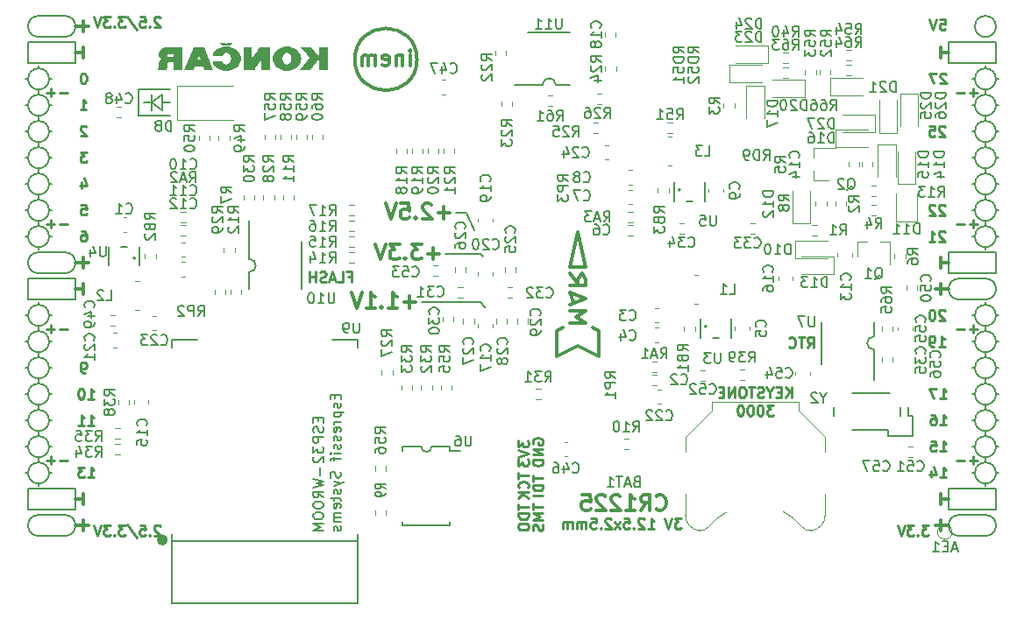
<source format=gbo>
G04 #@! TF.GenerationSoftware,KiCad,Pcbnew,5.0.0-rc2+dfsg1-3*
G04 #@! TF.CreationDate,2018-06-27T20:22:52+02:00*
G04 #@! TF.ProjectId,ulx3s,756C7833732E6B696361645F70636200,rev?*
G04 #@! TF.SameCoordinates,Original*
G04 #@! TF.FileFunction,Legend,Bot*
G04 #@! TF.FilePolarity,Positive*
%FSLAX46Y46*%
G04 Gerber Fmt 4.6, Leading zero omitted, Abs format (unit mm)*
G04 Created by KiCad (PCBNEW 5.0.0-rc2+dfsg1-3) date Wed Jun 27 20:22:52 2018*
%MOMM*%
%LPD*%
G01*
G04 APERTURE LIST*
%ADD10C,0.200000*%
%ADD11C,0.250000*%
%ADD12C,0.300000*%
%ADD13C,0.120000*%
%ADD14C,0.150000*%
%ADD15C,0.500000*%
%ADD16C,0.100000*%
G04 APERTURE END LIST*
D10*
X136660000Y-80742000D02*
X135644000Y-80742000D01*
X137422000Y-82393000D02*
X136660000Y-80742000D01*
X138057000Y-84679000D02*
X134628000Y-84679000D01*
X138311000Y-84933000D02*
X138057000Y-84679000D01*
X138057000Y-89378000D02*
X138438000Y-89886000D01*
X132342000Y-89378000D02*
X138057000Y-89378000D01*
D11*
X99893476Y-96180380D02*
X99703000Y-96180380D01*
X99607761Y-96132761D01*
X99560142Y-96085142D01*
X99464904Y-95942285D01*
X99417285Y-95751809D01*
X99417285Y-95370857D01*
X99464904Y-95275619D01*
X99512523Y-95228000D01*
X99607761Y-95180380D01*
X99798238Y-95180380D01*
X99893476Y-95228000D01*
X99941095Y-95275619D01*
X99988714Y-95370857D01*
X99988714Y-95608952D01*
X99941095Y-95704190D01*
X99893476Y-95751809D01*
X99798238Y-95799428D01*
X99607761Y-95799428D01*
X99512523Y-95751809D01*
X99464904Y-95704190D01*
X99417285Y-95608952D01*
X100147476Y-101260380D02*
X100718904Y-101260380D01*
X100433190Y-101260380D02*
X100433190Y-100260380D01*
X100528428Y-100403238D01*
X100623666Y-100498476D01*
X100718904Y-100546095D01*
X99195095Y-101260380D02*
X99766523Y-101260380D01*
X99480809Y-101260380D02*
X99480809Y-100260380D01*
X99576047Y-100403238D01*
X99671285Y-100498476D01*
X99766523Y-100546095D01*
D10*
X105037000Y-68804000D02*
X108085000Y-68804000D01*
X105037000Y-71344000D02*
X105037000Y-68804000D01*
X108085000Y-71344000D02*
X105037000Y-71344000D01*
X107323000Y-70074000D02*
X108085000Y-70074000D01*
X106307000Y-70074000D02*
X105545000Y-70074000D01*
X106307000Y-70836000D02*
X106307000Y-70074000D01*
X106307000Y-69312000D02*
X106307000Y-70836000D01*
X107323000Y-69312000D02*
X107323000Y-70836000D01*
X106307000Y-70074000D02*
X107323000Y-69312000D01*
X107323000Y-70836000D02*
X106307000Y-70074000D01*
D11*
X182887904Y-72415619D02*
X182840285Y-72368000D01*
X182745047Y-72320380D01*
X182506952Y-72320380D01*
X182411714Y-72368000D01*
X182364095Y-72415619D01*
X182316476Y-72510857D01*
X182316476Y-72606095D01*
X182364095Y-72748952D01*
X182935523Y-73320380D01*
X182316476Y-73320380D01*
X181411714Y-72320380D02*
X181887904Y-72320380D01*
X181935523Y-72796571D01*
X181887904Y-72748952D01*
X181792666Y-72701333D01*
X181554571Y-72701333D01*
X181459333Y-72748952D01*
X181411714Y-72796571D01*
X181364095Y-72891809D01*
X181364095Y-73129904D01*
X181411714Y-73225142D01*
X181459333Y-73272761D01*
X181554571Y-73320380D01*
X181792666Y-73320380D01*
X181887904Y-73272761D01*
X181935523Y-73225142D01*
X182887904Y-80035619D02*
X182840285Y-79988000D01*
X182745047Y-79940380D01*
X182506952Y-79940380D01*
X182411714Y-79988000D01*
X182364095Y-80035619D01*
X182316476Y-80130857D01*
X182316476Y-80226095D01*
X182364095Y-80368952D01*
X182935523Y-80940380D01*
X182316476Y-80940380D01*
X181935523Y-80035619D02*
X181887904Y-79988000D01*
X181792666Y-79940380D01*
X181554571Y-79940380D01*
X181459333Y-79988000D01*
X181411714Y-80035619D01*
X181364095Y-80130857D01*
X181364095Y-80226095D01*
X181411714Y-80368952D01*
X181983142Y-80940380D01*
X181364095Y-80940380D01*
X182887904Y-82575619D02*
X182840285Y-82528000D01*
X182745047Y-82480380D01*
X182506952Y-82480380D01*
X182411714Y-82528000D01*
X182364095Y-82575619D01*
X182316476Y-82670857D01*
X182316476Y-82766095D01*
X182364095Y-82908952D01*
X182935523Y-83480380D01*
X182316476Y-83480380D01*
X181364095Y-83480380D02*
X181935523Y-83480380D01*
X181649809Y-83480380D02*
X181649809Y-82480380D01*
X181745047Y-82623238D01*
X181840285Y-82718476D01*
X181935523Y-82766095D01*
X182887904Y-90195619D02*
X182840285Y-90148000D01*
X182745047Y-90100380D01*
X182506952Y-90100380D01*
X182411714Y-90148000D01*
X182364095Y-90195619D01*
X182316476Y-90290857D01*
X182316476Y-90386095D01*
X182364095Y-90528952D01*
X182935523Y-91100380D01*
X182316476Y-91100380D01*
X181697428Y-90100380D02*
X181602190Y-90100380D01*
X181506952Y-90148000D01*
X181459333Y-90195619D01*
X181411714Y-90290857D01*
X181364095Y-90481333D01*
X181364095Y-90719428D01*
X181411714Y-90909904D01*
X181459333Y-91005142D01*
X181506952Y-91052761D01*
X181602190Y-91100380D01*
X181697428Y-91100380D01*
X181792666Y-91052761D01*
X181840285Y-91005142D01*
X181887904Y-90909904D01*
X181935523Y-90719428D01*
X181935523Y-90481333D01*
X181887904Y-90290857D01*
X181840285Y-90195619D01*
X181792666Y-90148000D01*
X181697428Y-90100380D01*
X182316476Y-93640380D02*
X182887904Y-93640380D01*
X182602190Y-93640380D02*
X182602190Y-92640380D01*
X182697428Y-92783238D01*
X182792666Y-92878476D01*
X182887904Y-92926095D01*
X181840285Y-93640380D02*
X181649809Y-93640380D01*
X181554571Y-93592761D01*
X181506952Y-93545142D01*
X181411714Y-93402285D01*
X181364095Y-93211809D01*
X181364095Y-92830857D01*
X181411714Y-92735619D01*
X181459333Y-92688000D01*
X181554571Y-92640380D01*
X181745047Y-92640380D01*
X181840285Y-92688000D01*
X181887904Y-92735619D01*
X181935523Y-92830857D01*
X181935523Y-93068952D01*
X181887904Y-93164190D01*
X181840285Y-93211809D01*
X181745047Y-93259428D01*
X181554571Y-93259428D01*
X181459333Y-93211809D01*
X181411714Y-93164190D01*
X181364095Y-93068952D01*
X125269476Y-86893571D02*
X125602809Y-86893571D01*
X125602809Y-87417380D02*
X125602809Y-86417380D01*
X125126619Y-86417380D01*
X124269476Y-87417380D02*
X124745666Y-87417380D01*
X124745666Y-86417380D01*
X123983761Y-87131666D02*
X123507571Y-87131666D01*
X124079000Y-87417380D02*
X123745666Y-86417380D01*
X123412333Y-87417380D01*
X123126619Y-87369761D02*
X122983761Y-87417380D01*
X122745666Y-87417380D01*
X122650428Y-87369761D01*
X122602809Y-87322142D01*
X122555190Y-87226904D01*
X122555190Y-87131666D01*
X122602809Y-87036428D01*
X122650428Y-86988809D01*
X122745666Y-86941190D01*
X122936142Y-86893571D01*
X123031380Y-86845952D01*
X123079000Y-86798333D01*
X123126619Y-86703095D01*
X123126619Y-86607857D01*
X123079000Y-86512619D01*
X123031380Y-86465000D01*
X122936142Y-86417380D01*
X122698047Y-86417380D01*
X122555190Y-86465000D01*
X122126619Y-87417380D02*
X122126619Y-86417380D01*
X122126619Y-86893571D02*
X121555190Y-86893571D01*
X121555190Y-87417380D02*
X121555190Y-86417380D01*
X157418095Y-110252380D02*
X156799047Y-110252380D01*
X157132380Y-110633333D01*
X156989523Y-110633333D01*
X156894285Y-110680952D01*
X156846666Y-110728571D01*
X156799047Y-110823809D01*
X156799047Y-111061904D01*
X156846666Y-111157142D01*
X156894285Y-111204761D01*
X156989523Y-111252380D01*
X157275238Y-111252380D01*
X157370476Y-111204761D01*
X157418095Y-111157142D01*
X156513333Y-110252380D02*
X156180000Y-111252380D01*
X155846666Y-110252380D01*
X154227619Y-111252380D02*
X154799047Y-111252380D01*
X154513333Y-111252380D02*
X154513333Y-110252380D01*
X154608571Y-110395238D01*
X154703809Y-110490476D01*
X154799047Y-110538095D01*
X153846666Y-110347619D02*
X153799047Y-110300000D01*
X153703809Y-110252380D01*
X153465714Y-110252380D01*
X153370476Y-110300000D01*
X153322857Y-110347619D01*
X153275238Y-110442857D01*
X153275238Y-110538095D01*
X153322857Y-110680952D01*
X153894285Y-111252380D01*
X153275238Y-111252380D01*
X152846666Y-111157142D02*
X152799047Y-111204761D01*
X152846666Y-111252380D01*
X152894285Y-111204761D01*
X152846666Y-111157142D01*
X152846666Y-111252380D01*
X151894285Y-110252380D02*
X152370476Y-110252380D01*
X152418095Y-110728571D01*
X152370476Y-110680952D01*
X152275238Y-110633333D01*
X152037142Y-110633333D01*
X151941904Y-110680952D01*
X151894285Y-110728571D01*
X151846666Y-110823809D01*
X151846666Y-111061904D01*
X151894285Y-111157142D01*
X151941904Y-111204761D01*
X152037142Y-111252380D01*
X152275238Y-111252380D01*
X152370476Y-111204761D01*
X152418095Y-111157142D01*
X151513333Y-111252380D02*
X150989523Y-110585714D01*
X151513333Y-110585714D02*
X150989523Y-111252380D01*
X150656190Y-110347619D02*
X150608571Y-110300000D01*
X150513333Y-110252380D01*
X150275238Y-110252380D01*
X150180000Y-110300000D01*
X150132380Y-110347619D01*
X150084761Y-110442857D01*
X150084761Y-110538095D01*
X150132380Y-110680952D01*
X150703809Y-111252380D01*
X150084761Y-111252380D01*
X149656190Y-111157142D02*
X149608571Y-111204761D01*
X149656190Y-111252380D01*
X149703809Y-111204761D01*
X149656190Y-111157142D01*
X149656190Y-111252380D01*
X148703809Y-110252380D02*
X149180000Y-110252380D01*
X149227619Y-110728571D01*
X149180000Y-110680952D01*
X149084761Y-110633333D01*
X148846666Y-110633333D01*
X148751428Y-110680952D01*
X148703809Y-110728571D01*
X148656190Y-110823809D01*
X148656190Y-111061904D01*
X148703809Y-111157142D01*
X148751428Y-111204761D01*
X148846666Y-111252380D01*
X149084761Y-111252380D01*
X149180000Y-111204761D01*
X149227619Y-111157142D01*
X148227619Y-111252380D02*
X148227619Y-110585714D01*
X148227619Y-110680952D02*
X148180000Y-110633333D01*
X148084761Y-110585714D01*
X147941904Y-110585714D01*
X147846666Y-110633333D01*
X147799047Y-110728571D01*
X147799047Y-111252380D01*
X147799047Y-110728571D02*
X147751428Y-110633333D01*
X147656190Y-110585714D01*
X147513333Y-110585714D01*
X147418095Y-110633333D01*
X147370476Y-110728571D01*
X147370476Y-111252380D01*
X146894285Y-111252380D02*
X146894285Y-110585714D01*
X146894285Y-110680952D02*
X146846666Y-110633333D01*
X146751428Y-110585714D01*
X146608571Y-110585714D01*
X146513333Y-110633333D01*
X146465714Y-110728571D01*
X146465714Y-111252380D01*
X146465714Y-110728571D02*
X146418095Y-110633333D01*
X146322857Y-110585714D01*
X146180000Y-110585714D01*
X146084761Y-110633333D01*
X146037142Y-110728571D01*
X146037142Y-111252380D01*
X168085000Y-98577380D02*
X168085000Y-97577380D01*
X167513571Y-98577380D02*
X167942142Y-98005952D01*
X167513571Y-97577380D02*
X168085000Y-98148809D01*
X167085000Y-98053571D02*
X166751666Y-98053571D01*
X166608809Y-98577380D02*
X167085000Y-98577380D01*
X167085000Y-97577380D01*
X166608809Y-97577380D01*
X165989761Y-98101190D02*
X165989761Y-98577380D01*
X166323095Y-97577380D02*
X165989761Y-98101190D01*
X165656428Y-97577380D01*
X165370714Y-98529761D02*
X165227857Y-98577380D01*
X164989761Y-98577380D01*
X164894523Y-98529761D01*
X164846904Y-98482142D01*
X164799285Y-98386904D01*
X164799285Y-98291666D01*
X164846904Y-98196428D01*
X164894523Y-98148809D01*
X164989761Y-98101190D01*
X165180238Y-98053571D01*
X165275476Y-98005952D01*
X165323095Y-97958333D01*
X165370714Y-97863095D01*
X165370714Y-97767857D01*
X165323095Y-97672619D01*
X165275476Y-97625000D01*
X165180238Y-97577380D01*
X164942142Y-97577380D01*
X164799285Y-97625000D01*
X164513571Y-97577380D02*
X163942142Y-97577380D01*
X164227857Y-98577380D02*
X164227857Y-97577380D01*
X163418333Y-97577380D02*
X163227857Y-97577380D01*
X163132619Y-97625000D01*
X163037380Y-97720238D01*
X162989761Y-97910714D01*
X162989761Y-98244047D01*
X163037380Y-98434523D01*
X163132619Y-98529761D01*
X163227857Y-98577380D01*
X163418333Y-98577380D01*
X163513571Y-98529761D01*
X163608809Y-98434523D01*
X163656428Y-98244047D01*
X163656428Y-97910714D01*
X163608809Y-97720238D01*
X163513571Y-97625000D01*
X163418333Y-97577380D01*
X162561190Y-98577380D02*
X162561190Y-97577380D01*
X161989761Y-98577380D01*
X161989761Y-97577380D01*
X161513571Y-98053571D02*
X161180238Y-98053571D01*
X161037380Y-98577380D02*
X161513571Y-98577380D01*
X161513571Y-97577380D01*
X161037380Y-97577380D01*
X166346904Y-99327380D02*
X165727857Y-99327380D01*
X166061190Y-99708333D01*
X165918333Y-99708333D01*
X165823095Y-99755952D01*
X165775476Y-99803571D01*
X165727857Y-99898809D01*
X165727857Y-100136904D01*
X165775476Y-100232142D01*
X165823095Y-100279761D01*
X165918333Y-100327380D01*
X166204047Y-100327380D01*
X166299285Y-100279761D01*
X166346904Y-100232142D01*
X165108809Y-99327380D02*
X165013571Y-99327380D01*
X164918333Y-99375000D01*
X164870714Y-99422619D01*
X164823095Y-99517857D01*
X164775476Y-99708333D01*
X164775476Y-99946428D01*
X164823095Y-100136904D01*
X164870714Y-100232142D01*
X164918333Y-100279761D01*
X165013571Y-100327380D01*
X165108809Y-100327380D01*
X165204047Y-100279761D01*
X165251666Y-100232142D01*
X165299285Y-100136904D01*
X165346904Y-99946428D01*
X165346904Y-99708333D01*
X165299285Y-99517857D01*
X165251666Y-99422619D01*
X165204047Y-99375000D01*
X165108809Y-99327380D01*
X164156428Y-99327380D02*
X164061190Y-99327380D01*
X163965952Y-99375000D01*
X163918333Y-99422619D01*
X163870714Y-99517857D01*
X163823095Y-99708333D01*
X163823095Y-99946428D01*
X163870714Y-100136904D01*
X163918333Y-100232142D01*
X163965952Y-100279761D01*
X164061190Y-100327380D01*
X164156428Y-100327380D01*
X164251666Y-100279761D01*
X164299285Y-100232142D01*
X164346904Y-100136904D01*
X164394523Y-99946428D01*
X164394523Y-99708333D01*
X164346904Y-99517857D01*
X164299285Y-99422619D01*
X164251666Y-99375000D01*
X164156428Y-99327380D01*
X163204047Y-99327380D02*
X163108809Y-99327380D01*
X163013571Y-99375000D01*
X162965952Y-99422619D01*
X162918333Y-99517857D01*
X162870714Y-99708333D01*
X162870714Y-99946428D01*
X162918333Y-100136904D01*
X162965952Y-100232142D01*
X163013571Y-100279761D01*
X163108809Y-100327380D01*
X163204047Y-100327380D01*
X163299285Y-100279761D01*
X163346904Y-100232142D01*
X163394523Y-100136904D01*
X163442142Y-99946428D01*
X163442142Y-99708333D01*
X163394523Y-99517857D01*
X163346904Y-99422619D01*
X163299285Y-99375000D01*
X163204047Y-99327380D01*
D12*
X182492000Y-87582000D02*
X182492000Y-88598000D01*
X183254000Y-88090000D02*
X181984000Y-88090000D01*
X182492000Y-110442000D02*
X182492000Y-111458000D01*
X183254000Y-110950000D02*
X181984000Y-110950000D01*
X99688000Y-62182000D02*
X99688000Y-63198000D01*
X98926000Y-62690000D02*
X100196000Y-62690000D01*
X99688000Y-110442000D02*
X99688000Y-111458000D01*
X98926000Y-110950000D02*
X100196000Y-110950000D01*
X99688000Y-85042000D02*
X99688000Y-86058000D01*
X98926000Y-85550000D02*
X100196000Y-85550000D01*
D10*
X187826000Y-62690000D02*
G75*
G03X187826000Y-62690000I-1016000J0D01*
G01*
X184270000Y-87074000D02*
X186810000Y-87074000D01*
X184270000Y-89106000D02*
X186810000Y-89106000D01*
X184270000Y-87074000D02*
G75*
G03X184270000Y-89106000I0J-1016000D01*
G01*
X186810000Y-89106000D02*
G75*
G03X186810000Y-87074000I0J1016000D01*
G01*
X184270000Y-111966000D02*
X186810000Y-111966000D01*
X184270000Y-109934000D02*
X186810000Y-109934000D01*
X184270000Y-109934000D02*
G75*
G03X184270000Y-111966000I0J-1016000D01*
G01*
X186810000Y-111966000D02*
G75*
G03X186810000Y-109934000I0J1016000D01*
G01*
X97910000Y-63706000D02*
G75*
G03X97910000Y-61674000I0J1016000D01*
G01*
X95370000Y-61674000D02*
X97910000Y-61674000D01*
X95370000Y-63706000D02*
X97910000Y-63706000D01*
X95370000Y-61674000D02*
G75*
G03X95370000Y-63706000I0J-1016000D01*
G01*
X95370000Y-86566000D02*
X97910000Y-86566000D01*
X95370000Y-84534000D02*
X97910000Y-84534000D01*
X95370000Y-84534000D02*
G75*
G03X95370000Y-86566000I0J-1016000D01*
G01*
X97910000Y-86566000D02*
G75*
G03X97910000Y-84534000I0J1016000D01*
G01*
X95370000Y-111966000D02*
X97910000Y-111966000D01*
X95370000Y-109934000D02*
X97910000Y-109934000D01*
X95370000Y-109934000D02*
G75*
G03X95370000Y-111966000I0J-1016000D01*
G01*
X97910000Y-111966000D02*
G75*
G03X97910000Y-109934000I0J1016000D01*
G01*
X98926000Y-107394000D02*
X94354000Y-107394000D01*
X98926000Y-109426000D02*
X98926000Y-107394000D01*
X94354000Y-109426000D02*
X98926000Y-109426000D01*
X94354000Y-107394000D02*
X94354000Y-109426000D01*
X187826000Y-107394000D02*
X183254000Y-107394000D01*
X187826000Y-109426000D02*
X187826000Y-107394000D01*
X183254000Y-109426000D02*
X187826000Y-109426000D01*
X183254000Y-107394000D02*
X183254000Y-109426000D01*
X187826000Y-84534000D02*
X183254000Y-84534000D01*
X187826000Y-86566000D02*
X187826000Y-84534000D01*
X183254000Y-86566000D02*
X187826000Y-86566000D01*
X183254000Y-84534000D02*
X183254000Y-86566000D01*
X187826000Y-64214000D02*
X183254000Y-64214000D01*
X187826000Y-66246000D02*
X187826000Y-64214000D01*
X183254000Y-66246000D02*
X187826000Y-66246000D01*
X183254000Y-64214000D02*
X183254000Y-66246000D01*
X98926000Y-64214000D02*
X94354000Y-64214000D01*
X98926000Y-66246000D02*
X98926000Y-64214000D01*
X94354000Y-66246000D02*
X98926000Y-66246000D01*
X94354000Y-64214000D02*
X94354000Y-66246000D01*
X98926000Y-87074000D02*
X94354000Y-87074000D01*
X98926000Y-89106000D02*
X98926000Y-87074000D01*
X94354000Y-89106000D02*
X98926000Y-89106000D01*
X94354000Y-87074000D02*
X94354000Y-89106000D01*
D11*
X186032000Y-91971428D02*
X185270095Y-91971428D01*
X185651047Y-92352380D02*
X185651047Y-91590476D01*
X184793904Y-91971428D02*
X184032000Y-91971428D01*
X186032000Y-69111428D02*
X185270095Y-69111428D01*
X185651047Y-69492380D02*
X185651047Y-68730476D01*
X184793904Y-69111428D02*
X184032000Y-69111428D01*
X186032000Y-81811428D02*
X185270095Y-81811428D01*
X185651047Y-82192380D02*
X185651047Y-81430476D01*
X184793904Y-81811428D02*
X184032000Y-81811428D01*
X186032000Y-104671428D02*
X185270095Y-104671428D01*
X185651047Y-105052380D02*
X185651047Y-104290476D01*
X184793904Y-104671428D02*
X184032000Y-104671428D01*
X98148000Y-104671428D02*
X97386095Y-104671428D01*
X96909904Y-104671428D02*
X96148000Y-104671428D01*
X96528952Y-105052380D02*
X96528952Y-104290476D01*
X98148000Y-91971428D02*
X97386095Y-91971428D01*
X96909904Y-91971428D02*
X96148000Y-91971428D01*
X96528952Y-92352380D02*
X96528952Y-91590476D01*
X98148000Y-81811428D02*
X97386095Y-81811428D01*
X96909904Y-81811428D02*
X96148000Y-81811428D01*
X96528952Y-82192380D02*
X96528952Y-81430476D01*
X98148000Y-69111428D02*
X97386095Y-69111428D01*
X96909904Y-69111428D02*
X96148000Y-69111428D01*
X96528952Y-69492380D02*
X96528952Y-68730476D01*
D12*
X182492000Y-107902000D02*
X182492000Y-108918000D01*
X183254000Y-108410000D02*
X182492000Y-108410000D01*
D10*
X95370000Y-96726000D02*
X95370000Y-97234000D01*
X96386000Y-95710000D02*
X96640000Y-95710000D01*
X94354000Y-95710000D02*
X94100000Y-95710000D01*
X187826000Y-98250000D02*
X188080000Y-98250000D01*
X187826000Y-83010000D02*
X188080000Y-83010000D01*
X95370000Y-107140000D02*
X95370000Y-106886000D01*
X96386000Y-105870000D02*
X96640000Y-105870000D01*
X94354000Y-105870000D02*
X94100000Y-105870000D01*
X94354000Y-103330000D02*
X94100000Y-103330000D01*
X95370000Y-104346000D02*
X95370000Y-104854000D01*
X96386000Y-103330000D02*
X96640000Y-103330000D01*
X94354000Y-100790000D02*
X94100000Y-100790000D01*
X95370000Y-102314000D02*
X95370000Y-101806000D01*
X96386000Y-100790000D02*
X96640000Y-100790000D01*
X95370000Y-99266000D02*
X95370000Y-99774000D01*
X94354000Y-98250000D02*
X94100000Y-98250000D01*
X96386000Y-98250000D02*
X96640000Y-98250000D01*
X95370000Y-94186000D02*
X95370000Y-94694000D01*
X96386000Y-93170000D02*
X96640000Y-93170000D01*
X94354000Y-93170000D02*
X94100000Y-93170000D01*
X94354000Y-90630000D02*
X94100000Y-90630000D01*
X95370000Y-91646000D02*
X95370000Y-92154000D01*
X96640000Y-90630000D02*
X96386000Y-90630000D01*
X95370000Y-89360000D02*
X95370000Y-89614000D01*
X94354000Y-83010000D02*
X94100000Y-83010000D01*
X95370000Y-84280000D02*
X95370000Y-84026000D01*
X96386000Y-83010000D02*
X96640000Y-83010000D01*
X95370000Y-81486000D02*
X95370000Y-81994000D01*
X94354000Y-80470000D02*
X94100000Y-80470000D01*
X96640000Y-80470000D02*
X96386000Y-80470000D01*
X95370000Y-78946000D02*
X95370000Y-79454000D01*
X96386000Y-77930000D02*
X96640000Y-77930000D01*
X94354000Y-77930000D02*
X94100000Y-77930000D01*
X95370000Y-76406000D02*
X95370000Y-76914000D01*
X94354000Y-75390000D02*
X94100000Y-75390000D01*
X96386000Y-75390000D02*
X96640000Y-75390000D01*
X95370000Y-73866000D02*
X95370000Y-74374000D01*
X96386000Y-72850000D02*
X96640000Y-72850000D01*
X94100000Y-72850000D02*
X94354000Y-72850000D01*
X94354000Y-70310000D02*
X94100000Y-70310000D01*
X96640000Y-70310000D02*
X96386000Y-70310000D01*
X95370000Y-71326000D02*
X95370000Y-71834000D01*
X95370000Y-68786000D02*
X95370000Y-69294000D01*
X96386000Y-67770000D02*
X96640000Y-67770000D01*
X94354000Y-67770000D02*
X94100000Y-67770000D01*
X95370000Y-66500000D02*
X95370000Y-66754000D01*
X187826000Y-105870000D02*
X188080000Y-105870000D01*
X186810000Y-107140000D02*
X186810000Y-106886000D01*
X185540000Y-105870000D02*
X185794000Y-105870000D01*
X186810000Y-104346000D02*
X186810000Y-104854000D01*
X187826000Y-103330000D02*
X188080000Y-103330000D01*
X185540000Y-103330000D02*
X185794000Y-103330000D01*
X186810000Y-101806000D02*
X186810000Y-102314000D01*
X187826000Y-100790000D02*
X188080000Y-100790000D01*
X185540000Y-100790000D02*
X185794000Y-100790000D01*
X186810000Y-99266000D02*
X186810000Y-99774000D01*
X185540000Y-98250000D02*
X185794000Y-98250000D01*
X186810000Y-97234000D02*
X186810000Y-96726000D01*
X187826000Y-95710000D02*
X188080000Y-95710000D01*
X185540000Y-95710000D02*
X185794000Y-95710000D01*
X186810000Y-94694000D02*
X186810000Y-94186000D01*
X187826000Y-93170000D02*
X188080000Y-93170000D01*
X185540000Y-93170000D02*
X185794000Y-93170000D01*
X186810000Y-92154000D02*
X186810000Y-91646000D01*
X187826000Y-90630000D02*
X188080000Y-90630000D01*
X185540000Y-90630000D02*
X185794000Y-90630000D01*
X186810000Y-89360000D02*
X186810000Y-89614000D01*
X186810000Y-84280000D02*
X186810000Y-84026000D01*
X185540000Y-83010000D02*
X185794000Y-83010000D01*
X186810000Y-81994000D02*
X186810000Y-81486000D01*
X185794000Y-80470000D02*
X185540000Y-80470000D01*
X187826000Y-80470000D02*
X188080000Y-80470000D01*
X186810000Y-78946000D02*
X186810000Y-79454000D01*
X185794000Y-77930000D02*
X185540000Y-77930000D01*
X187826000Y-77930000D02*
X188080000Y-77930000D01*
X186810000Y-76406000D02*
X186810000Y-76914000D01*
X186810000Y-73866000D02*
X186810000Y-74374000D01*
X185794000Y-75390000D02*
X185540000Y-75390000D01*
X187826000Y-75390000D02*
X188080000Y-75390000D01*
X187826000Y-72850000D02*
X188080000Y-72850000D01*
X185540000Y-72850000D02*
X185794000Y-72850000D01*
X186810000Y-71834000D02*
X186810000Y-71326000D01*
X187826000Y-70310000D02*
X188080000Y-70310000D01*
X185540000Y-70310000D02*
X185794000Y-70310000D01*
X187826000Y-67770000D02*
X188080000Y-67770000D01*
X186810000Y-68786000D02*
X186810000Y-69294000D01*
X185540000Y-67770000D02*
X185794000Y-67770000D01*
X186810000Y-66500000D02*
X186810000Y-66754000D01*
X187826000Y-67770000D02*
G75*
G03X187826000Y-67770000I-1016000J0D01*
G01*
X187826000Y-70310000D02*
G75*
G03X187826000Y-70310000I-1016000J0D01*
G01*
X187826000Y-72850000D02*
G75*
G03X187826000Y-72850000I-1016000J0D01*
G01*
X187826000Y-75390000D02*
G75*
G03X187826000Y-75390000I-1016000J0D01*
G01*
X187826000Y-77930000D02*
G75*
G03X187826000Y-77930000I-1016000J0D01*
G01*
X187826000Y-80470000D02*
G75*
G03X187826000Y-80470000I-1016000J0D01*
G01*
X187826000Y-83010000D02*
G75*
G03X187826000Y-83010000I-1016000J0D01*
G01*
X187826000Y-90630000D02*
G75*
G03X187826000Y-90630000I-1016000J0D01*
G01*
X187826000Y-93170000D02*
G75*
G03X187826000Y-93170000I-1016000J0D01*
G01*
X187826000Y-95710000D02*
G75*
G03X187826000Y-95710000I-1016000J0D01*
G01*
X187826000Y-98250000D02*
G75*
G03X187826000Y-98250000I-1016000J0D01*
G01*
X187826000Y-100790000D02*
G75*
G03X187826000Y-100790000I-1016000J0D01*
G01*
X187826000Y-103330000D02*
G75*
G03X187826000Y-103330000I-1016000J0D01*
G01*
X187826000Y-105870000D02*
G75*
G03X187826000Y-105870000I-1016000J0D01*
G01*
X96386000Y-105870000D02*
G75*
G03X96386000Y-105870000I-1016000J0D01*
G01*
X96386000Y-103330000D02*
G75*
G03X96386000Y-103330000I-1016000J0D01*
G01*
X96386000Y-100790000D02*
G75*
G03X96386000Y-100790000I-1016000J0D01*
G01*
X96386000Y-98250000D02*
G75*
G03X96386000Y-98250000I-1016000J0D01*
G01*
X96386000Y-95710000D02*
G75*
G03X96386000Y-95710000I-1016000J0D01*
G01*
X96386000Y-93170000D02*
G75*
G03X96386000Y-93170000I-1016000J0D01*
G01*
X96386000Y-90630000D02*
G75*
G03X96386000Y-90630000I-1016000J0D01*
G01*
X96386000Y-83010000D02*
G75*
G03X96386000Y-83010000I-1016000J0D01*
G01*
X96386000Y-80470000D02*
G75*
G03X96386000Y-80470000I-1016000J0D01*
G01*
X96386000Y-77930000D02*
G75*
G03X96386000Y-77930000I-1016000J0D01*
G01*
X96386000Y-75390000D02*
G75*
G03X96386000Y-75390000I-1016000J0D01*
G01*
X96386000Y-72850000D02*
G75*
G03X96386000Y-72850000I-1016000J0D01*
G01*
X96386000Y-70310000D02*
G75*
G03X96386000Y-70310000I-1016000J0D01*
G01*
X96386000Y-67770000D02*
G75*
G03X96386000Y-67770000I-1016000J0D01*
G01*
D11*
X182428476Y-62015380D02*
X182904666Y-62015380D01*
X182952285Y-62491571D01*
X182904666Y-62443952D01*
X182809428Y-62396333D01*
X182571333Y-62396333D01*
X182476095Y-62443952D01*
X182428476Y-62491571D01*
X182380857Y-62586809D01*
X182380857Y-62824904D01*
X182428476Y-62920142D01*
X182476095Y-62967761D01*
X182571333Y-63015380D01*
X182809428Y-63015380D01*
X182904666Y-62967761D01*
X182952285Y-62920142D01*
X182095142Y-62015380D02*
X181761809Y-63015380D01*
X181428476Y-62015380D01*
D12*
X182492000Y-64722000D02*
X182492000Y-65738000D01*
X183254000Y-65230000D02*
X182492000Y-65230000D01*
D11*
X182999904Y-67317619D02*
X182952285Y-67270000D01*
X182857047Y-67222380D01*
X182618952Y-67222380D01*
X182523714Y-67270000D01*
X182476095Y-67317619D01*
X182428476Y-67412857D01*
X182428476Y-67508095D01*
X182476095Y-67650952D01*
X183047523Y-68222380D01*
X182428476Y-68222380D01*
X182095142Y-67222380D02*
X181428476Y-67222380D01*
X181857047Y-68222380D01*
D12*
X182492000Y-85042000D02*
X182492000Y-86058000D01*
X183254000Y-85550000D02*
X182492000Y-85550000D01*
D11*
X182428476Y-98702380D02*
X182999904Y-98702380D01*
X182714190Y-98702380D02*
X182714190Y-97702380D01*
X182809428Y-97845238D01*
X182904666Y-97940476D01*
X182999904Y-97988095D01*
X182095142Y-97702380D02*
X181428476Y-97702380D01*
X181857047Y-98702380D01*
X182428476Y-101242380D02*
X182999904Y-101242380D01*
X182714190Y-101242380D02*
X182714190Y-100242380D01*
X182809428Y-100385238D01*
X182904666Y-100480476D01*
X182999904Y-100528095D01*
X181571333Y-100242380D02*
X181761809Y-100242380D01*
X181857047Y-100290000D01*
X181904666Y-100337619D01*
X181999904Y-100480476D01*
X182047523Y-100670952D01*
X182047523Y-101051904D01*
X181999904Y-101147142D01*
X181952285Y-101194761D01*
X181857047Y-101242380D01*
X181666571Y-101242380D01*
X181571333Y-101194761D01*
X181523714Y-101147142D01*
X181476095Y-101051904D01*
X181476095Y-100813809D01*
X181523714Y-100718571D01*
X181571333Y-100670952D01*
X181666571Y-100623333D01*
X181857047Y-100623333D01*
X181952285Y-100670952D01*
X181999904Y-100718571D01*
X182047523Y-100813809D01*
X182428476Y-103782380D02*
X182999904Y-103782380D01*
X182714190Y-103782380D02*
X182714190Y-102782380D01*
X182809428Y-102925238D01*
X182904666Y-103020476D01*
X182999904Y-103068095D01*
X181523714Y-102782380D02*
X181999904Y-102782380D01*
X182047523Y-103258571D01*
X181999904Y-103210952D01*
X181904666Y-103163333D01*
X181666571Y-103163333D01*
X181571333Y-103210952D01*
X181523714Y-103258571D01*
X181476095Y-103353809D01*
X181476095Y-103591904D01*
X181523714Y-103687142D01*
X181571333Y-103734761D01*
X181666571Y-103782380D01*
X181904666Y-103782380D01*
X181999904Y-103734761D01*
X182047523Y-103687142D01*
X182428476Y-106322380D02*
X182999904Y-106322380D01*
X182714190Y-106322380D02*
X182714190Y-105322380D01*
X182809428Y-105465238D01*
X182904666Y-105560476D01*
X182999904Y-105608095D01*
X181571333Y-105655714D02*
X181571333Y-106322380D01*
X181809428Y-105274761D02*
X182047523Y-105989047D01*
X181428476Y-105989047D01*
X181312642Y-110928380D02*
X180693595Y-110928380D01*
X181026928Y-111309333D01*
X180884071Y-111309333D01*
X180788833Y-111356952D01*
X180741214Y-111404571D01*
X180693595Y-111499809D01*
X180693595Y-111737904D01*
X180741214Y-111833142D01*
X180788833Y-111880761D01*
X180884071Y-111928380D01*
X181169785Y-111928380D01*
X181265023Y-111880761D01*
X181312642Y-111833142D01*
X180265023Y-111833142D02*
X180217404Y-111880761D01*
X180265023Y-111928380D01*
X180312642Y-111880761D01*
X180265023Y-111833142D01*
X180265023Y-111928380D01*
X179884071Y-110928380D02*
X179265023Y-110928380D01*
X179598357Y-111309333D01*
X179455500Y-111309333D01*
X179360261Y-111356952D01*
X179312642Y-111404571D01*
X179265023Y-111499809D01*
X179265023Y-111737904D01*
X179312642Y-111833142D01*
X179360261Y-111880761D01*
X179455500Y-111928380D01*
X179741214Y-111928380D01*
X179836452Y-111880761D01*
X179884071Y-111833142D01*
X178979309Y-110928380D02*
X178645976Y-111928380D01*
X178312642Y-110928380D01*
D12*
X99688000Y-108918000D02*
X99688000Y-107902000D01*
X98926000Y-108410000D02*
X99688000Y-108410000D01*
X99688000Y-88598000D02*
X99688000Y-87582000D01*
X98926000Y-88090000D02*
X99688000Y-88090000D01*
X99688000Y-64722000D02*
X99688000Y-65738000D01*
X98926000Y-65230000D02*
X99688000Y-65230000D01*
D11*
X107103690Y-111023619D02*
X107056071Y-110976000D01*
X106960833Y-110928380D01*
X106722738Y-110928380D01*
X106627500Y-110976000D01*
X106579880Y-111023619D01*
X106532261Y-111118857D01*
X106532261Y-111214095D01*
X106579880Y-111356952D01*
X107151309Y-111928380D01*
X106532261Y-111928380D01*
X106103690Y-111833142D02*
X106056071Y-111880761D01*
X106103690Y-111928380D01*
X106151309Y-111880761D01*
X106103690Y-111833142D01*
X106103690Y-111928380D01*
X105151309Y-110928380D02*
X105627500Y-110928380D01*
X105675119Y-111404571D01*
X105627500Y-111356952D01*
X105532261Y-111309333D01*
X105294166Y-111309333D01*
X105198928Y-111356952D01*
X105151309Y-111404571D01*
X105103690Y-111499809D01*
X105103690Y-111737904D01*
X105151309Y-111833142D01*
X105198928Y-111880761D01*
X105294166Y-111928380D01*
X105532261Y-111928380D01*
X105627500Y-111880761D01*
X105675119Y-111833142D01*
X103960833Y-110880761D02*
X104817976Y-112166476D01*
X103722738Y-110928380D02*
X103103690Y-110928380D01*
X103437023Y-111309333D01*
X103294166Y-111309333D01*
X103198928Y-111356952D01*
X103151309Y-111404571D01*
X103103690Y-111499809D01*
X103103690Y-111737904D01*
X103151309Y-111833142D01*
X103198928Y-111880761D01*
X103294166Y-111928380D01*
X103579880Y-111928380D01*
X103675119Y-111880761D01*
X103722738Y-111833142D01*
X102675119Y-111833142D02*
X102627500Y-111880761D01*
X102675119Y-111928380D01*
X102722738Y-111880761D01*
X102675119Y-111833142D01*
X102675119Y-111928380D01*
X102294166Y-110928380D02*
X101675119Y-110928380D01*
X102008452Y-111309333D01*
X101865595Y-111309333D01*
X101770357Y-111356952D01*
X101722738Y-111404571D01*
X101675119Y-111499809D01*
X101675119Y-111737904D01*
X101722738Y-111833142D01*
X101770357Y-111880761D01*
X101865595Y-111928380D01*
X102151309Y-111928380D01*
X102246547Y-111880761D01*
X102294166Y-111833142D01*
X101389404Y-110928380D02*
X101056071Y-111928380D01*
X100722738Y-110928380D01*
X100132476Y-106322380D02*
X100703904Y-106322380D01*
X100418190Y-106322380D02*
X100418190Y-105322380D01*
X100513428Y-105465238D01*
X100608666Y-105560476D01*
X100703904Y-105608095D01*
X99799142Y-105322380D02*
X99180095Y-105322380D01*
X99513428Y-105703333D01*
X99370571Y-105703333D01*
X99275333Y-105750952D01*
X99227714Y-105798571D01*
X99180095Y-105893809D01*
X99180095Y-106131904D01*
X99227714Y-106227142D01*
X99275333Y-106274761D01*
X99370571Y-106322380D01*
X99656285Y-106322380D01*
X99751523Y-106274761D01*
X99799142Y-106227142D01*
X100147476Y-98720380D02*
X100718904Y-98720380D01*
X100433190Y-98720380D02*
X100433190Y-97720380D01*
X100528428Y-97863238D01*
X100623666Y-97958476D01*
X100718904Y-98006095D01*
X99528428Y-97720380D02*
X99433190Y-97720380D01*
X99337952Y-97768000D01*
X99290333Y-97815619D01*
X99242714Y-97910857D01*
X99195095Y-98101333D01*
X99195095Y-98339428D01*
X99242714Y-98529904D01*
X99290333Y-98625142D01*
X99337952Y-98672761D01*
X99433190Y-98720380D01*
X99528428Y-98720380D01*
X99623666Y-98672761D01*
X99671285Y-98625142D01*
X99718904Y-98529904D01*
X99766523Y-98339428D01*
X99766523Y-98101333D01*
X99718904Y-97910857D01*
X99671285Y-97815619D01*
X99623666Y-97768000D01*
X99528428Y-97720380D01*
X99512523Y-82462380D02*
X99703000Y-82462380D01*
X99798238Y-82510000D01*
X99845857Y-82557619D01*
X99941095Y-82700476D01*
X99988714Y-82890952D01*
X99988714Y-83271904D01*
X99941095Y-83367142D01*
X99893476Y-83414761D01*
X99798238Y-83462380D01*
X99607761Y-83462380D01*
X99512523Y-83414761D01*
X99464904Y-83367142D01*
X99417285Y-83271904D01*
X99417285Y-83033809D01*
X99464904Y-82938571D01*
X99512523Y-82890952D01*
X99607761Y-82843333D01*
X99798238Y-82843333D01*
X99893476Y-82890952D01*
X99941095Y-82938571D01*
X99988714Y-83033809D01*
X99464904Y-79922380D02*
X99941095Y-79922380D01*
X99988714Y-80398571D01*
X99941095Y-80350952D01*
X99845857Y-80303333D01*
X99607761Y-80303333D01*
X99512523Y-80350952D01*
X99464904Y-80398571D01*
X99417285Y-80493809D01*
X99417285Y-80731904D01*
X99464904Y-80827142D01*
X99512523Y-80874761D01*
X99607761Y-80922380D01*
X99845857Y-80922380D01*
X99941095Y-80874761D01*
X99988714Y-80827142D01*
X99512523Y-77715714D02*
X99512523Y-78382380D01*
X99750619Y-77334761D02*
X99988714Y-78049047D01*
X99369666Y-78049047D01*
X100021333Y-74842380D02*
X99402285Y-74842380D01*
X99735619Y-75223333D01*
X99592761Y-75223333D01*
X99497523Y-75270952D01*
X99449904Y-75318571D01*
X99402285Y-75413809D01*
X99402285Y-75651904D01*
X99449904Y-75747142D01*
X99497523Y-75794761D01*
X99592761Y-75842380D01*
X99878476Y-75842380D01*
X99973714Y-75794761D01*
X100021333Y-75747142D01*
X99973714Y-72397619D02*
X99926095Y-72350000D01*
X99830857Y-72302380D01*
X99592761Y-72302380D01*
X99497523Y-72350000D01*
X99449904Y-72397619D01*
X99402285Y-72492857D01*
X99402285Y-72588095D01*
X99449904Y-72730952D01*
X100021333Y-73302380D01*
X99402285Y-73302380D01*
X99402285Y-70762380D02*
X99973714Y-70762380D01*
X99688000Y-70762380D02*
X99688000Y-69762380D01*
X99783238Y-69905238D01*
X99878476Y-70000476D01*
X99973714Y-70048095D01*
X99750619Y-67222380D02*
X99655380Y-67222380D01*
X99560142Y-67270000D01*
X99512523Y-67317619D01*
X99464904Y-67412857D01*
X99417285Y-67603333D01*
X99417285Y-67841428D01*
X99464904Y-68031904D01*
X99512523Y-68127142D01*
X99560142Y-68174761D01*
X99655380Y-68222380D01*
X99750619Y-68222380D01*
X99845857Y-68174761D01*
X99893476Y-68127142D01*
X99941095Y-68031904D01*
X99988714Y-67841428D01*
X99988714Y-67603333D01*
X99941095Y-67412857D01*
X99893476Y-67317619D01*
X99845857Y-67270000D01*
X99750619Y-67222380D01*
X107103690Y-61874619D02*
X107056071Y-61827000D01*
X106960833Y-61779380D01*
X106722738Y-61779380D01*
X106627500Y-61827000D01*
X106579880Y-61874619D01*
X106532261Y-61969857D01*
X106532261Y-62065095D01*
X106579880Y-62207952D01*
X107151309Y-62779380D01*
X106532261Y-62779380D01*
X106103690Y-62684142D02*
X106056071Y-62731761D01*
X106103690Y-62779380D01*
X106151309Y-62731761D01*
X106103690Y-62684142D01*
X106103690Y-62779380D01*
X105151309Y-61779380D02*
X105627500Y-61779380D01*
X105675119Y-62255571D01*
X105627500Y-62207952D01*
X105532261Y-62160333D01*
X105294166Y-62160333D01*
X105198928Y-62207952D01*
X105151309Y-62255571D01*
X105103690Y-62350809D01*
X105103690Y-62588904D01*
X105151309Y-62684142D01*
X105198928Y-62731761D01*
X105294166Y-62779380D01*
X105532261Y-62779380D01*
X105627500Y-62731761D01*
X105675119Y-62684142D01*
X103960833Y-61731761D02*
X104817976Y-63017476D01*
X103722738Y-61779380D02*
X103103690Y-61779380D01*
X103437023Y-62160333D01*
X103294166Y-62160333D01*
X103198928Y-62207952D01*
X103151309Y-62255571D01*
X103103690Y-62350809D01*
X103103690Y-62588904D01*
X103151309Y-62684142D01*
X103198928Y-62731761D01*
X103294166Y-62779380D01*
X103579880Y-62779380D01*
X103675119Y-62731761D01*
X103722738Y-62684142D01*
X102675119Y-62684142D02*
X102627500Y-62731761D01*
X102675119Y-62779380D01*
X102722738Y-62731761D01*
X102675119Y-62684142D01*
X102675119Y-62779380D01*
X102294166Y-61779380D02*
X101675119Y-61779380D01*
X102008452Y-62160333D01*
X101865595Y-62160333D01*
X101770357Y-62207952D01*
X101722738Y-62255571D01*
X101675119Y-62350809D01*
X101675119Y-62588904D01*
X101722738Y-62684142D01*
X101770357Y-62731761D01*
X101865595Y-62779380D01*
X102151309Y-62779380D01*
X102246547Y-62731761D01*
X102294166Y-62684142D01*
X101389404Y-61779380D02*
X101056071Y-62779380D01*
X100722738Y-61779380D01*
D12*
X155027857Y-109335714D02*
X155099285Y-109407142D01*
X155313571Y-109478571D01*
X155456428Y-109478571D01*
X155670714Y-109407142D01*
X155813571Y-109264285D01*
X155885000Y-109121428D01*
X155956428Y-108835714D01*
X155956428Y-108621428D01*
X155885000Y-108335714D01*
X155813571Y-108192857D01*
X155670714Y-108050000D01*
X155456428Y-107978571D01*
X155313571Y-107978571D01*
X155099285Y-108050000D01*
X155027857Y-108121428D01*
X153527857Y-109478571D02*
X154027857Y-108764285D01*
X154385000Y-109478571D02*
X154385000Y-107978571D01*
X153813571Y-107978571D01*
X153670714Y-108050000D01*
X153599285Y-108121428D01*
X153527857Y-108264285D01*
X153527857Y-108478571D01*
X153599285Y-108621428D01*
X153670714Y-108692857D01*
X153813571Y-108764285D01*
X154385000Y-108764285D01*
X152099285Y-109478571D02*
X152956428Y-109478571D01*
X152527857Y-109478571D02*
X152527857Y-107978571D01*
X152670714Y-108192857D01*
X152813571Y-108335714D01*
X152956428Y-108407142D01*
X151527857Y-108121428D02*
X151456428Y-108050000D01*
X151313571Y-107978571D01*
X150956428Y-107978571D01*
X150813571Y-108050000D01*
X150742142Y-108121428D01*
X150670714Y-108264285D01*
X150670714Y-108407142D01*
X150742142Y-108621428D01*
X151599285Y-109478571D01*
X150670714Y-109478571D01*
X150099285Y-108121428D02*
X150027857Y-108050000D01*
X149885000Y-107978571D01*
X149527857Y-107978571D01*
X149385000Y-108050000D01*
X149313571Y-108121428D01*
X149242142Y-108264285D01*
X149242142Y-108407142D01*
X149313571Y-108621428D01*
X150170714Y-109478571D01*
X149242142Y-109478571D01*
X147885000Y-107978571D02*
X148599285Y-107978571D01*
X148670714Y-108692857D01*
X148599285Y-108621428D01*
X148456428Y-108550000D01*
X148099285Y-108550000D01*
X147956428Y-108621428D01*
X147885000Y-108692857D01*
X147813571Y-108835714D01*
X147813571Y-109192857D01*
X147885000Y-109335714D01*
X147956428Y-109407142D01*
X148099285Y-109478571D01*
X148456428Y-109478571D01*
X148599285Y-109407142D01*
X148670714Y-109335714D01*
X135088000Y-80722142D02*
X133945142Y-80722142D01*
X134516571Y-81293571D02*
X134516571Y-80150714D01*
X133302285Y-79936428D02*
X133230857Y-79865000D01*
X133088000Y-79793571D01*
X132730857Y-79793571D01*
X132588000Y-79865000D01*
X132516571Y-79936428D01*
X132445142Y-80079285D01*
X132445142Y-80222142D01*
X132516571Y-80436428D01*
X133373714Y-81293571D01*
X132445142Y-81293571D01*
X131802285Y-81150714D02*
X131730857Y-81222142D01*
X131802285Y-81293571D01*
X131873714Y-81222142D01*
X131802285Y-81150714D01*
X131802285Y-81293571D01*
X130373714Y-79793571D02*
X131088000Y-79793571D01*
X131159428Y-80507857D01*
X131088000Y-80436428D01*
X130945142Y-80365000D01*
X130588000Y-80365000D01*
X130445142Y-80436428D01*
X130373714Y-80507857D01*
X130302285Y-80650714D01*
X130302285Y-81007857D01*
X130373714Y-81150714D01*
X130445142Y-81222142D01*
X130588000Y-81293571D01*
X130945142Y-81293571D01*
X131088000Y-81222142D01*
X131159428Y-81150714D01*
X129873714Y-79793571D02*
X129373714Y-81293571D01*
X128873714Y-79793571D01*
X134072000Y-84659142D02*
X132929142Y-84659142D01*
X133500571Y-85230571D02*
X133500571Y-84087714D01*
X132357714Y-83730571D02*
X131429142Y-83730571D01*
X131929142Y-84302000D01*
X131714857Y-84302000D01*
X131572000Y-84373428D01*
X131500571Y-84444857D01*
X131429142Y-84587714D01*
X131429142Y-84944857D01*
X131500571Y-85087714D01*
X131572000Y-85159142D01*
X131714857Y-85230571D01*
X132143428Y-85230571D01*
X132286285Y-85159142D01*
X132357714Y-85087714D01*
X130786285Y-85087714D02*
X130714857Y-85159142D01*
X130786285Y-85230571D01*
X130857714Y-85159142D01*
X130786285Y-85087714D01*
X130786285Y-85230571D01*
X130214857Y-83730571D02*
X129286285Y-83730571D01*
X129786285Y-84302000D01*
X129572000Y-84302000D01*
X129429142Y-84373428D01*
X129357714Y-84444857D01*
X129286285Y-84587714D01*
X129286285Y-84944857D01*
X129357714Y-85087714D01*
X129429142Y-85159142D01*
X129572000Y-85230571D01*
X130000571Y-85230571D01*
X130143428Y-85159142D01*
X130214857Y-85087714D01*
X128857714Y-83730571D02*
X128357714Y-85230571D01*
X127857714Y-83730571D01*
X131786000Y-89358142D02*
X130643142Y-89358142D01*
X131214571Y-89929571D02*
X131214571Y-88786714D01*
X129143142Y-89929571D02*
X130000285Y-89929571D01*
X129571714Y-89929571D02*
X129571714Y-88429571D01*
X129714571Y-88643857D01*
X129857428Y-88786714D01*
X130000285Y-88858142D01*
X128500285Y-89786714D02*
X128428857Y-89858142D01*
X128500285Y-89929571D01*
X128571714Y-89858142D01*
X128500285Y-89786714D01*
X128500285Y-89929571D01*
X127000285Y-89929571D02*
X127857428Y-89929571D01*
X127428857Y-89929571D02*
X127428857Y-88429571D01*
X127571714Y-88643857D01*
X127714571Y-88786714D01*
X127857428Y-88858142D01*
X126571714Y-88429571D02*
X126071714Y-89929571D01*
X125571714Y-88429571D01*
D11*
X141685380Y-105854285D02*
X141685380Y-106425714D01*
X142685380Y-106140000D02*
X141685380Y-106140000D01*
X142590142Y-107330476D02*
X142637761Y-107282857D01*
X142685380Y-107140000D01*
X142685380Y-107044761D01*
X142637761Y-106901904D01*
X142542523Y-106806666D01*
X142447285Y-106759047D01*
X142256809Y-106711428D01*
X142113952Y-106711428D01*
X141923476Y-106759047D01*
X141828238Y-106806666D01*
X141733000Y-106901904D01*
X141685380Y-107044761D01*
X141685380Y-107140000D01*
X141733000Y-107282857D01*
X141780619Y-107330476D01*
X142685380Y-107759047D02*
X141685380Y-107759047D01*
X142685380Y-108330476D02*
X142113952Y-107901904D01*
X141685380Y-108330476D02*
X142256809Y-107759047D01*
X141685380Y-102726904D02*
X141685380Y-103345952D01*
X142066333Y-103012619D01*
X142066333Y-103155476D01*
X142113952Y-103250714D01*
X142161571Y-103298333D01*
X142256809Y-103345952D01*
X142494904Y-103345952D01*
X142590142Y-103298333D01*
X142637761Y-103250714D01*
X142685380Y-103155476D01*
X142685380Y-102869761D01*
X142637761Y-102774523D01*
X142590142Y-102726904D01*
X141685380Y-103631666D02*
X142685380Y-103965000D01*
X141685380Y-104298333D01*
X141685380Y-104536428D02*
X141685380Y-105155476D01*
X142066333Y-104822142D01*
X142066333Y-104965000D01*
X142113952Y-105060238D01*
X142161571Y-105107857D01*
X142256809Y-105155476D01*
X142494904Y-105155476D01*
X142590142Y-105107857D01*
X142637761Y-105060238D01*
X142685380Y-104965000D01*
X142685380Y-104679285D01*
X142637761Y-104584047D01*
X142590142Y-104536428D01*
X141685380Y-108878476D02*
X141685380Y-109449904D01*
X142685380Y-109164190D02*
X141685380Y-109164190D01*
X142685380Y-109783238D02*
X141685380Y-109783238D01*
X141685380Y-110021333D01*
X141733000Y-110164190D01*
X141828238Y-110259428D01*
X141923476Y-110307047D01*
X142113952Y-110354666D01*
X142256809Y-110354666D01*
X142447285Y-110307047D01*
X142542523Y-110259428D01*
X142637761Y-110164190D01*
X142685380Y-110021333D01*
X142685380Y-109783238D01*
X141685380Y-110973714D02*
X141685380Y-111164190D01*
X141733000Y-111259428D01*
X141828238Y-111354666D01*
X142018714Y-111402285D01*
X142352047Y-111402285D01*
X142542523Y-111354666D01*
X142637761Y-111259428D01*
X142685380Y-111164190D01*
X142685380Y-110973714D01*
X142637761Y-110878476D01*
X142542523Y-110783238D01*
X142352047Y-110735619D01*
X142018714Y-110735619D01*
X141828238Y-110783238D01*
X141733000Y-110878476D01*
X141685380Y-110973714D01*
X143130000Y-103076095D02*
X143082380Y-102980857D01*
X143082380Y-102838000D01*
X143130000Y-102695142D01*
X143225238Y-102599904D01*
X143320476Y-102552285D01*
X143510952Y-102504666D01*
X143653809Y-102504666D01*
X143844285Y-102552285D01*
X143939523Y-102599904D01*
X144034761Y-102695142D01*
X144082380Y-102838000D01*
X144082380Y-102933238D01*
X144034761Y-103076095D01*
X143987142Y-103123714D01*
X143653809Y-103123714D01*
X143653809Y-102933238D01*
X144082380Y-103552285D02*
X143082380Y-103552285D01*
X144082380Y-104123714D01*
X143082380Y-104123714D01*
X144082380Y-104599904D02*
X143082380Y-104599904D01*
X143082380Y-104838000D01*
X143130000Y-104980857D01*
X143225238Y-105076095D01*
X143320476Y-105123714D01*
X143510952Y-105171333D01*
X143653809Y-105171333D01*
X143844285Y-105123714D01*
X143939523Y-105076095D01*
X144034761Y-104980857D01*
X144082380Y-104838000D01*
X144082380Y-104599904D01*
X143082380Y-106116190D02*
X143082380Y-106687619D01*
X144082380Y-106401904D02*
X143082380Y-106401904D01*
X144082380Y-107020952D02*
X143082380Y-107020952D01*
X143082380Y-107259047D01*
X143130000Y-107401904D01*
X143225238Y-107497142D01*
X143320476Y-107544761D01*
X143510952Y-107592380D01*
X143653809Y-107592380D01*
X143844285Y-107544761D01*
X143939523Y-107497142D01*
X144034761Y-107401904D01*
X144082380Y-107259047D01*
X144082380Y-107020952D01*
X144082380Y-108020952D02*
X143082380Y-108020952D01*
X143082380Y-108854666D02*
X143082380Y-109426095D01*
X144082380Y-109140380D02*
X143082380Y-109140380D01*
X144082380Y-109759428D02*
X143082380Y-109759428D01*
X143796666Y-110092761D01*
X143082380Y-110426095D01*
X144082380Y-110426095D01*
X144034761Y-110854666D02*
X144082380Y-110997523D01*
X144082380Y-111235619D01*
X144034761Y-111330857D01*
X143987142Y-111378476D01*
X143891904Y-111426095D01*
X143796666Y-111426095D01*
X143701428Y-111378476D01*
X143653809Y-111330857D01*
X143606190Y-111235619D01*
X143558571Y-111045142D01*
X143510952Y-110949904D01*
X143463333Y-110902285D01*
X143368095Y-110854666D01*
X143272857Y-110854666D01*
X143177619Y-110902285D01*
X143130000Y-110949904D01*
X143082380Y-111045142D01*
X143082380Y-111283238D01*
X143130000Y-111426095D01*
X169616428Y-93767380D02*
X169949761Y-93291190D01*
X170187857Y-93767380D02*
X170187857Y-92767380D01*
X169806904Y-92767380D01*
X169711666Y-92815000D01*
X169664047Y-92862619D01*
X169616428Y-92957857D01*
X169616428Y-93100714D01*
X169664047Y-93195952D01*
X169711666Y-93243571D01*
X169806904Y-93291190D01*
X170187857Y-93291190D01*
X169330714Y-92767380D02*
X168759285Y-92767380D01*
X169045000Y-93767380D02*
X169045000Y-92767380D01*
X167854523Y-93672142D02*
X167902142Y-93719761D01*
X168045000Y-93767380D01*
X168140238Y-93767380D01*
X168283095Y-93719761D01*
X168378333Y-93624523D01*
X168425952Y-93529285D01*
X168473571Y-93338809D01*
X168473571Y-93195952D01*
X168425952Y-93005476D01*
X168378333Y-92910238D01*
X168283095Y-92815000D01*
X168140238Y-92767380D01*
X168045000Y-92767380D01*
X167902142Y-92815000D01*
X167854523Y-92862619D01*
D13*
G04 #@! TO.C,BAT1*
X160091264Y-111074552D02*
G75*
G02X161785000Y-109670000I4493736J-3695448D01*
G01*
X167317553Y-109624793D02*
G75*
G02X169085000Y-111070000I-2732553J-5145207D01*
G01*
X159170385Y-111454160D02*
G75*
G03X160085000Y-111070000I124615J984160D01*
G01*
X169999615Y-111454160D02*
G75*
G02X169085000Y-111070000I-124615J984160D01*
G01*
X157835000Y-109920000D02*
G75*
G03X159285000Y-111470000I1500000J-50000D01*
G01*
X171335000Y-109920000D02*
G75*
G02X169885000Y-111470000I-1500000J-50000D01*
G01*
X157835000Y-107870000D02*
X157835000Y-109970000D01*
X171335000Y-107870000D02*
X171335000Y-109970000D01*
X171335000Y-103870000D02*
X171335000Y-102420000D01*
X171335000Y-102420000D02*
X168735000Y-99820000D01*
X168735000Y-99820000D02*
X168735000Y-99020000D01*
X168735000Y-99020000D02*
X160435000Y-99020000D01*
X160435000Y-99020000D02*
X160435000Y-99820000D01*
X160435000Y-99820000D02*
X157835000Y-102420000D01*
X157835000Y-102420000D02*
X157835000Y-103870000D01*
D14*
G04 #@! TO.C,U11*
X144045000Y-68341500D02*
X141378000Y-68341500D01*
X145315000Y-68341500D02*
X146712000Y-68341500D01*
X146712000Y-63261500D02*
X142648000Y-63261500D01*
X145315000Y-68341500D02*
G75*
G03X144045000Y-68341500I-635000J0D01*
G01*
G04 #@! TO.C,U10*
X115705000Y-86457000D02*
X115705000Y-88108000D01*
X115705000Y-85187000D02*
X115705000Y-81504000D01*
X120785000Y-88108000D02*
X120785000Y-83536000D01*
X115705000Y-86457000D02*
G75*
G03X115705000Y-85187000I0J635000D01*
G01*
G04 #@! TO.C,U7*
X176030000Y-92680000D02*
X176030000Y-91283000D01*
X170950000Y-95347000D02*
X170950000Y-91283000D01*
X176030000Y-93950000D02*
X176030000Y-96871000D01*
X176030000Y-92680000D02*
G75*
G03X176030000Y-93950000I0J-635000D01*
G01*
G04 #@! TO.C,U6*
X130549000Y-110950000D02*
X130549000Y-110569000D01*
X135121000Y-110950000D02*
X130549000Y-110950000D01*
X135121000Y-110569000D02*
X135121000Y-110950000D01*
X135121000Y-103711000D02*
X136137000Y-103711000D01*
X135121000Y-103330000D02*
X135121000Y-103711000D01*
X133343000Y-103330000D02*
X135121000Y-103330000D01*
X130549000Y-103330000D02*
X130549000Y-103711000D01*
X132327000Y-103330000D02*
X130549000Y-103330000D01*
X132327000Y-103330000D02*
G75*
G03X133343000Y-103330000I508000J0D01*
G01*
G04 #@! TO.C,U5*
X157346803Y-78492000D02*
G75*
G03X157346803Y-78492000I-111803J0D01*
G01*
X157935000Y-79592000D02*
X158535000Y-79592000D01*
X159735000Y-79592000D02*
X159735000Y-77792000D01*
X156735000Y-77792000D02*
X156735000Y-79592000D01*
G04 #@! TO.C,U3*
X159886803Y-91700000D02*
G75*
G03X159886803Y-91700000I-111803J0D01*
G01*
X160475000Y-92800000D02*
X161075000Y-92800000D01*
X162275000Y-92800000D02*
X162275000Y-91000000D01*
X159275000Y-91000000D02*
X159275000Y-92800000D01*
G04 #@! TO.C,U4*
X104736803Y-85115000D02*
G75*
G03X104736803Y-85115000I-111803J0D01*
G01*
X103925000Y-84015000D02*
X103325000Y-84015000D01*
X102125000Y-84015000D02*
X102125000Y-85815000D01*
X105125000Y-85815000D02*
X105125000Y-84015000D01*
D15*
G04 #@! TO.C,U9*
X107607981Y-112354000D02*
G75*
G03X107607981Y-112354000I-283981J0D01*
G01*
D14*
X126230000Y-112500000D02*
X108230000Y-112500000D01*
X108230000Y-118500000D02*
X108230000Y-111750000D01*
X126230000Y-118500000D02*
X126230000Y-111750000D01*
X126230000Y-118500000D02*
X108230000Y-118500000D01*
X126230000Y-93750000D02*
X126230000Y-93000000D01*
X126230000Y-93000000D02*
X123730000Y-93000000D01*
X110730000Y-93000000D02*
X108230000Y-93000000D01*
X108230000Y-93000000D02*
X108230000Y-93750000D01*
D12*
G04 #@! TO.C,REF\002A\002A*
X131913000Y-65883000D02*
G75*
G03X131913000Y-65883000I-3000000J0D01*
G01*
D14*
G04 #@! TO.C,Y2*
X179776000Y-100322000D02*
X179376000Y-100322000D01*
X179776000Y-102322000D02*
X179776000Y-100322000D01*
X177376000Y-102322000D02*
X179776000Y-102322000D01*
X177376000Y-101722000D02*
X177376000Y-102322000D01*
X172176000Y-99522000D02*
X172176000Y-100322000D01*
X177576000Y-98122000D02*
X173976000Y-98122000D01*
X177376000Y-101722000D02*
X173976000Y-101722000D01*
X178576000Y-99522000D02*
X178576000Y-100322000D01*
X179376000Y-99522000D02*
X179376000Y-100322000D01*
D12*
G04 #@! TO.C,REF\002A\002A*
X148240000Y-90179000D02*
X146640000Y-90179000D01*
X147240000Y-90779000D02*
X148240000Y-90179000D01*
X148240000Y-91379000D02*
X147240000Y-90779000D01*
X146640000Y-91379000D02*
X148240000Y-91379000D01*
X145440000Y-92179000D02*
X146040000Y-91779000D01*
X149440000Y-92179000D02*
X148840000Y-91779000D01*
X149440000Y-94579000D02*
X149440000Y-92179000D01*
X147440000Y-82579000D02*
X148240000Y-85979000D01*
X146640000Y-85979000D02*
X147440000Y-82579000D01*
X148240000Y-85979000D02*
X146640000Y-85979000D01*
X147440000Y-87579000D02*
X146640000Y-86579000D01*
X147440000Y-87179000D02*
X147440000Y-87779000D01*
X147840000Y-86579000D02*
X147440000Y-87179000D01*
X148240000Y-87179000D02*
X147840000Y-86579000D01*
X148240000Y-87779000D02*
X148240000Y-87179000D01*
X148240000Y-87779000D02*
X146640000Y-87779000D01*
X146640000Y-88379000D02*
X147040000Y-89379000D01*
X148240000Y-88979000D02*
X146640000Y-88379000D01*
X146640000Y-89579000D02*
X148240000Y-88979000D01*
X145440000Y-94579000D02*
X145440000Y-92179000D01*
X147440000Y-93579000D02*
X145440000Y-94579000D01*
X149440000Y-94579000D02*
X147440000Y-93579000D01*
D13*
G04 #@! TO.C,C47*
X134351000Y-69260000D02*
X134651000Y-69260000D01*
X134351000Y-67840000D02*
X134651000Y-67840000D01*
G04 #@! TO.C,C1*
X103553500Y-82595000D02*
X103853500Y-82595000D01*
X103553500Y-81175000D02*
X103853500Y-81175000D01*
G04 #@! TO.C,C2*
X154640000Y-97420000D02*
X155080000Y-97420000D01*
X154640000Y-96400000D02*
X155080000Y-96400000D01*
G04 #@! TO.C,C3*
X154910000Y-89920000D02*
X155210000Y-89920000D01*
X154910000Y-91340000D02*
X155210000Y-91340000D01*
G04 #@! TO.C,C4*
X154910000Y-93245000D02*
X155210000Y-93245000D01*
X154910000Y-91825000D02*
X155210000Y-91825000D01*
G04 #@! TO.C,C5*
X162605000Y-92050000D02*
X162605000Y-91750000D01*
X164025000Y-92050000D02*
X164025000Y-91750000D01*
G04 #@! TO.C,C6*
X152300000Y-82885000D02*
X152740000Y-82885000D01*
X152300000Y-81865000D02*
X152740000Y-81865000D01*
G04 #@! TO.C,C7*
X152370000Y-78490000D02*
X152670000Y-78490000D01*
X152370000Y-79910000D02*
X152670000Y-79910000D01*
G04 #@! TO.C,C8*
X152370000Y-76585000D02*
X152670000Y-76585000D01*
X152370000Y-78005000D02*
X152670000Y-78005000D01*
G04 #@! TO.C,C9*
X161485000Y-78715000D02*
X161485000Y-78415000D01*
X160065000Y-78715000D02*
X160065000Y-78415000D01*
G04 #@! TO.C,C10*
X109560000Y-81615000D02*
X109120000Y-81615000D01*
X109560000Y-80595000D02*
X109120000Y-80595000D01*
G04 #@! TO.C,C11*
X109490000Y-84990000D02*
X109190000Y-84990000D01*
X109490000Y-83570000D02*
X109190000Y-83570000D01*
G04 #@! TO.C,C12*
X109490000Y-85475000D02*
X109190000Y-85475000D01*
X109490000Y-86895000D02*
X109190000Y-86895000D01*
G04 #@! TO.C,C13*
X172511000Y-84938000D02*
X172511000Y-84638000D01*
X173931000Y-84938000D02*
X173931000Y-84638000D01*
G04 #@! TO.C,C14*
X175890000Y-75805000D02*
X175890000Y-76245000D01*
X174870000Y-75805000D02*
X174870000Y-76245000D01*
G04 #@! TO.C,C15*
X105986000Y-99162000D02*
X105986000Y-98862000D01*
X104566000Y-99162000D02*
X104566000Y-98862000D01*
G04 #@! TO.C,C16*
X168216000Y-87224000D02*
X168216000Y-86924000D01*
X166796000Y-87224000D02*
X166796000Y-86924000D01*
G04 #@! TO.C,C17*
X137790000Y-91470000D02*
X137790000Y-91770000D01*
X139210000Y-91470000D02*
X139210000Y-91770000D01*
G04 #@! TO.C,C18*
X151099600Y-63704000D02*
X151099600Y-63264000D01*
X150079600Y-63704000D02*
X150079600Y-63264000D01*
G04 #@! TO.C,C19*
X139210000Y-81570000D02*
X139210000Y-81270000D01*
X137790000Y-81570000D02*
X137790000Y-81270000D01*
G04 #@! TO.C,C20*
X139210000Y-86470000D02*
X139210000Y-86770000D01*
X137790000Y-86470000D02*
X137790000Y-86770000D01*
G04 #@! TO.C,C21*
X102601000Y-92351000D02*
X102901000Y-92351000D01*
X102601000Y-93771000D02*
X102901000Y-93771000D01*
G04 #@! TO.C,C22*
X155164000Y-99214000D02*
X155464000Y-99214000D01*
X155164000Y-97794000D02*
X155464000Y-97794000D01*
G04 #@! TO.C,C23*
X106696000Y-92102000D02*
X106396000Y-92102000D01*
X106696000Y-90682000D02*
X106396000Y-90682000D01*
G04 #@! TO.C,C24*
X150384000Y-74172000D02*
X150084000Y-74172000D01*
X150384000Y-75592000D02*
X150084000Y-75592000D01*
G04 #@! TO.C,C25*
X141410000Y-86000000D02*
X141410000Y-86440000D01*
X140390000Y-86000000D02*
X140390000Y-86440000D01*
G04 #@! TO.C,C26*
X136610000Y-86000000D02*
X136610000Y-86440000D01*
X135590000Y-86000000D02*
X135590000Y-86440000D01*
G04 #@! TO.C,C27*
X137410000Y-91000000D02*
X137410000Y-91440000D01*
X136390000Y-91000000D02*
X136390000Y-91440000D01*
G04 #@! TO.C,C28*
X139590000Y-91000000D02*
X139590000Y-91440000D01*
X140610000Y-91000000D02*
X140610000Y-91440000D01*
G04 #@! TO.C,C29*
X142610000Y-91000000D02*
X142610000Y-91440000D01*
X141590000Y-91000000D02*
X141590000Y-91440000D01*
G04 #@! TO.C,C30*
X134390000Y-90800000D02*
X134390000Y-91240000D01*
X135410000Y-90800000D02*
X135410000Y-91240000D01*
G04 #@! TO.C,C31*
X135880000Y-88930000D02*
X136320000Y-88930000D01*
X135880000Y-87910000D02*
X136320000Y-87910000D01*
G04 #@! TO.C,C32*
X141120000Y-88930000D02*
X140680000Y-88930000D01*
X141120000Y-87910000D02*
X140680000Y-87910000D01*
G04 #@! TO.C,C33*
X164080000Y-82730000D02*
X164520000Y-82730000D01*
X164080000Y-81710000D02*
X164520000Y-81710000D01*
G04 #@! TO.C,C34*
X157720000Y-81710000D02*
X157280000Y-81710000D01*
X157720000Y-82730000D02*
X157280000Y-82730000D01*
G04 #@! TO.C,C35*
X176790000Y-94680000D02*
X176790000Y-95120000D01*
X177810000Y-94680000D02*
X177810000Y-95120000D01*
G04 #@! TO.C,C46*
X146147000Y-104294000D02*
X146447000Y-104294000D01*
X146147000Y-102874000D02*
X146447000Y-102874000D01*
G04 #@! TO.C,C48*
X102900000Y-70453000D02*
X103340000Y-70453000D01*
X102900000Y-71473000D02*
X103340000Y-71473000D01*
G04 #@! TO.C,C49*
X102277000Y-90646000D02*
X102717000Y-90646000D01*
X102277000Y-91666000D02*
X102717000Y-91666000D01*
G04 #@! TO.C,C50*
X180223000Y-88201000D02*
X180223000Y-87761000D01*
X179203000Y-88201000D02*
X179203000Y-87761000D01*
G04 #@! TO.C,C51*
X179818000Y-103346000D02*
X179378000Y-103346000D01*
X179818000Y-104366000D02*
X179378000Y-104366000D01*
G04 #@! TO.C,C52*
X159740000Y-97000000D02*
X159300000Y-97000000D01*
X159740000Y-95980000D02*
X159300000Y-95980000D01*
G04 #@! TO.C,C53*
X133922200Y-86840000D02*
X133482200Y-86840000D01*
X133922200Y-85820000D02*
X133482200Y-85820000D01*
G04 #@! TO.C,C54*
X168462000Y-96386000D02*
X168462000Y-96086000D01*
X169882000Y-96386000D02*
X169882000Y-96086000D01*
G04 #@! TO.C,D11*
X180200000Y-78835000D02*
X180200000Y-81535000D01*
X180200000Y-81535000D02*
X178180000Y-81535000D01*
X178180000Y-81535000D02*
X178180000Y-78835000D01*
G04 #@! TO.C,D10*
X168400000Y-85130000D02*
X168400000Y-83430000D01*
X168400000Y-83430000D02*
X171550000Y-83430000D01*
X168400000Y-85130000D02*
X171550000Y-85130000D01*
G04 #@! TO.C,D12*
X169880000Y-81735000D02*
X169880000Y-78585000D01*
X168180000Y-81735000D02*
X168180000Y-78585000D01*
X169880000Y-81735000D02*
X168180000Y-81735000D01*
G04 #@! TO.C,D13*
X172200000Y-84954000D02*
X172200000Y-86654000D01*
X172200000Y-86654000D02*
X169050000Y-86654000D01*
X172200000Y-84954000D02*
X169050000Y-84954000D01*
G04 #@! TO.C,D14*
X180040000Y-77925000D02*
X180040000Y-74775000D01*
X178340000Y-77925000D02*
X178340000Y-74775000D01*
X180040000Y-77925000D02*
X178340000Y-77925000D01*
G04 #@! TO.C,D15*
X176435000Y-74125000D02*
X176435000Y-77275000D01*
X178135000Y-74125000D02*
X178135000Y-77275000D01*
X176435000Y-74125000D02*
X178135000Y-74125000D01*
G04 #@! TO.C,D16*
X172337000Y-74353000D02*
X172337000Y-72653000D01*
X172337000Y-72653000D02*
X175487000Y-72653000D01*
X172337000Y-74353000D02*
X175487000Y-74353000D01*
G04 #@! TO.C,D17*
X163735000Y-68410000D02*
X165435000Y-68410000D01*
X165435000Y-68410000D02*
X165435000Y-71560000D01*
X163735000Y-68410000D02*
X163735000Y-71560000D01*
G04 #@! TO.C,D20*
X169406000Y-67809000D02*
X169406000Y-69509000D01*
X169406000Y-69509000D02*
X166256000Y-69509000D01*
X169406000Y-67809000D02*
X166256000Y-67809000D01*
G04 #@! TO.C,D21*
X171829000Y-69400000D02*
X174979000Y-69400000D01*
X171829000Y-67700000D02*
X174979000Y-67700000D01*
X171829000Y-69400000D02*
X171829000Y-67700000D01*
G04 #@! TO.C,D23*
X162050000Y-68112000D02*
X165200000Y-68112000D01*
X162050000Y-66412000D02*
X165200000Y-66412000D01*
X162050000Y-68112000D02*
X162050000Y-66412000D01*
G04 #@! TO.C,D24*
X165850000Y-64507000D02*
X162700000Y-64507000D01*
X165850000Y-66207000D02*
X162700000Y-66207000D01*
X165850000Y-64507000D02*
X165850000Y-66207000D01*
G04 #@! TO.C,D25*
X178262000Y-72972000D02*
X176562000Y-72972000D01*
X176562000Y-72972000D02*
X176562000Y-69822000D01*
X178262000Y-72972000D02*
X178262000Y-69822000D01*
G04 #@! TO.C,D26*
X178594000Y-69172000D02*
X180294000Y-69172000D01*
X180294000Y-69172000D02*
X180294000Y-72322000D01*
X178594000Y-69172000D02*
X178594000Y-72322000D01*
G04 #@! TO.C,AE1*
X183588000Y-111603000D02*
G75*
G03X183588000Y-111603000I-700000J0D01*
G01*
G04 #@! TO.C,R49*
X113787000Y-73705000D02*
X113787000Y-73265000D01*
X112767000Y-73705000D02*
X112767000Y-73265000D01*
G04 #@! TO.C,R50*
X110862000Y-73705000D02*
X110862000Y-73265000D01*
X111882000Y-73705000D02*
X111882000Y-73265000D01*
G04 #@! TO.C,R51*
X156550000Y-72997000D02*
X156110000Y-72997000D01*
X156550000Y-71977000D02*
X156110000Y-71977000D01*
G04 #@! TO.C,R52*
X170821000Y-67373000D02*
X170821000Y-66933000D01*
X171841000Y-67373000D02*
X171841000Y-66933000D01*
G04 #@! TO.C,R53*
X170429000Y-67373000D02*
X170429000Y-66933000D01*
X169409000Y-67373000D02*
X169409000Y-66933000D01*
G04 #@! TO.C,R54*
X173382000Y-64992000D02*
X173822000Y-64992000D01*
X173382000Y-66012000D02*
X173822000Y-66012000D01*
G04 #@! TO.C,R56*
X128900000Y-105666000D02*
X128900000Y-105226000D01*
X127880000Y-105666000D02*
X127880000Y-105226000D01*
G04 #@! TO.C,R57*
X117212000Y-73578000D02*
X117212000Y-73138000D01*
X118232000Y-73578000D02*
X118232000Y-73138000D01*
G04 #@! TO.C,R58*
X119756000Y-73578000D02*
X119756000Y-73138000D01*
X118736000Y-73578000D02*
X118736000Y-73138000D01*
G04 #@! TO.C,R59*
X120260000Y-73578000D02*
X120260000Y-73138000D01*
X121280000Y-73578000D02*
X121280000Y-73138000D01*
G04 #@! TO.C,R60*
X122804000Y-73578000D02*
X122804000Y-73138000D01*
X121784000Y-73578000D02*
X121784000Y-73138000D01*
G04 #@! TO.C,R61*
X145000000Y-69390000D02*
X144560000Y-69390000D01*
X145000000Y-70410000D02*
X144560000Y-70410000D01*
G04 #@! TO.C,R40*
X167286000Y-66248000D02*
X167726000Y-66248000D01*
X167286000Y-65228000D02*
X167726000Y-65228000D01*
G04 #@! TO.C,R55*
X134230000Y-97395000D02*
X134230000Y-97835000D01*
X135250000Y-97395000D02*
X135250000Y-97835000D01*
G04 #@! TO.C,C55*
X178368000Y-91768000D02*
X178368000Y-92068000D01*
X179788000Y-91768000D02*
X179788000Y-92068000D01*
G04 #@! TO.C,R65*
X177810000Y-92138000D02*
X177810000Y-91698000D01*
X176790000Y-92138000D02*
X176790000Y-91698000D01*
G04 #@! TO.C,L1*
X159070000Y-86690000D02*
X158670000Y-86690000D01*
X159070000Y-89490000D02*
X158670000Y-89490000D01*
G04 #@! TO.C,L2*
X104695000Y-90125000D02*
X105095000Y-90125000D01*
X104695000Y-87325000D02*
X105095000Y-87325000D01*
G04 #@! TO.C,L3*
X156530000Y-76155000D02*
X156130000Y-76155000D01*
X156530000Y-73355000D02*
X156130000Y-73355000D01*
G04 #@! TO.C,R1*
X170080000Y-81865000D02*
X170520000Y-81865000D01*
X170080000Y-82885000D02*
X170520000Y-82885000D01*
G04 #@! TO.C,R2*
X172330000Y-80055000D02*
X172330000Y-79615000D01*
X173350000Y-80055000D02*
X173350000Y-79615000D01*
G04 #@! TO.C,R3*
X162555000Y-70530000D02*
X162555000Y-70090000D01*
X161535000Y-70530000D02*
X161535000Y-70090000D01*
G04 #@! TO.C,R4*
X176235000Y-79960000D02*
X175795000Y-79960000D01*
X176235000Y-80980000D02*
X175795000Y-80980000D01*
G04 #@! TO.C,R5*
X173600000Y-75805000D02*
X173600000Y-76245000D01*
X174620000Y-75805000D02*
X174620000Y-76245000D01*
G04 #@! TO.C,R6*
X179065000Y-84695000D02*
X179065000Y-85135000D01*
X178045000Y-84695000D02*
X178045000Y-85135000D01*
G04 #@! TO.C,R7*
X114295000Y-84060000D02*
X114295000Y-84500000D01*
X113275000Y-84060000D02*
X113275000Y-84500000D01*
G04 #@! TO.C,R8*
X171445000Y-80055000D02*
X171445000Y-79615000D01*
X170425000Y-80055000D02*
X170425000Y-79615000D01*
G04 #@! TO.C,R9*
X128900000Y-109460000D02*
X128900000Y-109900000D01*
X127880000Y-109460000D02*
X127880000Y-109900000D01*
G04 #@! TO.C,R10*
X152359000Y-103586000D02*
X151919000Y-103586000D01*
X152359000Y-102566000D02*
X151919000Y-102566000D01*
G04 #@! TO.C,R11*
X120025000Y-78998000D02*
X120025000Y-79438000D01*
X119005000Y-78998000D02*
X119005000Y-79438000D01*
G04 #@! TO.C,R12*
X114930000Y-88564000D02*
X114930000Y-88124000D01*
X113910000Y-88564000D02*
X113910000Y-88124000D01*
G04 #@! TO.C,R13*
X176235000Y-79075000D02*
X175795000Y-79075000D01*
X176235000Y-78055000D02*
X175795000Y-78055000D01*
G04 #@! TO.C,R14*
X125816000Y-85570000D02*
X125376000Y-85570000D01*
X125816000Y-84550000D02*
X125376000Y-84550000D01*
G04 #@! TO.C,R15*
X125816000Y-83026000D02*
X125376000Y-83026000D01*
X125816000Y-84046000D02*
X125376000Y-84046000D01*
G04 #@! TO.C,R16*
X125816000Y-82522000D02*
X125376000Y-82522000D01*
X125816000Y-81502000D02*
X125376000Y-81502000D01*
G04 #@! TO.C,R17*
X125816000Y-79960000D02*
X125376000Y-79960000D01*
X125816000Y-80980000D02*
X125376000Y-80980000D01*
G04 #@! TO.C,R18*
X129912000Y-74993000D02*
X129912000Y-74553000D01*
X130932000Y-74993000D02*
X130932000Y-74553000D01*
G04 #@! TO.C,R19*
X131451000Y-74993000D02*
X131451000Y-74553000D01*
X132471000Y-74993000D02*
X132471000Y-74553000D01*
G04 #@! TO.C,R20*
X132975000Y-74993000D02*
X132975000Y-74553000D01*
X133995000Y-74993000D02*
X133995000Y-74553000D01*
G04 #@! TO.C,R21*
X135519000Y-74993000D02*
X135519000Y-74553000D01*
X134499000Y-74993000D02*
X134499000Y-74553000D01*
G04 #@! TO.C,R22*
X140535500Y-65450000D02*
X140535500Y-65010000D01*
X139515500Y-65450000D02*
X139515500Y-65010000D01*
G04 #@! TO.C,R23*
X141107000Y-69981000D02*
X141107000Y-70421000D01*
X140087000Y-69981000D02*
X140087000Y-70421000D01*
G04 #@! TO.C,R24*
X151125000Y-66992000D02*
X151125000Y-66552000D01*
X150105000Y-66992000D02*
X150105000Y-66552000D01*
G04 #@! TO.C,R25*
X149395000Y-72997000D02*
X148955000Y-72997000D01*
X149395000Y-71977000D02*
X148955000Y-71977000D01*
G04 #@! TO.C,R26*
X149707000Y-69183000D02*
X149267000Y-69183000D01*
X149707000Y-70203000D02*
X149267000Y-70203000D01*
G04 #@! TO.C,R27*
X128515000Y-96395000D02*
X128515000Y-95955000D01*
X129535000Y-96395000D02*
X129535000Y-95955000D01*
G04 #@! TO.C,R28*
X117085000Y-78998000D02*
X117085000Y-79438000D01*
X118105000Y-78998000D02*
X118105000Y-79438000D01*
G04 #@! TO.C,R29*
X113406000Y-88564000D02*
X113406000Y-88124000D01*
X112386000Y-88564000D02*
X112386000Y-88124000D01*
G04 #@! TO.C,R30*
X115180000Y-78998000D02*
X115180000Y-79438000D01*
X116200000Y-78998000D02*
X116200000Y-79438000D01*
G04 #@! TO.C,R31*
X143850000Y-98760000D02*
X143410000Y-98760000D01*
X143850000Y-97740000D02*
X143410000Y-97740000D01*
G04 #@! TO.C,R32*
X133345000Y-97835000D02*
X133345000Y-97395000D01*
X132325000Y-97835000D02*
X132325000Y-97395000D01*
G04 #@! TO.C,R33*
X130420000Y-97835000D02*
X130420000Y-97395000D01*
X131440000Y-97835000D02*
X131440000Y-97395000D01*
G04 #@! TO.C,R34*
X102770000Y-104110000D02*
X103210000Y-104110000D01*
X102770000Y-103090000D02*
X103210000Y-103090000D01*
G04 #@! TO.C,R35*
X103210000Y-102570000D02*
X102770000Y-102570000D01*
X103210000Y-101550000D02*
X102770000Y-101550000D01*
G04 #@! TO.C,R38*
X104086500Y-99250000D02*
X104086500Y-98810000D01*
X103066500Y-99250000D02*
X103066500Y-98810000D01*
G04 #@! TO.C,R39*
X163535000Y-95835000D02*
X163095000Y-95835000D01*
X163535000Y-96855000D02*
X163095000Y-96855000D01*
G04 #@! TO.C,R63*
X167286000Y-66625000D02*
X167726000Y-66625000D01*
X167286000Y-67645000D02*
X167726000Y-67645000D01*
G04 #@! TO.C,R64*
X173820000Y-66389000D02*
X173380000Y-66389000D01*
X173820000Y-67409000D02*
X173380000Y-67409000D01*
G04 #@! TO.C,RA1*
X154640000Y-96150000D02*
X155080000Y-96150000D01*
X154640000Y-95130000D02*
X155080000Y-95130000D01*
G04 #@! TO.C,RA2*
X109560000Y-81865000D02*
X109120000Y-81865000D01*
X109560000Y-82885000D02*
X109120000Y-82885000D01*
G04 #@! TO.C,RA3*
X152300000Y-81615000D02*
X152740000Y-81615000D01*
X152300000Y-80595000D02*
X152740000Y-80595000D01*
G04 #@! TO.C,RB1*
X158745000Y-91680000D02*
X158745000Y-92120000D01*
X157725000Y-91680000D02*
X157725000Y-92120000D01*
G04 #@! TO.C,RB2*
X106675000Y-85135000D02*
X106675000Y-84695000D01*
X105655000Y-85135000D02*
X105655000Y-84695000D01*
G04 #@! TO.C,RB3*
X156205000Y-78345000D02*
X156205000Y-78785000D01*
X155185000Y-78345000D02*
X155185000Y-78785000D01*
G04 #@! TO.C,D8*
X108749000Y-71724000D02*
X108749000Y-68424000D01*
X108749000Y-68424000D02*
X114149000Y-68424000D01*
X108749000Y-71724000D02*
X114149000Y-71724000D01*
G04 #@! TO.C,Q1*
X174435000Y-83520000D02*
X174435000Y-84980000D01*
X177595000Y-83520000D02*
X177595000Y-85680000D01*
X177595000Y-83520000D02*
X176665000Y-83520000D01*
X174435000Y-83520000D02*
X175365000Y-83520000D01*
G04 #@! TO.C,Q2*
X170175000Y-77605000D02*
X170175000Y-76675000D01*
X170175000Y-74445000D02*
X170175000Y-75375000D01*
X170175000Y-74445000D02*
X172335000Y-74445000D01*
X170175000Y-77605000D02*
X171635000Y-77605000D01*
D16*
G04 #@! TO.C,svg2mod*
G36*
X113355225Y-64269303D02*
X112917348Y-64269303D01*
X113131250Y-64544530D01*
X113861438Y-64544530D01*
X114155782Y-64269303D01*
X113671925Y-64269303D01*
X113510924Y-64342793D01*
X113355225Y-64269303D01*
X113355225Y-64269303D01*
G37*
G36*
X113988996Y-65822663D02*
X113950212Y-66045256D01*
X113845602Y-66223766D01*
X113692777Y-66342431D01*
X113509351Y-66385489D01*
X113347398Y-66356788D01*
X113221812Y-66270204D01*
X113145553Y-66125019D01*
X113134184Y-66082751D01*
X112206588Y-66084695D01*
X112211802Y-66146344D01*
X112255953Y-66340579D01*
X112348470Y-66510184D01*
X112482035Y-66654768D01*
X112649329Y-66773941D01*
X112843035Y-66867310D01*
X113055834Y-66934487D01*
X113280408Y-66975079D01*
X113509440Y-66988697D01*
X113733801Y-66973587D01*
X113947537Y-66929758D01*
X114147589Y-66859461D01*
X114330896Y-66764946D01*
X114494399Y-66648466D01*
X114635036Y-66512271D01*
X114749747Y-66358611D01*
X114835473Y-66189739D01*
X114889152Y-66007904D01*
X114907725Y-65815359D01*
X114889152Y-65622784D01*
X114835473Y-65440933D01*
X114749747Y-65272054D01*
X114635036Y-65118395D01*
X114494399Y-64982207D01*
X114330896Y-64865737D01*
X114147589Y-64771234D01*
X113947537Y-64700948D01*
X113733801Y-64657127D01*
X113509440Y-64642020D01*
X113273520Y-64656603D01*
X113045592Y-64699928D01*
X112831932Y-64771364D01*
X112638817Y-64870278D01*
X112472524Y-64996036D01*
X112339329Y-65148007D01*
X112245508Y-65325558D01*
X112197339Y-65528055D01*
X112190535Y-65591295D01*
X113122078Y-65589881D01*
X113133094Y-65547112D01*
X113210573Y-65393715D01*
X113341366Y-65294875D01*
X113509351Y-65259868D01*
X113692777Y-65302925D01*
X113845602Y-65421586D01*
X113950212Y-65600087D01*
X113988996Y-65822663D01*
X113988996Y-65822663D01*
G37*
G36*
X111011886Y-65925267D02*
X109435840Y-66911271D01*
X110335276Y-66911271D01*
X110468059Y-66558931D01*
X111255214Y-66558931D01*
X111393976Y-66911271D01*
X112259274Y-66911271D01*
X111368910Y-64722739D01*
X110356543Y-64722739D01*
X109435840Y-66911271D01*
X111011886Y-65925267D01*
X110720606Y-65925267D01*
X110863875Y-65543737D01*
X111011886Y-65925267D01*
X111011886Y-65925267D01*
G37*
G36*
X107946789Y-65649071D02*
X109215149Y-66911274D01*
X109215149Y-64722742D01*
X107749205Y-64722742D01*
X107530090Y-64743566D01*
X107333084Y-64812465D01*
X107144760Y-64961887D01*
X107019139Y-65169631D01*
X106985777Y-65358931D01*
X107009945Y-65546037D01*
X107097102Y-65734313D01*
X107149767Y-65785830D01*
X107197573Y-65827008D01*
X107161785Y-65857612D01*
X107100990Y-65924327D01*
X107035511Y-66031573D01*
X106992448Y-66203221D01*
X106980490Y-66443795D01*
X106967478Y-66572303D01*
X106935954Y-66696371D01*
X106888031Y-66832129D01*
X106854688Y-66911274D01*
X107566584Y-66911274D01*
X107667144Y-66896606D01*
X107754831Y-66788005D01*
X107783432Y-66681879D01*
X107806701Y-66539582D01*
X107826532Y-66395032D01*
X107843137Y-66283619D01*
X107910618Y-66184444D01*
X107982871Y-66169275D01*
X108086170Y-66166211D01*
X108314298Y-66165652D01*
X108367936Y-66165475D01*
X108367936Y-66911274D01*
X109215149Y-66911274D01*
X107946789Y-65649071D01*
X107844779Y-65611059D01*
X107811119Y-65510308D01*
X107852154Y-65405265D01*
X107964874Y-65359823D01*
X108367936Y-65359823D01*
X108367936Y-65648982D01*
X107946789Y-65649071D01*
X107946789Y-65649071D01*
G37*
G36*
X118920182Y-65822663D02*
X117957948Y-65815359D01*
X117976395Y-66007847D01*
X118029714Y-66189648D01*
X118114867Y-66358507D01*
X118228819Y-66512169D01*
X118368535Y-66648378D01*
X118530979Y-66764879D01*
X118713113Y-66859416D01*
X118911904Y-66929735D01*
X119124314Y-66973580D01*
X119347309Y-66988697D01*
X119570333Y-66973580D01*
X119782762Y-66929735D01*
X119981562Y-66859416D01*
X120163700Y-66764879D01*
X120326141Y-66648378D01*
X120465851Y-66512169D01*
X120579796Y-66358507D01*
X120664941Y-66189648D01*
X120718254Y-66007847D01*
X120736699Y-65815359D01*
X120718254Y-65622870D01*
X120664941Y-65441069D01*
X120579796Y-65272210D01*
X120465851Y-65118548D01*
X120326141Y-64982339D01*
X120163700Y-64865838D01*
X119981562Y-64771301D01*
X119782762Y-64700982D01*
X119570333Y-64657137D01*
X119347309Y-64642020D01*
X119124314Y-64657137D01*
X118911904Y-64700982D01*
X118713113Y-64771301D01*
X118530979Y-64865838D01*
X118368535Y-64982339D01*
X118228819Y-65118548D01*
X118114867Y-65272210D01*
X118029714Y-65441069D01*
X117976395Y-65622870D01*
X117957948Y-65815359D01*
X118920182Y-65822663D01*
X118955187Y-65597192D01*
X119048654Y-65419013D01*
X119183260Y-65301960D01*
X119341683Y-65259868D01*
X119500075Y-65301960D01*
X119634642Y-65419013D01*
X119728075Y-65597192D01*
X119763065Y-65822663D01*
X119728075Y-66048152D01*
X119634642Y-66226340D01*
X119500075Y-66343396D01*
X119341683Y-66385489D01*
X119183260Y-66343396D01*
X119048654Y-66226340D01*
X118955187Y-66048152D01*
X118920182Y-65822663D01*
X118920182Y-65822663D01*
G37*
G36*
X115973538Y-64722736D02*
X115144234Y-64722736D01*
X115144234Y-66911268D01*
X116169561Y-66911268D01*
X116245659Y-66798414D01*
X116372965Y-66610468D01*
X116529415Y-66381056D01*
X116692944Y-66143802D01*
X116841487Y-65932333D01*
X116914801Y-65829653D01*
X116914801Y-66911268D01*
X117744105Y-66911268D01*
X117744105Y-64722736D01*
X116705288Y-64722736D01*
X116628900Y-64837901D01*
X116501795Y-65029516D01*
X116347164Y-65262509D01*
X116188198Y-65501806D01*
X116048089Y-65712334D01*
X115973892Y-65823468D01*
X115974068Y-65689830D01*
X115974132Y-65492212D01*
X115974047Y-65267123D01*
X115973877Y-65044134D01*
X115973687Y-64852815D01*
X115973538Y-64722736D01*
X115973538Y-64722736D01*
G37*
G36*
X123285312Y-64722736D02*
X122439779Y-64722736D01*
X122439779Y-65637430D01*
X121663405Y-64722736D01*
X120655810Y-64722736D01*
X120766190Y-64840789D01*
X120911311Y-64996570D01*
X121074015Y-65172097D01*
X121237144Y-65349389D01*
X121383539Y-65510464D01*
X121496042Y-65637342D01*
X121533803Y-65699020D01*
X121540872Y-65717783D01*
X121544937Y-65733424D01*
X121537161Y-65747444D01*
X121500372Y-65797812D01*
X121395488Y-65924764D01*
X121258146Y-66087555D01*
X121101635Y-66271104D01*
X120939244Y-66460331D01*
X120784262Y-66640154D01*
X120649979Y-66795494D01*
X120549684Y-66911268D01*
X121579075Y-66911268D01*
X122439779Y-65800286D01*
X122439779Y-66911268D01*
X123285312Y-66911268D01*
X123285312Y-64722736D01*
X123285312Y-64722736D01*
G37*
D13*
G04 #@! TO.C,D27*
X176152000Y-71256000D02*
X176152000Y-72956000D01*
X176152000Y-72956000D02*
X173002000Y-72956000D01*
X176152000Y-71256000D02*
X173002000Y-71256000D01*
G04 #@! TO.C,BAT1*
D14*
X153114285Y-106705571D02*
X152971428Y-106753190D01*
X152923809Y-106800809D01*
X152876190Y-106896047D01*
X152876190Y-107038904D01*
X152923809Y-107134142D01*
X152971428Y-107181761D01*
X153066666Y-107229380D01*
X153447619Y-107229380D01*
X153447619Y-106229380D01*
X153114285Y-106229380D01*
X153019047Y-106277000D01*
X152971428Y-106324619D01*
X152923809Y-106419857D01*
X152923809Y-106515095D01*
X152971428Y-106610333D01*
X153019047Y-106657952D01*
X153114285Y-106705571D01*
X153447619Y-106705571D01*
X152495238Y-106943666D02*
X152019047Y-106943666D01*
X152590476Y-107229380D02*
X152257142Y-106229380D01*
X151923809Y-107229380D01*
X151733333Y-106229380D02*
X151161904Y-106229380D01*
X151447619Y-107229380D02*
X151447619Y-106229380D01*
X150304761Y-107229380D02*
X150876190Y-107229380D01*
X150590476Y-107229380D02*
X150590476Y-106229380D01*
X150685714Y-106372238D01*
X150780952Y-106467476D01*
X150876190Y-106515095D01*
G04 #@! TO.C,U11*
X145899095Y-61906380D02*
X145899095Y-62715904D01*
X145851476Y-62811142D01*
X145803857Y-62858761D01*
X145708619Y-62906380D01*
X145518142Y-62906380D01*
X145422904Y-62858761D01*
X145375285Y-62811142D01*
X145327666Y-62715904D01*
X145327666Y-61906380D01*
X144327666Y-62906380D02*
X144899095Y-62906380D01*
X144613380Y-62906380D02*
X144613380Y-61906380D01*
X144708619Y-62049238D01*
X144803857Y-62144476D01*
X144899095Y-62192095D01*
X143375285Y-62906380D02*
X143946714Y-62906380D01*
X143661000Y-62906380D02*
X143661000Y-61906380D01*
X143756238Y-62049238D01*
X143851476Y-62144476D01*
X143946714Y-62192095D01*
G04 #@! TO.C,U10*
X123928095Y-88449380D02*
X123928095Y-89258904D01*
X123880476Y-89354142D01*
X123832857Y-89401761D01*
X123737619Y-89449380D01*
X123547142Y-89449380D01*
X123451904Y-89401761D01*
X123404285Y-89354142D01*
X123356666Y-89258904D01*
X123356666Y-88449380D01*
X122356666Y-89449380D02*
X122928095Y-89449380D01*
X122642380Y-89449380D02*
X122642380Y-88449380D01*
X122737619Y-88592238D01*
X122832857Y-88687476D01*
X122928095Y-88735095D01*
X121737619Y-88449380D02*
X121642380Y-88449380D01*
X121547142Y-88497000D01*
X121499523Y-88544619D01*
X121451904Y-88639857D01*
X121404285Y-88830333D01*
X121404285Y-89068428D01*
X121451904Y-89258904D01*
X121499523Y-89354142D01*
X121547142Y-89401761D01*
X121642380Y-89449380D01*
X121737619Y-89449380D01*
X121832857Y-89401761D01*
X121880476Y-89354142D01*
X121928095Y-89258904D01*
X121975714Y-89068428D01*
X121975714Y-88830333D01*
X121928095Y-88639857D01*
X121880476Y-88544619D01*
X121832857Y-88497000D01*
X121737619Y-88449380D01*
G04 #@! TO.C,U7*
X170314904Y-90735380D02*
X170314904Y-91544904D01*
X170267285Y-91640142D01*
X170219666Y-91687761D01*
X170124428Y-91735380D01*
X169933952Y-91735380D01*
X169838714Y-91687761D01*
X169791095Y-91640142D01*
X169743476Y-91544904D01*
X169743476Y-90735380D01*
X169362523Y-90735380D02*
X168695857Y-90735380D01*
X169124428Y-91735380D01*
G04 #@! TO.C,U6*
X137152904Y-102274380D02*
X137152904Y-103083904D01*
X137105285Y-103179142D01*
X137057666Y-103226761D01*
X136962428Y-103274380D01*
X136771952Y-103274380D01*
X136676714Y-103226761D01*
X136629095Y-103179142D01*
X136581476Y-103083904D01*
X136581476Y-102274380D01*
X135676714Y-102274380D02*
X135867190Y-102274380D01*
X135962428Y-102322000D01*
X136010047Y-102369619D01*
X136105285Y-102512476D01*
X136152904Y-102702952D01*
X136152904Y-103083904D01*
X136105285Y-103179142D01*
X136057666Y-103226761D01*
X135962428Y-103274380D01*
X135771952Y-103274380D01*
X135676714Y-103226761D01*
X135629095Y-103179142D01*
X135581476Y-103083904D01*
X135581476Y-102845809D01*
X135629095Y-102750571D01*
X135676714Y-102702952D01*
X135771952Y-102655333D01*
X135962428Y-102655333D01*
X136057666Y-102702952D01*
X136105285Y-102750571D01*
X136152904Y-102845809D01*
G04 #@! TO.C,U5*
D10*
X160789904Y-80956380D02*
X160789904Y-81765904D01*
X160742285Y-81861142D01*
X160694666Y-81908761D01*
X160599428Y-81956380D01*
X160408952Y-81956380D01*
X160313714Y-81908761D01*
X160266095Y-81861142D01*
X160218476Y-81765904D01*
X160218476Y-80956380D01*
X159266095Y-80956380D02*
X159742285Y-80956380D01*
X159789904Y-81432571D01*
X159742285Y-81384952D01*
X159647047Y-81337333D01*
X159408952Y-81337333D01*
X159313714Y-81384952D01*
X159266095Y-81432571D01*
X159218476Y-81527809D01*
X159218476Y-81765904D01*
X159266095Y-81861142D01*
X159313714Y-81908761D01*
X159408952Y-81956380D01*
X159647047Y-81956380D01*
X159742285Y-81908761D01*
X159789904Y-81861142D01*
G04 #@! TO.C,U3*
X161241904Y-94252380D02*
X161241904Y-95061904D01*
X161194285Y-95157142D01*
X161146666Y-95204761D01*
X161051428Y-95252380D01*
X160860952Y-95252380D01*
X160765714Y-95204761D01*
X160718095Y-95157142D01*
X160670476Y-95061904D01*
X160670476Y-94252380D01*
X160289523Y-94252380D02*
X159670476Y-94252380D01*
X160003809Y-94633333D01*
X159860952Y-94633333D01*
X159765714Y-94680952D01*
X159718095Y-94728571D01*
X159670476Y-94823809D01*
X159670476Y-95061904D01*
X159718095Y-95157142D01*
X159765714Y-95204761D01*
X159860952Y-95252380D01*
X160146666Y-95252380D01*
X160241904Y-95204761D01*
X160289523Y-95157142D01*
G04 #@! TO.C,U4*
X101861904Y-83940880D02*
X101861904Y-84750404D01*
X101814285Y-84845642D01*
X101766666Y-84893261D01*
X101671428Y-84940880D01*
X101480952Y-84940880D01*
X101385714Y-84893261D01*
X101338095Y-84845642D01*
X101290476Y-84750404D01*
X101290476Y-83940880D01*
X100385714Y-84274214D02*
X100385714Y-84940880D01*
X100623809Y-83893261D02*
X100861904Y-84607547D01*
X100242857Y-84607547D01*
G04 #@! TO.C,U9*
D14*
X126357904Y-91352380D02*
X126357904Y-92161904D01*
X126310285Y-92257142D01*
X126262666Y-92304761D01*
X126167428Y-92352380D01*
X125976952Y-92352380D01*
X125881714Y-92304761D01*
X125834095Y-92257142D01*
X125786476Y-92161904D01*
X125786476Y-91352380D01*
X125262666Y-92352380D02*
X125072190Y-92352380D01*
X124976952Y-92304761D01*
X124929333Y-92257142D01*
X124834095Y-92114285D01*
X124786476Y-91923809D01*
X124786476Y-91542857D01*
X124834095Y-91447619D01*
X124881714Y-91400000D01*
X124976952Y-91352380D01*
X125167428Y-91352380D01*
X125262666Y-91400000D01*
X125310285Y-91447619D01*
X125357904Y-91542857D01*
X125357904Y-91780952D01*
X125310285Y-91876190D01*
X125262666Y-91923809D01*
X125167428Y-91971428D01*
X124976952Y-91971428D01*
X124881714Y-91923809D01*
X124834095Y-91876190D01*
X124786476Y-91780952D01*
X124016571Y-98289571D02*
X124016571Y-98622904D01*
X124540380Y-98765761D02*
X124540380Y-98289571D01*
X123540380Y-98289571D01*
X123540380Y-98765761D01*
X124492761Y-99146714D02*
X124540380Y-99241952D01*
X124540380Y-99432428D01*
X124492761Y-99527666D01*
X124397523Y-99575285D01*
X124349904Y-99575285D01*
X124254666Y-99527666D01*
X124207047Y-99432428D01*
X124207047Y-99289571D01*
X124159428Y-99194333D01*
X124064190Y-99146714D01*
X124016571Y-99146714D01*
X123921333Y-99194333D01*
X123873714Y-99289571D01*
X123873714Y-99432428D01*
X123921333Y-99527666D01*
X123873714Y-100003857D02*
X124873714Y-100003857D01*
X123921333Y-100003857D02*
X123873714Y-100099095D01*
X123873714Y-100289571D01*
X123921333Y-100384809D01*
X123968952Y-100432428D01*
X124064190Y-100480047D01*
X124349904Y-100480047D01*
X124445142Y-100432428D01*
X124492761Y-100384809D01*
X124540380Y-100289571D01*
X124540380Y-100099095D01*
X124492761Y-100003857D01*
X124540380Y-100908619D02*
X123873714Y-100908619D01*
X124064190Y-100908619D02*
X123968952Y-100956238D01*
X123921333Y-101003857D01*
X123873714Y-101099095D01*
X123873714Y-101194333D01*
X124492761Y-101908619D02*
X124540380Y-101813380D01*
X124540380Y-101622904D01*
X124492761Y-101527666D01*
X124397523Y-101480047D01*
X124016571Y-101480047D01*
X123921333Y-101527666D01*
X123873714Y-101622904D01*
X123873714Y-101813380D01*
X123921333Y-101908619D01*
X124016571Y-101956238D01*
X124111809Y-101956238D01*
X124207047Y-101480047D01*
X124492761Y-102337190D02*
X124540380Y-102432428D01*
X124540380Y-102622904D01*
X124492761Y-102718142D01*
X124397523Y-102765761D01*
X124349904Y-102765761D01*
X124254666Y-102718142D01*
X124207047Y-102622904D01*
X124207047Y-102480047D01*
X124159428Y-102384809D01*
X124064190Y-102337190D01*
X124016571Y-102337190D01*
X123921333Y-102384809D01*
X123873714Y-102480047D01*
X123873714Y-102622904D01*
X123921333Y-102718142D01*
X124492761Y-103146714D02*
X124540380Y-103241952D01*
X124540380Y-103432428D01*
X124492761Y-103527666D01*
X124397523Y-103575285D01*
X124349904Y-103575285D01*
X124254666Y-103527666D01*
X124207047Y-103432428D01*
X124207047Y-103289571D01*
X124159428Y-103194333D01*
X124064190Y-103146714D01*
X124016571Y-103146714D01*
X123921333Y-103194333D01*
X123873714Y-103289571D01*
X123873714Y-103432428D01*
X123921333Y-103527666D01*
X124540380Y-104003857D02*
X123873714Y-104003857D01*
X123540380Y-104003857D02*
X123588000Y-103956238D01*
X123635619Y-104003857D01*
X123588000Y-104051476D01*
X123540380Y-104003857D01*
X123635619Y-104003857D01*
X123873714Y-104337190D02*
X123873714Y-104718142D01*
X124540380Y-104480047D02*
X123683238Y-104480047D01*
X123588000Y-104527666D01*
X123540380Y-104622904D01*
X123540380Y-104718142D01*
X124492761Y-105765761D02*
X124540380Y-105908619D01*
X124540380Y-106146714D01*
X124492761Y-106241952D01*
X124445142Y-106289571D01*
X124349904Y-106337190D01*
X124254666Y-106337190D01*
X124159428Y-106289571D01*
X124111809Y-106241952D01*
X124064190Y-106146714D01*
X124016571Y-105956238D01*
X123968952Y-105861000D01*
X123921333Y-105813380D01*
X123826095Y-105765761D01*
X123730857Y-105765761D01*
X123635619Y-105813380D01*
X123588000Y-105861000D01*
X123540380Y-105956238D01*
X123540380Y-106194333D01*
X123588000Y-106337190D01*
X123873714Y-106670523D02*
X124540380Y-106908619D01*
X123873714Y-107146714D02*
X124540380Y-106908619D01*
X124778476Y-106813380D01*
X124826095Y-106765761D01*
X124873714Y-106670523D01*
X124492761Y-107480047D02*
X124540380Y-107575285D01*
X124540380Y-107765761D01*
X124492761Y-107861000D01*
X124397523Y-107908619D01*
X124349904Y-107908619D01*
X124254666Y-107861000D01*
X124207047Y-107765761D01*
X124207047Y-107622904D01*
X124159428Y-107527666D01*
X124064190Y-107480047D01*
X124016571Y-107480047D01*
X123921333Y-107527666D01*
X123873714Y-107622904D01*
X123873714Y-107765761D01*
X123921333Y-107861000D01*
X123873714Y-108194333D02*
X123873714Y-108575285D01*
X123540380Y-108337190D02*
X124397523Y-108337190D01*
X124492761Y-108384809D01*
X124540380Y-108480047D01*
X124540380Y-108575285D01*
X124492761Y-109289571D02*
X124540380Y-109194333D01*
X124540380Y-109003857D01*
X124492761Y-108908619D01*
X124397523Y-108861000D01*
X124016571Y-108861000D01*
X123921333Y-108908619D01*
X123873714Y-109003857D01*
X123873714Y-109194333D01*
X123921333Y-109289571D01*
X124016571Y-109337190D01*
X124111809Y-109337190D01*
X124207047Y-108861000D01*
X124540380Y-109765761D02*
X123873714Y-109765761D01*
X123968952Y-109765761D02*
X123921333Y-109813380D01*
X123873714Y-109908619D01*
X123873714Y-110051476D01*
X123921333Y-110146714D01*
X124016571Y-110194333D01*
X124540380Y-110194333D01*
X124016571Y-110194333D02*
X123921333Y-110241952D01*
X123873714Y-110337190D01*
X123873714Y-110480047D01*
X123921333Y-110575285D01*
X124016571Y-110622904D01*
X124540380Y-110622904D01*
X124492761Y-111051476D02*
X124540380Y-111146714D01*
X124540380Y-111337190D01*
X124492761Y-111432428D01*
X124397523Y-111480047D01*
X124349904Y-111480047D01*
X124254666Y-111432428D01*
X124207047Y-111337190D01*
X124207047Y-111194333D01*
X124159428Y-111099095D01*
X124064190Y-111051476D01*
X124016571Y-111051476D01*
X123921333Y-111099095D01*
X123873714Y-111194333D01*
X123873714Y-111337190D01*
X123921333Y-111432428D01*
X122365571Y-100551619D02*
X122365571Y-100884952D01*
X122889380Y-101027809D02*
X122889380Y-100551619D01*
X121889380Y-100551619D01*
X121889380Y-101027809D01*
X122841761Y-101408761D02*
X122889380Y-101551619D01*
X122889380Y-101789714D01*
X122841761Y-101884952D01*
X122794142Y-101932571D01*
X122698904Y-101980190D01*
X122603666Y-101980190D01*
X122508428Y-101932571D01*
X122460809Y-101884952D01*
X122413190Y-101789714D01*
X122365571Y-101599238D01*
X122317952Y-101504000D01*
X122270333Y-101456380D01*
X122175095Y-101408761D01*
X122079857Y-101408761D01*
X121984619Y-101456380D01*
X121937000Y-101504000D01*
X121889380Y-101599238D01*
X121889380Y-101837333D01*
X121937000Y-101980190D01*
X122889380Y-102408761D02*
X121889380Y-102408761D01*
X121889380Y-102789714D01*
X121937000Y-102884952D01*
X121984619Y-102932571D01*
X122079857Y-102980190D01*
X122222714Y-102980190D01*
X122317952Y-102932571D01*
X122365571Y-102884952D01*
X122413190Y-102789714D01*
X122413190Y-102408761D01*
X121889380Y-103313523D02*
X121889380Y-103932571D01*
X122270333Y-103599238D01*
X122270333Y-103742095D01*
X122317952Y-103837333D01*
X122365571Y-103884952D01*
X122460809Y-103932571D01*
X122698904Y-103932571D01*
X122794142Y-103884952D01*
X122841761Y-103837333D01*
X122889380Y-103742095D01*
X122889380Y-103456380D01*
X122841761Y-103361142D01*
X122794142Y-103313523D01*
X121984619Y-104313523D02*
X121937000Y-104361142D01*
X121889380Y-104456380D01*
X121889380Y-104694476D01*
X121937000Y-104789714D01*
X121984619Y-104837333D01*
X122079857Y-104884952D01*
X122175095Y-104884952D01*
X122317952Y-104837333D01*
X122889380Y-104265904D01*
X122889380Y-104884952D01*
X122508428Y-105313523D02*
X122508428Y-106075428D01*
X121889380Y-106456380D02*
X122889380Y-106694476D01*
X122175095Y-106884952D01*
X122889380Y-107075428D01*
X121889380Y-107313523D01*
X122889380Y-108265904D02*
X122413190Y-107932571D01*
X122889380Y-107694476D02*
X121889380Y-107694476D01*
X121889380Y-108075428D01*
X121937000Y-108170666D01*
X121984619Y-108218285D01*
X122079857Y-108265904D01*
X122222714Y-108265904D01*
X122317952Y-108218285D01*
X122365571Y-108170666D01*
X122413190Y-108075428D01*
X122413190Y-107694476D01*
X121889380Y-108884952D02*
X121889380Y-109075428D01*
X121937000Y-109170666D01*
X122032238Y-109265904D01*
X122222714Y-109313523D01*
X122556047Y-109313523D01*
X122746523Y-109265904D01*
X122841761Y-109170666D01*
X122889380Y-109075428D01*
X122889380Y-108884952D01*
X122841761Y-108789714D01*
X122746523Y-108694476D01*
X122556047Y-108646857D01*
X122222714Y-108646857D01*
X122032238Y-108694476D01*
X121937000Y-108789714D01*
X121889380Y-108884952D01*
X121889380Y-109932571D02*
X121889380Y-110123047D01*
X121937000Y-110218285D01*
X122032238Y-110313523D01*
X122222714Y-110361142D01*
X122556047Y-110361142D01*
X122746523Y-110313523D01*
X122841761Y-110218285D01*
X122889380Y-110123047D01*
X122889380Y-109932571D01*
X122841761Y-109837333D01*
X122746523Y-109742095D01*
X122556047Y-109694476D01*
X122222714Y-109694476D01*
X122032238Y-109742095D01*
X121937000Y-109837333D01*
X121889380Y-109932571D01*
X122889380Y-110789714D02*
X121889380Y-110789714D01*
X122603666Y-111123047D01*
X121889380Y-111456380D01*
X122889380Y-111456380D01*
G04 #@! TO.C,REF\002A\002A*
D12*
X131234428Y-66461571D02*
X131234428Y-65461571D01*
X131234428Y-64961571D02*
X131305857Y-65033000D01*
X131234428Y-65104428D01*
X131163000Y-65033000D01*
X131234428Y-64961571D01*
X131234428Y-65104428D01*
X130520142Y-65461571D02*
X130520142Y-66461571D01*
X130520142Y-65604428D02*
X130448714Y-65533000D01*
X130305857Y-65461571D01*
X130091571Y-65461571D01*
X129948714Y-65533000D01*
X129877285Y-65675857D01*
X129877285Y-66461571D01*
X128591571Y-66390142D02*
X128734428Y-66461571D01*
X129020142Y-66461571D01*
X129163000Y-66390142D01*
X129234428Y-66247285D01*
X129234428Y-65675857D01*
X129163000Y-65533000D01*
X129020142Y-65461571D01*
X128734428Y-65461571D01*
X128591571Y-65533000D01*
X128520142Y-65675857D01*
X128520142Y-65818714D01*
X129234428Y-65961571D01*
X127877285Y-66461571D02*
X127877285Y-65461571D01*
X127877285Y-65604428D02*
X127805857Y-65533000D01*
X127663000Y-65461571D01*
X127448714Y-65461571D01*
X127305857Y-65533000D01*
X127234428Y-65675857D01*
X127234428Y-66461571D01*
X127234428Y-65675857D02*
X127163000Y-65533000D01*
X127020142Y-65461571D01*
X126805857Y-65461571D01*
X126663000Y-65533000D01*
X126591571Y-65675857D01*
X126591571Y-66461571D01*
G04 #@! TO.C,Y2*
D14*
X171172190Y-98625190D02*
X171172190Y-99101380D01*
X171505523Y-98101380D02*
X171172190Y-98625190D01*
X170838857Y-98101380D01*
X170553142Y-98196619D02*
X170505523Y-98149000D01*
X170410285Y-98101380D01*
X170172190Y-98101380D01*
X170076952Y-98149000D01*
X170029333Y-98196619D01*
X169981714Y-98291857D01*
X169981714Y-98387095D01*
X170029333Y-98529952D01*
X170600761Y-99101380D01*
X169981714Y-99101380D01*
G04 #@! TO.C,C47*
X135143857Y-67129142D02*
X135191476Y-67176761D01*
X135334333Y-67224380D01*
X135429571Y-67224380D01*
X135572428Y-67176761D01*
X135667666Y-67081523D01*
X135715285Y-66986285D01*
X135762904Y-66795809D01*
X135762904Y-66652952D01*
X135715285Y-66462476D01*
X135667666Y-66367238D01*
X135572428Y-66272000D01*
X135429571Y-66224380D01*
X135334333Y-66224380D01*
X135191476Y-66272000D01*
X135143857Y-66319619D01*
X134286714Y-66557714D02*
X134286714Y-67224380D01*
X134524809Y-66176761D02*
X134762904Y-66891047D01*
X134143857Y-66891047D01*
X133858142Y-66224380D02*
X133191476Y-66224380D01*
X133620047Y-67224380D01*
G04 #@! TO.C,C1*
X103806666Y-80718142D02*
X103854285Y-80765761D01*
X103997142Y-80813380D01*
X104092380Y-80813380D01*
X104235238Y-80765761D01*
X104330476Y-80670523D01*
X104378095Y-80575285D01*
X104425714Y-80384809D01*
X104425714Y-80241952D01*
X104378095Y-80051476D01*
X104330476Y-79956238D01*
X104235238Y-79861000D01*
X104092380Y-79813380D01*
X103997142Y-79813380D01*
X103854285Y-79861000D01*
X103806666Y-79908619D01*
X102854285Y-80813380D02*
X103425714Y-80813380D01*
X103140000Y-80813380D02*
X103140000Y-79813380D01*
X103235238Y-79956238D01*
X103330476Y-80051476D01*
X103425714Y-80099095D01*
G04 #@! TO.C,C2*
X157400666Y-97228142D02*
X157448285Y-97275761D01*
X157591142Y-97323380D01*
X157686380Y-97323380D01*
X157829238Y-97275761D01*
X157924476Y-97180523D01*
X157972095Y-97085285D01*
X158019714Y-96894809D01*
X158019714Y-96751952D01*
X157972095Y-96561476D01*
X157924476Y-96466238D01*
X157829238Y-96371000D01*
X157686380Y-96323380D01*
X157591142Y-96323380D01*
X157448285Y-96371000D01*
X157400666Y-96418619D01*
X157019714Y-96418619D02*
X156972095Y-96371000D01*
X156876857Y-96323380D01*
X156638761Y-96323380D01*
X156543523Y-96371000D01*
X156495904Y-96418619D01*
X156448285Y-96513857D01*
X156448285Y-96609095D01*
X156495904Y-96751952D01*
X157067333Y-97323380D01*
X156448285Y-97323380D01*
G04 #@! TO.C,C3*
X152446666Y-91005142D02*
X152494285Y-91052761D01*
X152637142Y-91100380D01*
X152732380Y-91100380D01*
X152875238Y-91052761D01*
X152970476Y-90957523D01*
X153018095Y-90862285D01*
X153065714Y-90671809D01*
X153065714Y-90528952D01*
X153018095Y-90338476D01*
X152970476Y-90243238D01*
X152875238Y-90148000D01*
X152732380Y-90100380D01*
X152637142Y-90100380D01*
X152494285Y-90148000D01*
X152446666Y-90195619D01*
X152113333Y-90100380D02*
X151494285Y-90100380D01*
X151827619Y-90481333D01*
X151684761Y-90481333D01*
X151589523Y-90528952D01*
X151541904Y-90576571D01*
X151494285Y-90671809D01*
X151494285Y-90909904D01*
X151541904Y-91005142D01*
X151589523Y-91052761D01*
X151684761Y-91100380D01*
X151970476Y-91100380D01*
X152065714Y-91052761D01*
X152113333Y-91005142D01*
G04 #@! TO.C,C4*
X152446666Y-92957142D02*
X152494285Y-93004761D01*
X152637142Y-93052380D01*
X152732380Y-93052380D01*
X152875238Y-93004761D01*
X152970476Y-92909523D01*
X153018095Y-92814285D01*
X153065714Y-92623809D01*
X153065714Y-92480952D01*
X153018095Y-92290476D01*
X152970476Y-92195238D01*
X152875238Y-92100000D01*
X152732380Y-92052380D01*
X152637142Y-92052380D01*
X152494285Y-92100000D01*
X152446666Y-92147619D01*
X151589523Y-92385714D02*
X151589523Y-93052380D01*
X151827619Y-92004761D02*
X152065714Y-92719047D01*
X151446666Y-92719047D01*
G04 #@! TO.C,C5*
X165522142Y-91733333D02*
X165569761Y-91685714D01*
X165617380Y-91542857D01*
X165617380Y-91447619D01*
X165569761Y-91304761D01*
X165474523Y-91209523D01*
X165379285Y-91161904D01*
X165188809Y-91114285D01*
X165045952Y-91114285D01*
X164855476Y-91161904D01*
X164760238Y-91209523D01*
X164665000Y-91304761D01*
X164617380Y-91447619D01*
X164617380Y-91542857D01*
X164665000Y-91685714D01*
X164712619Y-91733333D01*
X164617380Y-92638095D02*
X164617380Y-92161904D01*
X165093571Y-92114285D01*
X165045952Y-92161904D01*
X164998333Y-92257142D01*
X164998333Y-92495238D01*
X165045952Y-92590476D01*
X165093571Y-92638095D01*
X165188809Y-92685714D01*
X165426904Y-92685714D01*
X165522142Y-92638095D01*
X165569761Y-92590476D01*
X165617380Y-92495238D01*
X165617380Y-92257142D01*
X165569761Y-92161904D01*
X165522142Y-92114285D01*
G04 #@! TO.C,C6*
X149907666Y-82750142D02*
X149955285Y-82797761D01*
X150098142Y-82845380D01*
X150193380Y-82845380D01*
X150336238Y-82797761D01*
X150431476Y-82702523D01*
X150479095Y-82607285D01*
X150526714Y-82416809D01*
X150526714Y-82273952D01*
X150479095Y-82083476D01*
X150431476Y-81988238D01*
X150336238Y-81893000D01*
X150193380Y-81845380D01*
X150098142Y-81845380D01*
X149955285Y-81893000D01*
X149907666Y-81940619D01*
X149050523Y-81845380D02*
X149241000Y-81845380D01*
X149336238Y-81893000D01*
X149383857Y-81940619D01*
X149479095Y-82083476D01*
X149526714Y-82273952D01*
X149526714Y-82654904D01*
X149479095Y-82750142D01*
X149431476Y-82797761D01*
X149336238Y-82845380D01*
X149145761Y-82845380D01*
X149050523Y-82797761D01*
X149002904Y-82750142D01*
X148955285Y-82654904D01*
X148955285Y-82416809D01*
X149002904Y-82321571D01*
X149050523Y-82273952D01*
X149145761Y-82226333D01*
X149336238Y-82226333D01*
X149431476Y-82273952D01*
X149479095Y-82321571D01*
X149526714Y-82416809D01*
G04 #@! TO.C,C7*
X148002666Y-79448142D02*
X148050285Y-79495761D01*
X148193142Y-79543380D01*
X148288380Y-79543380D01*
X148431238Y-79495761D01*
X148526476Y-79400523D01*
X148574095Y-79305285D01*
X148621714Y-79114809D01*
X148621714Y-78971952D01*
X148574095Y-78781476D01*
X148526476Y-78686238D01*
X148431238Y-78591000D01*
X148288380Y-78543380D01*
X148193142Y-78543380D01*
X148050285Y-78591000D01*
X148002666Y-78638619D01*
X147669333Y-78543380D02*
X147002666Y-78543380D01*
X147431238Y-79543380D01*
G04 #@! TO.C,C8*
X148002666Y-77670142D02*
X148050285Y-77717761D01*
X148193142Y-77765380D01*
X148288380Y-77765380D01*
X148431238Y-77717761D01*
X148526476Y-77622523D01*
X148574095Y-77527285D01*
X148621714Y-77336809D01*
X148621714Y-77193952D01*
X148574095Y-77003476D01*
X148526476Y-76908238D01*
X148431238Y-76813000D01*
X148288380Y-76765380D01*
X148193142Y-76765380D01*
X148050285Y-76813000D01*
X148002666Y-76860619D01*
X147431238Y-77193952D02*
X147526476Y-77146333D01*
X147574095Y-77098714D01*
X147621714Y-77003476D01*
X147621714Y-76955857D01*
X147574095Y-76860619D01*
X147526476Y-76813000D01*
X147431238Y-76765380D01*
X147240761Y-76765380D01*
X147145523Y-76813000D01*
X147097904Y-76860619D01*
X147050285Y-76955857D01*
X147050285Y-77003476D01*
X147097904Y-77098714D01*
X147145523Y-77146333D01*
X147240761Y-77193952D01*
X147431238Y-77193952D01*
X147526476Y-77241571D01*
X147574095Y-77289190D01*
X147621714Y-77384428D01*
X147621714Y-77574904D01*
X147574095Y-77670142D01*
X147526476Y-77717761D01*
X147431238Y-77765380D01*
X147240761Y-77765380D01*
X147145523Y-77717761D01*
X147097904Y-77670142D01*
X147050285Y-77574904D01*
X147050285Y-77384428D01*
X147097904Y-77289190D01*
X147145523Y-77241571D01*
X147240761Y-77193952D01*
G04 #@! TO.C,C9*
X162982142Y-78398333D02*
X163029761Y-78350714D01*
X163077380Y-78207857D01*
X163077380Y-78112619D01*
X163029761Y-77969761D01*
X162934523Y-77874523D01*
X162839285Y-77826904D01*
X162648809Y-77779285D01*
X162505952Y-77779285D01*
X162315476Y-77826904D01*
X162220238Y-77874523D01*
X162125000Y-77969761D01*
X162077380Y-78112619D01*
X162077380Y-78207857D01*
X162125000Y-78350714D01*
X162172619Y-78398333D01*
X163077380Y-78874523D02*
X163077380Y-79065000D01*
X163029761Y-79160238D01*
X162982142Y-79207857D01*
X162839285Y-79303095D01*
X162648809Y-79350714D01*
X162267857Y-79350714D01*
X162172619Y-79303095D01*
X162125000Y-79255476D01*
X162077380Y-79160238D01*
X162077380Y-78969761D01*
X162125000Y-78874523D01*
X162172619Y-78826904D01*
X162267857Y-78779285D01*
X162505952Y-78779285D01*
X162601190Y-78826904D01*
X162648809Y-78874523D01*
X162696428Y-78969761D01*
X162696428Y-79160238D01*
X162648809Y-79255476D01*
X162601190Y-79303095D01*
X162505952Y-79350714D01*
G04 #@! TO.C,C10*
X109997857Y-76400142D02*
X110045476Y-76447761D01*
X110188333Y-76495380D01*
X110283571Y-76495380D01*
X110426428Y-76447761D01*
X110521666Y-76352523D01*
X110569285Y-76257285D01*
X110616904Y-76066809D01*
X110616904Y-75923952D01*
X110569285Y-75733476D01*
X110521666Y-75638238D01*
X110426428Y-75543000D01*
X110283571Y-75495380D01*
X110188333Y-75495380D01*
X110045476Y-75543000D01*
X109997857Y-75590619D01*
X109045476Y-76495380D02*
X109616904Y-76495380D01*
X109331190Y-76495380D02*
X109331190Y-75495380D01*
X109426428Y-75638238D01*
X109521666Y-75733476D01*
X109616904Y-75781095D01*
X108426428Y-75495380D02*
X108331190Y-75495380D01*
X108235952Y-75543000D01*
X108188333Y-75590619D01*
X108140714Y-75685857D01*
X108093095Y-75876333D01*
X108093095Y-76114428D01*
X108140714Y-76304904D01*
X108188333Y-76400142D01*
X108235952Y-76447761D01*
X108331190Y-76495380D01*
X108426428Y-76495380D01*
X108521666Y-76447761D01*
X108569285Y-76400142D01*
X108616904Y-76304904D01*
X108664523Y-76114428D01*
X108664523Y-75876333D01*
X108616904Y-75685857D01*
X108569285Y-75590619D01*
X108521666Y-75543000D01*
X108426428Y-75495380D01*
G04 #@! TO.C,C11*
X109997857Y-78940142D02*
X110045476Y-78987761D01*
X110188333Y-79035380D01*
X110283571Y-79035380D01*
X110426428Y-78987761D01*
X110521666Y-78892523D01*
X110569285Y-78797285D01*
X110616904Y-78606809D01*
X110616904Y-78463952D01*
X110569285Y-78273476D01*
X110521666Y-78178238D01*
X110426428Y-78083000D01*
X110283571Y-78035380D01*
X110188333Y-78035380D01*
X110045476Y-78083000D01*
X109997857Y-78130619D01*
X109045476Y-79035380D02*
X109616904Y-79035380D01*
X109331190Y-79035380D02*
X109331190Y-78035380D01*
X109426428Y-78178238D01*
X109521666Y-78273476D01*
X109616904Y-78321095D01*
X108093095Y-79035380D02*
X108664523Y-79035380D01*
X108378809Y-79035380D02*
X108378809Y-78035380D01*
X108474047Y-78178238D01*
X108569285Y-78273476D01*
X108664523Y-78321095D01*
G04 #@! TO.C,C12*
X109997857Y-80210142D02*
X110045476Y-80257761D01*
X110188333Y-80305380D01*
X110283571Y-80305380D01*
X110426428Y-80257761D01*
X110521666Y-80162523D01*
X110569285Y-80067285D01*
X110616904Y-79876809D01*
X110616904Y-79733952D01*
X110569285Y-79543476D01*
X110521666Y-79448238D01*
X110426428Y-79353000D01*
X110283571Y-79305380D01*
X110188333Y-79305380D01*
X110045476Y-79353000D01*
X109997857Y-79400619D01*
X109045476Y-80305380D02*
X109616904Y-80305380D01*
X109331190Y-80305380D02*
X109331190Y-79305380D01*
X109426428Y-79448238D01*
X109521666Y-79543476D01*
X109616904Y-79591095D01*
X108664523Y-79400619D02*
X108616904Y-79353000D01*
X108521666Y-79305380D01*
X108283571Y-79305380D01*
X108188333Y-79353000D01*
X108140714Y-79400619D01*
X108093095Y-79495857D01*
X108093095Y-79591095D01*
X108140714Y-79733952D01*
X108712142Y-80305380D01*
X108093095Y-80305380D01*
G04 #@! TO.C,C13*
X173720142Y-87211142D02*
X173767761Y-87163523D01*
X173815380Y-87020666D01*
X173815380Y-86925428D01*
X173767761Y-86782571D01*
X173672523Y-86687333D01*
X173577285Y-86639714D01*
X173386809Y-86592095D01*
X173243952Y-86592095D01*
X173053476Y-86639714D01*
X172958238Y-86687333D01*
X172863000Y-86782571D01*
X172815380Y-86925428D01*
X172815380Y-87020666D01*
X172863000Y-87163523D01*
X172910619Y-87211142D01*
X173815380Y-88163523D02*
X173815380Y-87592095D01*
X173815380Y-87877809D02*
X172815380Y-87877809D01*
X172958238Y-87782571D01*
X173053476Y-87687333D01*
X173101095Y-87592095D01*
X172815380Y-88496857D02*
X172815380Y-89115904D01*
X173196333Y-88782571D01*
X173196333Y-88925428D01*
X173243952Y-89020666D01*
X173291571Y-89068285D01*
X173386809Y-89115904D01*
X173624904Y-89115904D01*
X173720142Y-89068285D01*
X173767761Y-89020666D01*
X173815380Y-88925428D01*
X173815380Y-88639714D01*
X173767761Y-88544476D01*
X173720142Y-88496857D01*
G04 #@! TO.C,C14*
X168767142Y-75400142D02*
X168814761Y-75352523D01*
X168862380Y-75209666D01*
X168862380Y-75114428D01*
X168814761Y-74971571D01*
X168719523Y-74876333D01*
X168624285Y-74828714D01*
X168433809Y-74781095D01*
X168290952Y-74781095D01*
X168100476Y-74828714D01*
X168005238Y-74876333D01*
X167910000Y-74971571D01*
X167862380Y-75114428D01*
X167862380Y-75209666D01*
X167910000Y-75352523D01*
X167957619Y-75400142D01*
X168862380Y-76352523D02*
X168862380Y-75781095D01*
X168862380Y-76066809D02*
X167862380Y-76066809D01*
X168005238Y-75971571D01*
X168100476Y-75876333D01*
X168148095Y-75781095D01*
X168195714Y-77209666D02*
X168862380Y-77209666D01*
X167814761Y-76971571D02*
X168529047Y-76733476D01*
X168529047Y-77352523D01*
G04 #@! TO.C,C15*
X105775142Y-101308142D02*
X105822761Y-101260523D01*
X105870380Y-101117666D01*
X105870380Y-101022428D01*
X105822761Y-100879571D01*
X105727523Y-100784333D01*
X105632285Y-100736714D01*
X105441809Y-100689095D01*
X105298952Y-100689095D01*
X105108476Y-100736714D01*
X105013238Y-100784333D01*
X104918000Y-100879571D01*
X104870380Y-101022428D01*
X104870380Y-101117666D01*
X104918000Y-101260523D01*
X104965619Y-101308142D01*
X105870380Y-102260523D02*
X105870380Y-101689095D01*
X105870380Y-101974809D02*
X104870380Y-101974809D01*
X105013238Y-101879571D01*
X105108476Y-101784333D01*
X105156095Y-101689095D01*
X104870380Y-103165285D02*
X104870380Y-102689095D01*
X105346571Y-102641476D01*
X105298952Y-102689095D01*
X105251333Y-102784333D01*
X105251333Y-103022428D01*
X105298952Y-103117666D01*
X105346571Y-103165285D01*
X105441809Y-103212904D01*
X105679904Y-103212904D01*
X105775142Y-103165285D01*
X105822761Y-103117666D01*
X105870380Y-103022428D01*
X105870380Y-102784333D01*
X105822761Y-102689095D01*
X105775142Y-102641476D01*
G04 #@! TO.C,C16*
X166227142Y-86431142D02*
X166274761Y-86383523D01*
X166322380Y-86240666D01*
X166322380Y-86145428D01*
X166274761Y-86002571D01*
X166179523Y-85907333D01*
X166084285Y-85859714D01*
X165893809Y-85812095D01*
X165750952Y-85812095D01*
X165560476Y-85859714D01*
X165465238Y-85907333D01*
X165370000Y-86002571D01*
X165322380Y-86145428D01*
X165322380Y-86240666D01*
X165370000Y-86383523D01*
X165417619Y-86431142D01*
X166322380Y-87383523D02*
X166322380Y-86812095D01*
X166322380Y-87097809D02*
X165322380Y-87097809D01*
X165465238Y-87002571D01*
X165560476Y-86907333D01*
X165608095Y-86812095D01*
X165322380Y-88240666D02*
X165322380Y-88050190D01*
X165370000Y-87954952D01*
X165417619Y-87907333D01*
X165560476Y-87812095D01*
X165750952Y-87764476D01*
X166131904Y-87764476D01*
X166227142Y-87812095D01*
X166274761Y-87859714D01*
X166322380Y-87954952D01*
X166322380Y-88145428D01*
X166274761Y-88240666D01*
X166227142Y-88288285D01*
X166131904Y-88335904D01*
X165893809Y-88335904D01*
X165798571Y-88288285D01*
X165750952Y-88240666D01*
X165703333Y-88145428D01*
X165703333Y-87954952D01*
X165750952Y-87859714D01*
X165798571Y-87812095D01*
X165893809Y-87764476D01*
G04 #@! TO.C,C17*
X138922142Y-94069142D02*
X138969761Y-94021523D01*
X139017380Y-93878666D01*
X139017380Y-93783428D01*
X138969761Y-93640571D01*
X138874523Y-93545333D01*
X138779285Y-93497714D01*
X138588809Y-93450095D01*
X138445952Y-93450095D01*
X138255476Y-93497714D01*
X138160238Y-93545333D01*
X138065000Y-93640571D01*
X138017380Y-93783428D01*
X138017380Y-93878666D01*
X138065000Y-94021523D01*
X138112619Y-94069142D01*
X139017380Y-95021523D02*
X139017380Y-94450095D01*
X139017380Y-94735809D02*
X138017380Y-94735809D01*
X138160238Y-94640571D01*
X138255476Y-94545333D01*
X138303095Y-94450095D01*
X138017380Y-95354857D02*
X138017380Y-96021523D01*
X139017380Y-95592952D01*
G04 #@! TO.C,C18*
X149590142Y-62827142D02*
X149637761Y-62779523D01*
X149685380Y-62636666D01*
X149685380Y-62541428D01*
X149637761Y-62398571D01*
X149542523Y-62303333D01*
X149447285Y-62255714D01*
X149256809Y-62208095D01*
X149113952Y-62208095D01*
X148923476Y-62255714D01*
X148828238Y-62303333D01*
X148733000Y-62398571D01*
X148685380Y-62541428D01*
X148685380Y-62636666D01*
X148733000Y-62779523D01*
X148780619Y-62827142D01*
X149685380Y-63779523D02*
X149685380Y-63208095D01*
X149685380Y-63493809D02*
X148685380Y-63493809D01*
X148828238Y-63398571D01*
X148923476Y-63303333D01*
X148971095Y-63208095D01*
X149113952Y-64350952D02*
X149066333Y-64255714D01*
X149018714Y-64208095D01*
X148923476Y-64160476D01*
X148875857Y-64160476D01*
X148780619Y-64208095D01*
X148733000Y-64255714D01*
X148685380Y-64350952D01*
X148685380Y-64541428D01*
X148733000Y-64636666D01*
X148780619Y-64684285D01*
X148875857Y-64731904D01*
X148923476Y-64731904D01*
X149018714Y-64684285D01*
X149066333Y-64636666D01*
X149113952Y-64541428D01*
X149113952Y-64350952D01*
X149161571Y-64255714D01*
X149209190Y-64208095D01*
X149304428Y-64160476D01*
X149494904Y-64160476D01*
X149590142Y-64208095D01*
X149637761Y-64255714D01*
X149685380Y-64350952D01*
X149685380Y-64541428D01*
X149637761Y-64636666D01*
X149590142Y-64684285D01*
X149494904Y-64731904D01*
X149304428Y-64731904D01*
X149209190Y-64684285D01*
X149161571Y-64636666D01*
X149113952Y-64541428D01*
G04 #@! TO.C,C19*
X138922142Y-77686142D02*
X138969761Y-77638523D01*
X139017380Y-77495666D01*
X139017380Y-77400428D01*
X138969761Y-77257571D01*
X138874523Y-77162333D01*
X138779285Y-77114714D01*
X138588809Y-77067095D01*
X138445952Y-77067095D01*
X138255476Y-77114714D01*
X138160238Y-77162333D01*
X138065000Y-77257571D01*
X138017380Y-77400428D01*
X138017380Y-77495666D01*
X138065000Y-77638523D01*
X138112619Y-77686142D01*
X139017380Y-78638523D02*
X139017380Y-78067095D01*
X139017380Y-78352809D02*
X138017380Y-78352809D01*
X138160238Y-78257571D01*
X138255476Y-78162333D01*
X138303095Y-78067095D01*
X139017380Y-79114714D02*
X139017380Y-79305190D01*
X138969761Y-79400428D01*
X138922142Y-79448047D01*
X138779285Y-79543285D01*
X138588809Y-79590904D01*
X138207857Y-79590904D01*
X138112619Y-79543285D01*
X138065000Y-79495666D01*
X138017380Y-79400428D01*
X138017380Y-79209952D01*
X138065000Y-79114714D01*
X138112619Y-79067095D01*
X138207857Y-79019476D01*
X138445952Y-79019476D01*
X138541190Y-79067095D01*
X138588809Y-79114714D01*
X138636428Y-79209952D01*
X138636428Y-79400428D01*
X138588809Y-79495666D01*
X138541190Y-79543285D01*
X138445952Y-79590904D01*
G04 #@! TO.C,C20*
X139207857Y-84147142D02*
X139255476Y-84194761D01*
X139398333Y-84242380D01*
X139493571Y-84242380D01*
X139636428Y-84194761D01*
X139731666Y-84099523D01*
X139779285Y-84004285D01*
X139826904Y-83813809D01*
X139826904Y-83670952D01*
X139779285Y-83480476D01*
X139731666Y-83385238D01*
X139636428Y-83290000D01*
X139493571Y-83242380D01*
X139398333Y-83242380D01*
X139255476Y-83290000D01*
X139207857Y-83337619D01*
X138826904Y-83337619D02*
X138779285Y-83290000D01*
X138684047Y-83242380D01*
X138445952Y-83242380D01*
X138350714Y-83290000D01*
X138303095Y-83337619D01*
X138255476Y-83432857D01*
X138255476Y-83528095D01*
X138303095Y-83670952D01*
X138874523Y-84242380D01*
X138255476Y-84242380D01*
X137636428Y-83242380D02*
X137541190Y-83242380D01*
X137445952Y-83290000D01*
X137398333Y-83337619D01*
X137350714Y-83432857D01*
X137303095Y-83623333D01*
X137303095Y-83861428D01*
X137350714Y-84051904D01*
X137398333Y-84147142D01*
X137445952Y-84194761D01*
X137541190Y-84242380D01*
X137636428Y-84242380D01*
X137731666Y-84194761D01*
X137779285Y-84147142D01*
X137826904Y-84051904D01*
X137874523Y-83861428D01*
X137874523Y-83623333D01*
X137826904Y-83432857D01*
X137779285Y-83337619D01*
X137731666Y-83290000D01*
X137636428Y-83242380D01*
G04 #@! TO.C,C21*
X100695142Y-93053142D02*
X100742761Y-93005523D01*
X100790380Y-92862666D01*
X100790380Y-92767428D01*
X100742761Y-92624571D01*
X100647523Y-92529333D01*
X100552285Y-92481714D01*
X100361809Y-92434095D01*
X100218952Y-92434095D01*
X100028476Y-92481714D01*
X99933238Y-92529333D01*
X99838000Y-92624571D01*
X99790380Y-92767428D01*
X99790380Y-92862666D01*
X99838000Y-93005523D01*
X99885619Y-93053142D01*
X99885619Y-93434095D02*
X99838000Y-93481714D01*
X99790380Y-93576952D01*
X99790380Y-93815047D01*
X99838000Y-93910285D01*
X99885619Y-93957904D01*
X99980857Y-94005523D01*
X100076095Y-94005523D01*
X100218952Y-93957904D01*
X100790380Y-93386476D01*
X100790380Y-94005523D01*
X100790380Y-94957904D02*
X100790380Y-94386476D01*
X100790380Y-94672190D02*
X99790380Y-94672190D01*
X99933238Y-94576952D01*
X100028476Y-94481714D01*
X100076095Y-94386476D01*
G04 #@! TO.C,C22*
X155956857Y-100711142D02*
X156004476Y-100758761D01*
X156147333Y-100806380D01*
X156242571Y-100806380D01*
X156385428Y-100758761D01*
X156480666Y-100663523D01*
X156528285Y-100568285D01*
X156575904Y-100377809D01*
X156575904Y-100234952D01*
X156528285Y-100044476D01*
X156480666Y-99949238D01*
X156385428Y-99854000D01*
X156242571Y-99806380D01*
X156147333Y-99806380D01*
X156004476Y-99854000D01*
X155956857Y-99901619D01*
X155575904Y-99901619D02*
X155528285Y-99854000D01*
X155433047Y-99806380D01*
X155194952Y-99806380D01*
X155099714Y-99854000D01*
X155052095Y-99901619D01*
X155004476Y-99996857D01*
X155004476Y-100092095D01*
X155052095Y-100234952D01*
X155623523Y-100806380D01*
X155004476Y-100806380D01*
X154623523Y-99901619D02*
X154575904Y-99854000D01*
X154480666Y-99806380D01*
X154242571Y-99806380D01*
X154147333Y-99854000D01*
X154099714Y-99901619D01*
X154052095Y-99996857D01*
X154052095Y-100092095D01*
X154099714Y-100234952D01*
X154671142Y-100806380D01*
X154052095Y-100806380D01*
G04 #@! TO.C,C23*
X107188857Y-93418142D02*
X107236476Y-93465761D01*
X107379333Y-93513380D01*
X107474571Y-93513380D01*
X107617428Y-93465761D01*
X107712666Y-93370523D01*
X107760285Y-93275285D01*
X107807904Y-93084809D01*
X107807904Y-92941952D01*
X107760285Y-92751476D01*
X107712666Y-92656238D01*
X107617428Y-92561000D01*
X107474571Y-92513380D01*
X107379333Y-92513380D01*
X107236476Y-92561000D01*
X107188857Y-92608619D01*
X106807904Y-92608619D02*
X106760285Y-92561000D01*
X106665047Y-92513380D01*
X106426952Y-92513380D01*
X106331714Y-92561000D01*
X106284095Y-92608619D01*
X106236476Y-92703857D01*
X106236476Y-92799095D01*
X106284095Y-92941952D01*
X106855523Y-93513380D01*
X106236476Y-93513380D01*
X105903142Y-92513380D02*
X105284095Y-92513380D01*
X105617428Y-92894333D01*
X105474571Y-92894333D01*
X105379333Y-92941952D01*
X105331714Y-92989571D01*
X105284095Y-93084809D01*
X105284095Y-93322904D01*
X105331714Y-93418142D01*
X105379333Y-93465761D01*
X105474571Y-93513380D01*
X105760285Y-93513380D01*
X105855523Y-93465761D01*
X105903142Y-93418142D01*
G04 #@! TO.C,C24*
X147894657Y-75257142D02*
X147942276Y-75304761D01*
X148085133Y-75352380D01*
X148180371Y-75352380D01*
X148323228Y-75304761D01*
X148418466Y-75209523D01*
X148466085Y-75114285D01*
X148513704Y-74923809D01*
X148513704Y-74780952D01*
X148466085Y-74590476D01*
X148418466Y-74495238D01*
X148323228Y-74400000D01*
X148180371Y-74352380D01*
X148085133Y-74352380D01*
X147942276Y-74400000D01*
X147894657Y-74447619D01*
X147513704Y-74447619D02*
X147466085Y-74400000D01*
X147370847Y-74352380D01*
X147132752Y-74352380D01*
X147037514Y-74400000D01*
X146989895Y-74447619D01*
X146942276Y-74542857D01*
X146942276Y-74638095D01*
X146989895Y-74780952D01*
X147561323Y-75352380D01*
X146942276Y-75352380D01*
X146085133Y-74685714D02*
X146085133Y-75352380D01*
X146323228Y-74304761D02*
X146561323Y-75019047D01*
X145942276Y-75019047D01*
G04 #@! TO.C,C25*
X141335142Y-82639142D02*
X141382761Y-82591523D01*
X141430380Y-82448666D01*
X141430380Y-82353428D01*
X141382761Y-82210571D01*
X141287523Y-82115333D01*
X141192285Y-82067714D01*
X141001809Y-82020095D01*
X140858952Y-82020095D01*
X140668476Y-82067714D01*
X140573238Y-82115333D01*
X140478000Y-82210571D01*
X140430380Y-82353428D01*
X140430380Y-82448666D01*
X140478000Y-82591523D01*
X140525619Y-82639142D01*
X140525619Y-83020095D02*
X140478000Y-83067714D01*
X140430380Y-83162952D01*
X140430380Y-83401047D01*
X140478000Y-83496285D01*
X140525619Y-83543904D01*
X140620857Y-83591523D01*
X140716095Y-83591523D01*
X140858952Y-83543904D01*
X141430380Y-82972476D01*
X141430380Y-83591523D01*
X140430380Y-84496285D02*
X140430380Y-84020095D01*
X140906571Y-83972476D01*
X140858952Y-84020095D01*
X140811333Y-84115333D01*
X140811333Y-84353428D01*
X140858952Y-84448666D01*
X140906571Y-84496285D01*
X141001809Y-84543904D01*
X141239904Y-84543904D01*
X141335142Y-84496285D01*
X141382761Y-84448666D01*
X141430380Y-84353428D01*
X141430380Y-84115333D01*
X141382761Y-84020095D01*
X141335142Y-83972476D01*
G04 #@! TO.C,C26*
X136509142Y-82258142D02*
X136556761Y-82210523D01*
X136604380Y-82067666D01*
X136604380Y-81972428D01*
X136556761Y-81829571D01*
X136461523Y-81734333D01*
X136366285Y-81686714D01*
X136175809Y-81639095D01*
X136032952Y-81639095D01*
X135842476Y-81686714D01*
X135747238Y-81734333D01*
X135652000Y-81829571D01*
X135604380Y-81972428D01*
X135604380Y-82067666D01*
X135652000Y-82210523D01*
X135699619Y-82258142D01*
X135699619Y-82639095D02*
X135652000Y-82686714D01*
X135604380Y-82781952D01*
X135604380Y-83020047D01*
X135652000Y-83115285D01*
X135699619Y-83162904D01*
X135794857Y-83210523D01*
X135890095Y-83210523D01*
X136032952Y-83162904D01*
X136604380Y-82591476D01*
X136604380Y-83210523D01*
X135604380Y-84067666D02*
X135604380Y-83877190D01*
X135652000Y-83781952D01*
X135699619Y-83734333D01*
X135842476Y-83639095D01*
X136032952Y-83591476D01*
X136413904Y-83591476D01*
X136509142Y-83639095D01*
X136556761Y-83686714D01*
X136604380Y-83781952D01*
X136604380Y-83972428D01*
X136556761Y-84067666D01*
X136509142Y-84115285D01*
X136413904Y-84162904D01*
X136175809Y-84162904D01*
X136080571Y-84115285D01*
X136032952Y-84067666D01*
X135985333Y-83972428D01*
X135985333Y-83781952D01*
X136032952Y-83686714D01*
X136080571Y-83639095D01*
X136175809Y-83591476D01*
G04 #@! TO.C,C27*
X137271142Y-93434142D02*
X137318761Y-93386523D01*
X137366380Y-93243666D01*
X137366380Y-93148428D01*
X137318761Y-93005571D01*
X137223523Y-92910333D01*
X137128285Y-92862714D01*
X136937809Y-92815095D01*
X136794952Y-92815095D01*
X136604476Y-92862714D01*
X136509238Y-92910333D01*
X136414000Y-93005571D01*
X136366380Y-93148428D01*
X136366380Y-93243666D01*
X136414000Y-93386523D01*
X136461619Y-93434142D01*
X136461619Y-93815095D02*
X136414000Y-93862714D01*
X136366380Y-93957952D01*
X136366380Y-94196047D01*
X136414000Y-94291285D01*
X136461619Y-94338904D01*
X136556857Y-94386523D01*
X136652095Y-94386523D01*
X136794952Y-94338904D01*
X137366380Y-93767476D01*
X137366380Y-94386523D01*
X136366380Y-94719857D02*
X136366380Y-95386523D01*
X137366380Y-94957952D01*
G04 #@! TO.C,C28*
X140573142Y-93434142D02*
X140620761Y-93386523D01*
X140668380Y-93243666D01*
X140668380Y-93148428D01*
X140620761Y-93005571D01*
X140525523Y-92910333D01*
X140430285Y-92862714D01*
X140239809Y-92815095D01*
X140096952Y-92815095D01*
X139906476Y-92862714D01*
X139811238Y-92910333D01*
X139716000Y-93005571D01*
X139668380Y-93148428D01*
X139668380Y-93243666D01*
X139716000Y-93386523D01*
X139763619Y-93434142D01*
X139763619Y-93815095D02*
X139716000Y-93862714D01*
X139668380Y-93957952D01*
X139668380Y-94196047D01*
X139716000Y-94291285D01*
X139763619Y-94338904D01*
X139858857Y-94386523D01*
X139954095Y-94386523D01*
X140096952Y-94338904D01*
X140668380Y-93767476D01*
X140668380Y-94386523D01*
X140096952Y-94957952D02*
X140049333Y-94862714D01*
X140001714Y-94815095D01*
X139906476Y-94767476D01*
X139858857Y-94767476D01*
X139763619Y-94815095D01*
X139716000Y-94862714D01*
X139668380Y-94957952D01*
X139668380Y-95148428D01*
X139716000Y-95243666D01*
X139763619Y-95291285D01*
X139858857Y-95338904D01*
X139906476Y-95338904D01*
X140001714Y-95291285D01*
X140049333Y-95243666D01*
X140096952Y-95148428D01*
X140096952Y-94957952D01*
X140144571Y-94862714D01*
X140192190Y-94815095D01*
X140287428Y-94767476D01*
X140477904Y-94767476D01*
X140573142Y-94815095D01*
X140620761Y-94862714D01*
X140668380Y-94957952D01*
X140668380Y-95148428D01*
X140620761Y-95243666D01*
X140573142Y-95291285D01*
X140477904Y-95338904D01*
X140287428Y-95338904D01*
X140192190Y-95291285D01*
X140144571Y-95243666D01*
X140096952Y-95148428D01*
G04 #@! TO.C,C29*
X143748142Y-90640142D02*
X143795761Y-90592523D01*
X143843380Y-90449666D01*
X143843380Y-90354428D01*
X143795761Y-90211571D01*
X143700523Y-90116333D01*
X143605285Y-90068714D01*
X143414809Y-90021095D01*
X143271952Y-90021095D01*
X143081476Y-90068714D01*
X142986238Y-90116333D01*
X142891000Y-90211571D01*
X142843380Y-90354428D01*
X142843380Y-90449666D01*
X142891000Y-90592523D01*
X142938619Y-90640142D01*
X142938619Y-91021095D02*
X142891000Y-91068714D01*
X142843380Y-91163952D01*
X142843380Y-91402047D01*
X142891000Y-91497285D01*
X142938619Y-91544904D01*
X143033857Y-91592523D01*
X143129095Y-91592523D01*
X143271952Y-91544904D01*
X143843380Y-90973476D01*
X143843380Y-91592523D01*
X143843380Y-92068714D02*
X143843380Y-92259190D01*
X143795761Y-92354428D01*
X143748142Y-92402047D01*
X143605285Y-92497285D01*
X143414809Y-92544904D01*
X143033857Y-92544904D01*
X142938619Y-92497285D01*
X142891000Y-92449666D01*
X142843380Y-92354428D01*
X142843380Y-92163952D01*
X142891000Y-92068714D01*
X142938619Y-92021095D01*
X143033857Y-91973476D01*
X143271952Y-91973476D01*
X143367190Y-92021095D01*
X143414809Y-92068714D01*
X143462428Y-92163952D01*
X143462428Y-92354428D01*
X143414809Y-92449666D01*
X143367190Y-92497285D01*
X143271952Y-92544904D01*
G04 #@! TO.C,C30*
X133969142Y-90513142D02*
X134016761Y-90465523D01*
X134064380Y-90322666D01*
X134064380Y-90227428D01*
X134016761Y-90084571D01*
X133921523Y-89989333D01*
X133826285Y-89941714D01*
X133635809Y-89894095D01*
X133492952Y-89894095D01*
X133302476Y-89941714D01*
X133207238Y-89989333D01*
X133112000Y-90084571D01*
X133064380Y-90227428D01*
X133064380Y-90322666D01*
X133112000Y-90465523D01*
X133159619Y-90513142D01*
X133064380Y-90846476D02*
X133064380Y-91465523D01*
X133445333Y-91132190D01*
X133445333Y-91275047D01*
X133492952Y-91370285D01*
X133540571Y-91417904D01*
X133635809Y-91465523D01*
X133873904Y-91465523D01*
X133969142Y-91417904D01*
X134016761Y-91370285D01*
X134064380Y-91275047D01*
X134064380Y-90989333D01*
X134016761Y-90894095D01*
X133969142Y-90846476D01*
X133064380Y-92084571D02*
X133064380Y-92179809D01*
X133112000Y-92275047D01*
X133159619Y-92322666D01*
X133254857Y-92370285D01*
X133445333Y-92417904D01*
X133683428Y-92417904D01*
X133873904Y-92370285D01*
X133969142Y-92322666D01*
X134016761Y-92275047D01*
X134064380Y-92179809D01*
X134064380Y-92084571D01*
X134016761Y-91989333D01*
X133969142Y-91941714D01*
X133873904Y-91894095D01*
X133683428Y-91846476D01*
X133445333Y-91846476D01*
X133254857Y-91894095D01*
X133159619Y-91941714D01*
X133112000Y-91989333D01*
X133064380Y-92084571D01*
G04 #@! TO.C,C31*
X133873857Y-88719142D02*
X133921476Y-88766761D01*
X134064333Y-88814380D01*
X134159571Y-88814380D01*
X134302428Y-88766761D01*
X134397666Y-88671523D01*
X134445285Y-88576285D01*
X134492904Y-88385809D01*
X134492904Y-88242952D01*
X134445285Y-88052476D01*
X134397666Y-87957238D01*
X134302428Y-87862000D01*
X134159571Y-87814380D01*
X134064333Y-87814380D01*
X133921476Y-87862000D01*
X133873857Y-87909619D01*
X133540523Y-87814380D02*
X132921476Y-87814380D01*
X133254809Y-88195333D01*
X133111952Y-88195333D01*
X133016714Y-88242952D01*
X132969095Y-88290571D01*
X132921476Y-88385809D01*
X132921476Y-88623904D01*
X132969095Y-88719142D01*
X133016714Y-88766761D01*
X133111952Y-88814380D01*
X133397666Y-88814380D01*
X133492904Y-88766761D01*
X133540523Y-88719142D01*
X131969095Y-88814380D02*
X132540523Y-88814380D01*
X132254809Y-88814380D02*
X132254809Y-87814380D01*
X132350047Y-87957238D01*
X132445285Y-88052476D01*
X132540523Y-88100095D01*
G04 #@! TO.C,C32*
X144414857Y-88846142D02*
X144462476Y-88893761D01*
X144605333Y-88941380D01*
X144700571Y-88941380D01*
X144843428Y-88893761D01*
X144938666Y-88798523D01*
X144986285Y-88703285D01*
X145033904Y-88512809D01*
X145033904Y-88369952D01*
X144986285Y-88179476D01*
X144938666Y-88084238D01*
X144843428Y-87989000D01*
X144700571Y-87941380D01*
X144605333Y-87941380D01*
X144462476Y-87989000D01*
X144414857Y-88036619D01*
X144081523Y-87941380D02*
X143462476Y-87941380D01*
X143795809Y-88322333D01*
X143652952Y-88322333D01*
X143557714Y-88369952D01*
X143510095Y-88417571D01*
X143462476Y-88512809D01*
X143462476Y-88750904D01*
X143510095Y-88846142D01*
X143557714Y-88893761D01*
X143652952Y-88941380D01*
X143938666Y-88941380D01*
X144033904Y-88893761D01*
X144081523Y-88846142D01*
X143081523Y-88036619D02*
X143033904Y-87989000D01*
X142938666Y-87941380D01*
X142700571Y-87941380D01*
X142605333Y-87989000D01*
X142557714Y-88036619D01*
X142510095Y-88131857D01*
X142510095Y-88227095D01*
X142557714Y-88369952D01*
X143129142Y-88941380D01*
X142510095Y-88941380D01*
G04 #@! TO.C,C33*
X164480857Y-84020142D02*
X164528476Y-84067761D01*
X164671333Y-84115380D01*
X164766571Y-84115380D01*
X164909428Y-84067761D01*
X165004666Y-83972523D01*
X165052285Y-83877285D01*
X165099904Y-83686809D01*
X165099904Y-83543952D01*
X165052285Y-83353476D01*
X165004666Y-83258238D01*
X164909428Y-83163000D01*
X164766571Y-83115380D01*
X164671333Y-83115380D01*
X164528476Y-83163000D01*
X164480857Y-83210619D01*
X164147523Y-83115380D02*
X163528476Y-83115380D01*
X163861809Y-83496333D01*
X163718952Y-83496333D01*
X163623714Y-83543952D01*
X163576095Y-83591571D01*
X163528476Y-83686809D01*
X163528476Y-83924904D01*
X163576095Y-84020142D01*
X163623714Y-84067761D01*
X163718952Y-84115380D01*
X164004666Y-84115380D01*
X164099904Y-84067761D01*
X164147523Y-84020142D01*
X163195142Y-83115380D02*
X162576095Y-83115380D01*
X162909428Y-83496333D01*
X162766571Y-83496333D01*
X162671333Y-83543952D01*
X162623714Y-83591571D01*
X162576095Y-83686809D01*
X162576095Y-83924904D01*
X162623714Y-84020142D01*
X162671333Y-84067761D01*
X162766571Y-84115380D01*
X163052285Y-84115380D01*
X163147523Y-84067761D01*
X163195142Y-84020142D01*
G04 #@! TO.C,C34*
X158122857Y-83957142D02*
X158170476Y-84004761D01*
X158313333Y-84052380D01*
X158408571Y-84052380D01*
X158551428Y-84004761D01*
X158646666Y-83909523D01*
X158694285Y-83814285D01*
X158741904Y-83623809D01*
X158741904Y-83480952D01*
X158694285Y-83290476D01*
X158646666Y-83195238D01*
X158551428Y-83100000D01*
X158408571Y-83052380D01*
X158313333Y-83052380D01*
X158170476Y-83100000D01*
X158122857Y-83147619D01*
X157789523Y-83052380D02*
X157170476Y-83052380D01*
X157503809Y-83433333D01*
X157360952Y-83433333D01*
X157265714Y-83480952D01*
X157218095Y-83528571D01*
X157170476Y-83623809D01*
X157170476Y-83861904D01*
X157218095Y-83957142D01*
X157265714Y-84004761D01*
X157360952Y-84052380D01*
X157646666Y-84052380D01*
X157741904Y-84004761D01*
X157789523Y-83957142D01*
X156313333Y-83385714D02*
X156313333Y-84052380D01*
X156551428Y-83004761D02*
X156789523Y-83719047D01*
X156170476Y-83719047D01*
G04 #@! TO.C,C35*
X180959142Y-94323142D02*
X181006761Y-94275523D01*
X181054380Y-94132666D01*
X181054380Y-94037428D01*
X181006761Y-93894571D01*
X180911523Y-93799333D01*
X180816285Y-93751714D01*
X180625809Y-93704095D01*
X180482952Y-93704095D01*
X180292476Y-93751714D01*
X180197238Y-93799333D01*
X180102000Y-93894571D01*
X180054380Y-94037428D01*
X180054380Y-94132666D01*
X180102000Y-94275523D01*
X180149619Y-94323142D01*
X180054380Y-94656476D02*
X180054380Y-95275523D01*
X180435333Y-94942190D01*
X180435333Y-95085047D01*
X180482952Y-95180285D01*
X180530571Y-95227904D01*
X180625809Y-95275523D01*
X180863904Y-95275523D01*
X180959142Y-95227904D01*
X181006761Y-95180285D01*
X181054380Y-95085047D01*
X181054380Y-94799333D01*
X181006761Y-94704095D01*
X180959142Y-94656476D01*
X180054380Y-96180285D02*
X180054380Y-95704095D01*
X180530571Y-95656476D01*
X180482952Y-95704095D01*
X180435333Y-95799333D01*
X180435333Y-96037428D01*
X180482952Y-96132666D01*
X180530571Y-96180285D01*
X180625809Y-96227904D01*
X180863904Y-96227904D01*
X180959142Y-96180285D01*
X181006761Y-96132666D01*
X181054380Y-96037428D01*
X181054380Y-95799333D01*
X181006761Y-95704095D01*
X180959142Y-95656476D01*
G04 #@! TO.C,C46*
X146939857Y-105791142D02*
X146987476Y-105838761D01*
X147130333Y-105886380D01*
X147225571Y-105886380D01*
X147368428Y-105838761D01*
X147463666Y-105743523D01*
X147511285Y-105648285D01*
X147558904Y-105457809D01*
X147558904Y-105314952D01*
X147511285Y-105124476D01*
X147463666Y-105029238D01*
X147368428Y-104934000D01*
X147225571Y-104886380D01*
X147130333Y-104886380D01*
X146987476Y-104934000D01*
X146939857Y-104981619D01*
X146082714Y-105219714D02*
X146082714Y-105886380D01*
X146320809Y-104838761D02*
X146558904Y-105553047D01*
X145939857Y-105553047D01*
X145130333Y-104886380D02*
X145320809Y-104886380D01*
X145416047Y-104934000D01*
X145463666Y-104981619D01*
X145558904Y-105124476D01*
X145606523Y-105314952D01*
X145606523Y-105695904D01*
X145558904Y-105791142D01*
X145511285Y-105838761D01*
X145416047Y-105886380D01*
X145225571Y-105886380D01*
X145130333Y-105838761D01*
X145082714Y-105791142D01*
X145035095Y-105695904D01*
X145035095Y-105457809D01*
X145082714Y-105362571D01*
X145130333Y-105314952D01*
X145225571Y-105267333D01*
X145416047Y-105267333D01*
X145511285Y-105314952D01*
X145558904Y-105362571D01*
X145606523Y-105457809D01*
G04 #@! TO.C,C48*
X103774857Y-70050142D02*
X103822476Y-70097761D01*
X103965333Y-70145380D01*
X104060571Y-70145380D01*
X104203428Y-70097761D01*
X104298666Y-70002523D01*
X104346285Y-69907285D01*
X104393904Y-69716809D01*
X104393904Y-69573952D01*
X104346285Y-69383476D01*
X104298666Y-69288238D01*
X104203428Y-69193000D01*
X104060571Y-69145380D01*
X103965333Y-69145380D01*
X103822476Y-69193000D01*
X103774857Y-69240619D01*
X102917714Y-69478714D02*
X102917714Y-70145380D01*
X103155809Y-69097761D02*
X103393904Y-69812047D01*
X102774857Y-69812047D01*
X102251047Y-69573952D02*
X102346285Y-69526333D01*
X102393904Y-69478714D01*
X102441523Y-69383476D01*
X102441523Y-69335857D01*
X102393904Y-69240619D01*
X102346285Y-69193000D01*
X102251047Y-69145380D01*
X102060571Y-69145380D01*
X101965333Y-69193000D01*
X101917714Y-69240619D01*
X101870095Y-69335857D01*
X101870095Y-69383476D01*
X101917714Y-69478714D01*
X101965333Y-69526333D01*
X102060571Y-69573952D01*
X102251047Y-69573952D01*
X102346285Y-69621571D01*
X102393904Y-69669190D01*
X102441523Y-69764428D01*
X102441523Y-69954904D01*
X102393904Y-70050142D01*
X102346285Y-70097761D01*
X102251047Y-70145380D01*
X102060571Y-70145380D01*
X101965333Y-70097761D01*
X101917714Y-70050142D01*
X101870095Y-69954904D01*
X101870095Y-69764428D01*
X101917714Y-69669190D01*
X101965333Y-69621571D01*
X102060571Y-69573952D01*
G04 #@! TO.C,C49*
X100695142Y-89878142D02*
X100742761Y-89830523D01*
X100790380Y-89687666D01*
X100790380Y-89592428D01*
X100742761Y-89449571D01*
X100647523Y-89354333D01*
X100552285Y-89306714D01*
X100361809Y-89259095D01*
X100218952Y-89259095D01*
X100028476Y-89306714D01*
X99933238Y-89354333D01*
X99838000Y-89449571D01*
X99790380Y-89592428D01*
X99790380Y-89687666D01*
X99838000Y-89830523D01*
X99885619Y-89878142D01*
X100123714Y-90735285D02*
X100790380Y-90735285D01*
X99742761Y-90497190D02*
X100457047Y-90259095D01*
X100457047Y-90878142D01*
X100790380Y-91306714D02*
X100790380Y-91497190D01*
X100742761Y-91592428D01*
X100695142Y-91640047D01*
X100552285Y-91735285D01*
X100361809Y-91782904D01*
X99980857Y-91782904D01*
X99885619Y-91735285D01*
X99838000Y-91687666D01*
X99790380Y-91592428D01*
X99790380Y-91401952D01*
X99838000Y-91306714D01*
X99885619Y-91259095D01*
X99980857Y-91211476D01*
X100218952Y-91211476D01*
X100314190Y-91259095D01*
X100361809Y-91306714D01*
X100409428Y-91401952D01*
X100409428Y-91592428D01*
X100361809Y-91687666D01*
X100314190Y-91735285D01*
X100218952Y-91782904D01*
G04 #@! TO.C,C50*
X181467142Y-87338142D02*
X181514761Y-87290523D01*
X181562380Y-87147666D01*
X181562380Y-87052428D01*
X181514761Y-86909571D01*
X181419523Y-86814333D01*
X181324285Y-86766714D01*
X181133809Y-86719095D01*
X180990952Y-86719095D01*
X180800476Y-86766714D01*
X180705238Y-86814333D01*
X180610000Y-86909571D01*
X180562380Y-87052428D01*
X180562380Y-87147666D01*
X180610000Y-87290523D01*
X180657619Y-87338142D01*
X180562380Y-88242904D02*
X180562380Y-87766714D01*
X181038571Y-87719095D01*
X180990952Y-87766714D01*
X180943333Y-87861952D01*
X180943333Y-88100047D01*
X180990952Y-88195285D01*
X181038571Y-88242904D01*
X181133809Y-88290523D01*
X181371904Y-88290523D01*
X181467142Y-88242904D01*
X181514761Y-88195285D01*
X181562380Y-88100047D01*
X181562380Y-87861952D01*
X181514761Y-87766714D01*
X181467142Y-87719095D01*
X180562380Y-88909571D02*
X180562380Y-89004809D01*
X180610000Y-89100047D01*
X180657619Y-89147666D01*
X180752857Y-89195285D01*
X180943333Y-89242904D01*
X181181428Y-89242904D01*
X181371904Y-89195285D01*
X181467142Y-89147666D01*
X181514761Y-89100047D01*
X181562380Y-89004809D01*
X181562380Y-88909571D01*
X181514761Y-88814333D01*
X181467142Y-88766714D01*
X181371904Y-88719095D01*
X181181428Y-88671476D01*
X180943333Y-88671476D01*
X180752857Y-88719095D01*
X180657619Y-88766714D01*
X180610000Y-88814333D01*
X180562380Y-88909571D01*
G04 #@! TO.C,C51*
X180228857Y-105610142D02*
X180276476Y-105657761D01*
X180419333Y-105705380D01*
X180514571Y-105705380D01*
X180657428Y-105657761D01*
X180752666Y-105562523D01*
X180800285Y-105467285D01*
X180847904Y-105276809D01*
X180847904Y-105133952D01*
X180800285Y-104943476D01*
X180752666Y-104848238D01*
X180657428Y-104753000D01*
X180514571Y-104705380D01*
X180419333Y-104705380D01*
X180276476Y-104753000D01*
X180228857Y-104800619D01*
X179324095Y-104705380D02*
X179800285Y-104705380D01*
X179847904Y-105181571D01*
X179800285Y-105133952D01*
X179705047Y-105086333D01*
X179466952Y-105086333D01*
X179371714Y-105133952D01*
X179324095Y-105181571D01*
X179276476Y-105276809D01*
X179276476Y-105514904D01*
X179324095Y-105610142D01*
X179371714Y-105657761D01*
X179466952Y-105705380D01*
X179705047Y-105705380D01*
X179800285Y-105657761D01*
X179847904Y-105610142D01*
X178324095Y-105705380D02*
X178895523Y-105705380D01*
X178609809Y-105705380D02*
X178609809Y-104705380D01*
X178705047Y-104848238D01*
X178800285Y-104943476D01*
X178895523Y-104991095D01*
G04 #@! TO.C,C52*
X160162857Y-98157142D02*
X160210476Y-98204761D01*
X160353333Y-98252380D01*
X160448571Y-98252380D01*
X160591428Y-98204761D01*
X160686666Y-98109523D01*
X160734285Y-98014285D01*
X160781904Y-97823809D01*
X160781904Y-97680952D01*
X160734285Y-97490476D01*
X160686666Y-97395238D01*
X160591428Y-97300000D01*
X160448571Y-97252380D01*
X160353333Y-97252380D01*
X160210476Y-97300000D01*
X160162857Y-97347619D01*
X159258095Y-97252380D02*
X159734285Y-97252380D01*
X159781904Y-97728571D01*
X159734285Y-97680952D01*
X159639047Y-97633333D01*
X159400952Y-97633333D01*
X159305714Y-97680952D01*
X159258095Y-97728571D01*
X159210476Y-97823809D01*
X159210476Y-98061904D01*
X159258095Y-98157142D01*
X159305714Y-98204761D01*
X159400952Y-98252380D01*
X159639047Y-98252380D01*
X159734285Y-98204761D01*
X159781904Y-98157142D01*
X158829523Y-97347619D02*
X158781904Y-97300000D01*
X158686666Y-97252380D01*
X158448571Y-97252380D01*
X158353333Y-97300000D01*
X158305714Y-97347619D01*
X158258095Y-97442857D01*
X158258095Y-97538095D01*
X158305714Y-97680952D01*
X158877142Y-98252380D01*
X158258095Y-98252380D01*
G04 #@! TO.C,C53*
X131460857Y-86814142D02*
X131508476Y-86861761D01*
X131651333Y-86909380D01*
X131746571Y-86909380D01*
X131889428Y-86861761D01*
X131984666Y-86766523D01*
X132032285Y-86671285D01*
X132079904Y-86480809D01*
X132079904Y-86337952D01*
X132032285Y-86147476D01*
X131984666Y-86052238D01*
X131889428Y-85957000D01*
X131746571Y-85909380D01*
X131651333Y-85909380D01*
X131508476Y-85957000D01*
X131460857Y-86004619D01*
X130556095Y-85909380D02*
X131032285Y-85909380D01*
X131079904Y-86385571D01*
X131032285Y-86337952D01*
X130937047Y-86290333D01*
X130698952Y-86290333D01*
X130603714Y-86337952D01*
X130556095Y-86385571D01*
X130508476Y-86480809D01*
X130508476Y-86718904D01*
X130556095Y-86814142D01*
X130603714Y-86861761D01*
X130698952Y-86909380D01*
X130937047Y-86909380D01*
X131032285Y-86861761D01*
X131079904Y-86814142D01*
X130175142Y-85909380D02*
X129556095Y-85909380D01*
X129889428Y-86290333D01*
X129746571Y-86290333D01*
X129651333Y-86337952D01*
X129603714Y-86385571D01*
X129556095Y-86480809D01*
X129556095Y-86718904D01*
X129603714Y-86814142D01*
X129651333Y-86861761D01*
X129746571Y-86909380D01*
X130032285Y-86909380D01*
X130127523Y-86861761D01*
X130175142Y-86814142D01*
G04 #@! TO.C,C54*
X167528857Y-96593142D02*
X167576476Y-96640761D01*
X167719333Y-96688380D01*
X167814571Y-96688380D01*
X167957428Y-96640761D01*
X168052666Y-96545523D01*
X168100285Y-96450285D01*
X168147904Y-96259809D01*
X168147904Y-96116952D01*
X168100285Y-95926476D01*
X168052666Y-95831238D01*
X167957428Y-95736000D01*
X167814571Y-95688380D01*
X167719333Y-95688380D01*
X167576476Y-95736000D01*
X167528857Y-95783619D01*
X166624095Y-95688380D02*
X167100285Y-95688380D01*
X167147904Y-96164571D01*
X167100285Y-96116952D01*
X167005047Y-96069333D01*
X166766952Y-96069333D01*
X166671714Y-96116952D01*
X166624095Y-96164571D01*
X166576476Y-96259809D01*
X166576476Y-96497904D01*
X166624095Y-96593142D01*
X166671714Y-96640761D01*
X166766952Y-96688380D01*
X167005047Y-96688380D01*
X167100285Y-96640761D01*
X167147904Y-96593142D01*
X165719333Y-96021714D02*
X165719333Y-96688380D01*
X165957428Y-95640761D02*
X166195523Y-96355047D01*
X165576476Y-96355047D01*
G04 #@! TO.C,D11*
X180419285Y-82718380D02*
X180419285Y-81718380D01*
X180181190Y-81718380D01*
X180038333Y-81766000D01*
X179943095Y-81861238D01*
X179895476Y-81956476D01*
X179847857Y-82146952D01*
X179847857Y-82289809D01*
X179895476Y-82480285D01*
X179943095Y-82575523D01*
X180038333Y-82670761D01*
X180181190Y-82718380D01*
X180419285Y-82718380D01*
X178895476Y-82718380D02*
X179466904Y-82718380D01*
X179181190Y-82718380D02*
X179181190Y-81718380D01*
X179276428Y-81861238D01*
X179371666Y-81956476D01*
X179466904Y-82004095D01*
X177943095Y-82718380D02*
X178514523Y-82718380D01*
X178228809Y-82718380D02*
X178228809Y-81718380D01*
X178324047Y-81861238D01*
X178419285Y-81956476D01*
X178514523Y-82004095D01*
G04 #@! TO.C,D10*
X167973285Y-84732380D02*
X167973285Y-83732380D01*
X167735190Y-83732380D01*
X167592333Y-83780000D01*
X167497095Y-83875238D01*
X167449476Y-83970476D01*
X167401857Y-84160952D01*
X167401857Y-84303809D01*
X167449476Y-84494285D01*
X167497095Y-84589523D01*
X167592333Y-84684761D01*
X167735190Y-84732380D01*
X167973285Y-84732380D01*
X166449476Y-84732380D02*
X167020904Y-84732380D01*
X166735190Y-84732380D02*
X166735190Y-83732380D01*
X166830428Y-83875238D01*
X166925666Y-83970476D01*
X167020904Y-84018095D01*
X165830428Y-83732380D02*
X165735190Y-83732380D01*
X165639952Y-83780000D01*
X165592333Y-83827619D01*
X165544714Y-83922857D01*
X165497095Y-84113333D01*
X165497095Y-84351428D01*
X165544714Y-84541904D01*
X165592333Y-84637142D01*
X165639952Y-84684761D01*
X165735190Y-84732380D01*
X165830428Y-84732380D01*
X165925666Y-84684761D01*
X165973285Y-84637142D01*
X166020904Y-84541904D01*
X166068523Y-84351428D01*
X166068523Y-84113333D01*
X166020904Y-83922857D01*
X165973285Y-83827619D01*
X165925666Y-83780000D01*
X165830428Y-83732380D01*
G04 #@! TO.C,D12*
X166322380Y-78638714D02*
X165322380Y-78638714D01*
X165322380Y-78876809D01*
X165370000Y-79019666D01*
X165465238Y-79114904D01*
X165560476Y-79162523D01*
X165750952Y-79210142D01*
X165893809Y-79210142D01*
X166084285Y-79162523D01*
X166179523Y-79114904D01*
X166274761Y-79019666D01*
X166322380Y-78876809D01*
X166322380Y-78638714D01*
X166322380Y-80162523D02*
X166322380Y-79591095D01*
X166322380Y-79876809D02*
X165322380Y-79876809D01*
X165465238Y-79781571D01*
X165560476Y-79686333D01*
X165608095Y-79591095D01*
X165417619Y-80543476D02*
X165370000Y-80591095D01*
X165322380Y-80686333D01*
X165322380Y-80924428D01*
X165370000Y-81019666D01*
X165417619Y-81067285D01*
X165512857Y-81114904D01*
X165608095Y-81114904D01*
X165750952Y-81067285D01*
X166322380Y-80495857D01*
X166322380Y-81114904D01*
G04 #@! TO.C,D13*
X171514285Y-87907380D02*
X171514285Y-86907380D01*
X171276190Y-86907380D01*
X171133333Y-86955000D01*
X171038095Y-87050238D01*
X170990476Y-87145476D01*
X170942857Y-87335952D01*
X170942857Y-87478809D01*
X170990476Y-87669285D01*
X171038095Y-87764523D01*
X171133333Y-87859761D01*
X171276190Y-87907380D01*
X171514285Y-87907380D01*
X169990476Y-87907380D02*
X170561904Y-87907380D01*
X170276190Y-87907380D02*
X170276190Y-86907380D01*
X170371428Y-87050238D01*
X170466666Y-87145476D01*
X170561904Y-87193095D01*
X169657142Y-86907380D02*
X169038095Y-86907380D01*
X169371428Y-87288333D01*
X169228571Y-87288333D01*
X169133333Y-87335952D01*
X169085714Y-87383571D01*
X169038095Y-87478809D01*
X169038095Y-87716904D01*
X169085714Y-87812142D01*
X169133333Y-87859761D01*
X169228571Y-87907380D01*
X169514285Y-87907380D01*
X169609523Y-87859761D01*
X169657142Y-87812142D01*
G04 #@! TO.C,D14*
X182832380Y-74828714D02*
X181832380Y-74828714D01*
X181832380Y-75066809D01*
X181880000Y-75209666D01*
X181975238Y-75304904D01*
X182070476Y-75352523D01*
X182260952Y-75400142D01*
X182403809Y-75400142D01*
X182594285Y-75352523D01*
X182689523Y-75304904D01*
X182784761Y-75209666D01*
X182832380Y-75066809D01*
X182832380Y-74828714D01*
X182832380Y-76352523D02*
X182832380Y-75781095D01*
X182832380Y-76066809D02*
X181832380Y-76066809D01*
X181975238Y-75971571D01*
X182070476Y-75876333D01*
X182118095Y-75781095D01*
X182165714Y-77209666D02*
X182832380Y-77209666D01*
X181784761Y-76971571D02*
X182499047Y-76733476D01*
X182499047Y-77352523D01*
G04 #@! TO.C,D15*
X181308380Y-74828714D02*
X180308380Y-74828714D01*
X180308380Y-75066809D01*
X180356000Y-75209666D01*
X180451238Y-75304904D01*
X180546476Y-75352523D01*
X180736952Y-75400142D01*
X180879809Y-75400142D01*
X181070285Y-75352523D01*
X181165523Y-75304904D01*
X181260761Y-75209666D01*
X181308380Y-75066809D01*
X181308380Y-74828714D01*
X181308380Y-76352523D02*
X181308380Y-75781095D01*
X181308380Y-76066809D02*
X180308380Y-76066809D01*
X180451238Y-75971571D01*
X180546476Y-75876333D01*
X180594095Y-75781095D01*
X180308380Y-77257285D02*
X180308380Y-76781095D01*
X180784571Y-76733476D01*
X180736952Y-76781095D01*
X180689333Y-76876333D01*
X180689333Y-77114428D01*
X180736952Y-77209666D01*
X180784571Y-77257285D01*
X180879809Y-77304904D01*
X181117904Y-77304904D01*
X181213142Y-77257285D01*
X181260761Y-77209666D01*
X181308380Y-77114428D01*
X181308380Y-76876333D01*
X181260761Y-76781095D01*
X181213142Y-76733476D01*
G04 #@! TO.C,D16*
X172164285Y-73955380D02*
X172164285Y-72955380D01*
X171926190Y-72955380D01*
X171783333Y-73003000D01*
X171688095Y-73098238D01*
X171640476Y-73193476D01*
X171592857Y-73383952D01*
X171592857Y-73526809D01*
X171640476Y-73717285D01*
X171688095Y-73812523D01*
X171783333Y-73907761D01*
X171926190Y-73955380D01*
X172164285Y-73955380D01*
X170640476Y-73955380D02*
X171211904Y-73955380D01*
X170926190Y-73955380D02*
X170926190Y-72955380D01*
X171021428Y-73098238D01*
X171116666Y-73193476D01*
X171211904Y-73241095D01*
X169783333Y-72955380D02*
X169973809Y-72955380D01*
X170069047Y-73003000D01*
X170116666Y-73050619D01*
X170211904Y-73193476D01*
X170259523Y-73383952D01*
X170259523Y-73764904D01*
X170211904Y-73860142D01*
X170164285Y-73907761D01*
X170069047Y-73955380D01*
X169878571Y-73955380D01*
X169783333Y-73907761D01*
X169735714Y-73860142D01*
X169688095Y-73764904D01*
X169688095Y-73526809D01*
X169735714Y-73431571D01*
X169783333Y-73383952D01*
X169878571Y-73336333D01*
X170069047Y-73336333D01*
X170164285Y-73383952D01*
X170211904Y-73431571D01*
X170259523Y-73526809D01*
G04 #@! TO.C,D17*
X166703380Y-69875714D02*
X165703380Y-69875714D01*
X165703380Y-70113809D01*
X165751000Y-70256666D01*
X165846238Y-70351904D01*
X165941476Y-70399523D01*
X166131952Y-70447142D01*
X166274809Y-70447142D01*
X166465285Y-70399523D01*
X166560523Y-70351904D01*
X166655761Y-70256666D01*
X166703380Y-70113809D01*
X166703380Y-69875714D01*
X166703380Y-71399523D02*
X166703380Y-70828095D01*
X166703380Y-71113809D02*
X165703380Y-71113809D01*
X165846238Y-71018571D01*
X165941476Y-70923333D01*
X165989095Y-70828095D01*
X165703380Y-71732857D02*
X165703380Y-72399523D01*
X166703380Y-71970952D01*
G04 #@! TO.C,D20*
X169497285Y-70780380D02*
X169497285Y-69780380D01*
X169259190Y-69780380D01*
X169116333Y-69828000D01*
X169021095Y-69923238D01*
X168973476Y-70018476D01*
X168925857Y-70208952D01*
X168925857Y-70351809D01*
X168973476Y-70542285D01*
X169021095Y-70637523D01*
X169116333Y-70732761D01*
X169259190Y-70780380D01*
X169497285Y-70780380D01*
X168544904Y-69875619D02*
X168497285Y-69828000D01*
X168402047Y-69780380D01*
X168163952Y-69780380D01*
X168068714Y-69828000D01*
X168021095Y-69875619D01*
X167973476Y-69970857D01*
X167973476Y-70066095D01*
X168021095Y-70208952D01*
X168592523Y-70780380D01*
X167973476Y-70780380D01*
X167354428Y-69780380D02*
X167259190Y-69780380D01*
X167163952Y-69828000D01*
X167116333Y-69875619D01*
X167068714Y-69970857D01*
X167021095Y-70161333D01*
X167021095Y-70399428D01*
X167068714Y-70589904D01*
X167116333Y-70685142D01*
X167163952Y-70732761D01*
X167259190Y-70780380D01*
X167354428Y-70780380D01*
X167449666Y-70732761D01*
X167497285Y-70685142D01*
X167544904Y-70589904D01*
X167592523Y-70399428D01*
X167592523Y-70161333D01*
X167544904Y-69970857D01*
X167497285Y-69875619D01*
X167449666Y-69828000D01*
X167354428Y-69780380D01*
G04 #@! TO.C,D21*
X178133285Y-69002380D02*
X178133285Y-68002380D01*
X177895190Y-68002380D01*
X177752333Y-68050000D01*
X177657095Y-68145238D01*
X177609476Y-68240476D01*
X177561857Y-68430952D01*
X177561857Y-68573809D01*
X177609476Y-68764285D01*
X177657095Y-68859523D01*
X177752333Y-68954761D01*
X177895190Y-69002380D01*
X178133285Y-69002380D01*
X177180904Y-68097619D02*
X177133285Y-68050000D01*
X177038047Y-68002380D01*
X176799952Y-68002380D01*
X176704714Y-68050000D01*
X176657095Y-68097619D01*
X176609476Y-68192857D01*
X176609476Y-68288095D01*
X176657095Y-68430952D01*
X177228523Y-69002380D01*
X176609476Y-69002380D01*
X175657095Y-69002380D02*
X176228523Y-69002380D01*
X175942809Y-69002380D02*
X175942809Y-68002380D01*
X176038047Y-68145238D01*
X176133285Y-68240476D01*
X176228523Y-68288095D01*
G04 #@! TO.C,D23*
X165164285Y-64176380D02*
X165164285Y-63176380D01*
X164926190Y-63176380D01*
X164783333Y-63224000D01*
X164688095Y-63319238D01*
X164640476Y-63414476D01*
X164592857Y-63604952D01*
X164592857Y-63747809D01*
X164640476Y-63938285D01*
X164688095Y-64033523D01*
X164783333Y-64128761D01*
X164926190Y-64176380D01*
X165164285Y-64176380D01*
X164211904Y-63271619D02*
X164164285Y-63224000D01*
X164069047Y-63176380D01*
X163830952Y-63176380D01*
X163735714Y-63224000D01*
X163688095Y-63271619D01*
X163640476Y-63366857D01*
X163640476Y-63462095D01*
X163688095Y-63604952D01*
X164259523Y-64176380D01*
X163640476Y-64176380D01*
X163307142Y-63176380D02*
X162688095Y-63176380D01*
X163021428Y-63557333D01*
X162878571Y-63557333D01*
X162783333Y-63604952D01*
X162735714Y-63652571D01*
X162688095Y-63747809D01*
X162688095Y-63985904D01*
X162735714Y-64081142D01*
X162783333Y-64128761D01*
X162878571Y-64176380D01*
X163164285Y-64176380D01*
X163259523Y-64128761D01*
X163307142Y-64081142D01*
G04 #@! TO.C,D24*
X165164285Y-62906380D02*
X165164285Y-61906380D01*
X164926190Y-61906380D01*
X164783333Y-61954000D01*
X164688095Y-62049238D01*
X164640476Y-62144476D01*
X164592857Y-62334952D01*
X164592857Y-62477809D01*
X164640476Y-62668285D01*
X164688095Y-62763523D01*
X164783333Y-62858761D01*
X164926190Y-62906380D01*
X165164285Y-62906380D01*
X164211904Y-62001619D02*
X164164285Y-61954000D01*
X164069047Y-61906380D01*
X163830952Y-61906380D01*
X163735714Y-61954000D01*
X163688095Y-62001619D01*
X163640476Y-62096857D01*
X163640476Y-62192095D01*
X163688095Y-62334952D01*
X164259523Y-62906380D01*
X163640476Y-62906380D01*
X162783333Y-62239714D02*
X162783333Y-62906380D01*
X163021428Y-61858761D02*
X163259523Y-62573047D01*
X162640476Y-62573047D01*
G04 #@! TO.C,D25*
X181562380Y-69113714D02*
X180562380Y-69113714D01*
X180562380Y-69351809D01*
X180610000Y-69494666D01*
X180705238Y-69589904D01*
X180800476Y-69637523D01*
X180990952Y-69685142D01*
X181133809Y-69685142D01*
X181324285Y-69637523D01*
X181419523Y-69589904D01*
X181514761Y-69494666D01*
X181562380Y-69351809D01*
X181562380Y-69113714D01*
X180657619Y-70066095D02*
X180610000Y-70113714D01*
X180562380Y-70208952D01*
X180562380Y-70447047D01*
X180610000Y-70542285D01*
X180657619Y-70589904D01*
X180752857Y-70637523D01*
X180848095Y-70637523D01*
X180990952Y-70589904D01*
X181562380Y-70018476D01*
X181562380Y-70637523D01*
X180562380Y-71542285D02*
X180562380Y-71066095D01*
X181038571Y-71018476D01*
X180990952Y-71066095D01*
X180943333Y-71161333D01*
X180943333Y-71399428D01*
X180990952Y-71494666D01*
X181038571Y-71542285D01*
X181133809Y-71589904D01*
X181371904Y-71589904D01*
X181467142Y-71542285D01*
X181514761Y-71494666D01*
X181562380Y-71399428D01*
X181562380Y-71161333D01*
X181514761Y-71066095D01*
X181467142Y-71018476D01*
G04 #@! TO.C,D26*
X182959380Y-69113714D02*
X181959380Y-69113714D01*
X181959380Y-69351809D01*
X182007000Y-69494666D01*
X182102238Y-69589904D01*
X182197476Y-69637523D01*
X182387952Y-69685142D01*
X182530809Y-69685142D01*
X182721285Y-69637523D01*
X182816523Y-69589904D01*
X182911761Y-69494666D01*
X182959380Y-69351809D01*
X182959380Y-69113714D01*
X182054619Y-70066095D02*
X182007000Y-70113714D01*
X181959380Y-70208952D01*
X181959380Y-70447047D01*
X182007000Y-70542285D01*
X182054619Y-70589904D01*
X182149857Y-70637523D01*
X182245095Y-70637523D01*
X182387952Y-70589904D01*
X182959380Y-70018476D01*
X182959380Y-70637523D01*
X181959380Y-71494666D02*
X181959380Y-71304190D01*
X182007000Y-71208952D01*
X182054619Y-71161333D01*
X182197476Y-71066095D01*
X182387952Y-71018476D01*
X182768904Y-71018476D01*
X182864142Y-71066095D01*
X182911761Y-71113714D01*
X182959380Y-71208952D01*
X182959380Y-71399428D01*
X182911761Y-71494666D01*
X182864142Y-71542285D01*
X182768904Y-71589904D01*
X182530809Y-71589904D01*
X182435571Y-71542285D01*
X182387952Y-71494666D01*
X182340333Y-71399428D01*
X182340333Y-71208952D01*
X182387952Y-71113714D01*
X182435571Y-71066095D01*
X182530809Y-71018476D01*
G04 #@! TO.C,AE1*
X184054666Y-113217666D02*
X183578476Y-113217666D01*
X184149904Y-113503380D02*
X183816571Y-112503380D01*
X183483238Y-113503380D01*
X183149904Y-112979571D02*
X182816571Y-112979571D01*
X182673714Y-113503380D02*
X183149904Y-113503380D01*
X183149904Y-112503380D01*
X182673714Y-112503380D01*
X181721333Y-113503380D02*
X182292761Y-113503380D01*
X182007047Y-113503380D02*
X182007047Y-112503380D01*
X182102285Y-112646238D01*
X182197523Y-112741476D01*
X182292761Y-112789095D01*
G04 #@! TO.C,R49*
X115268380Y-72860142D02*
X114792190Y-72526809D01*
X115268380Y-72288714D02*
X114268380Y-72288714D01*
X114268380Y-72669666D01*
X114316000Y-72764904D01*
X114363619Y-72812523D01*
X114458857Y-72860142D01*
X114601714Y-72860142D01*
X114696952Y-72812523D01*
X114744571Y-72764904D01*
X114792190Y-72669666D01*
X114792190Y-72288714D01*
X114601714Y-73717285D02*
X115268380Y-73717285D01*
X114220761Y-73479190D02*
X114935047Y-73241095D01*
X114935047Y-73860142D01*
X115268380Y-74288714D02*
X115268380Y-74479190D01*
X115220761Y-74574428D01*
X115173142Y-74622047D01*
X115030285Y-74717285D01*
X114839809Y-74764904D01*
X114458857Y-74764904D01*
X114363619Y-74717285D01*
X114316000Y-74669666D01*
X114268380Y-74574428D01*
X114268380Y-74383952D01*
X114316000Y-74288714D01*
X114363619Y-74241095D01*
X114458857Y-74193476D01*
X114696952Y-74193476D01*
X114792190Y-74241095D01*
X114839809Y-74288714D01*
X114887428Y-74383952D01*
X114887428Y-74574428D01*
X114839809Y-74669666D01*
X114792190Y-74717285D01*
X114696952Y-74764904D01*
G04 #@! TO.C,R50*
X110442380Y-72860142D02*
X109966190Y-72526809D01*
X110442380Y-72288714D02*
X109442380Y-72288714D01*
X109442380Y-72669666D01*
X109490000Y-72764904D01*
X109537619Y-72812523D01*
X109632857Y-72860142D01*
X109775714Y-72860142D01*
X109870952Y-72812523D01*
X109918571Y-72764904D01*
X109966190Y-72669666D01*
X109966190Y-72288714D01*
X109442380Y-73764904D02*
X109442380Y-73288714D01*
X109918571Y-73241095D01*
X109870952Y-73288714D01*
X109823333Y-73383952D01*
X109823333Y-73622047D01*
X109870952Y-73717285D01*
X109918571Y-73764904D01*
X110013809Y-73812523D01*
X110251904Y-73812523D01*
X110347142Y-73764904D01*
X110394761Y-73717285D01*
X110442380Y-73622047D01*
X110442380Y-73383952D01*
X110394761Y-73288714D01*
X110347142Y-73241095D01*
X109442380Y-74431571D02*
X109442380Y-74526809D01*
X109490000Y-74622047D01*
X109537619Y-74669666D01*
X109632857Y-74717285D01*
X109823333Y-74764904D01*
X110061428Y-74764904D01*
X110251904Y-74717285D01*
X110347142Y-74669666D01*
X110394761Y-74622047D01*
X110442380Y-74526809D01*
X110442380Y-74431571D01*
X110394761Y-74336333D01*
X110347142Y-74288714D01*
X110251904Y-74241095D01*
X110061428Y-74193476D01*
X109823333Y-74193476D01*
X109632857Y-74241095D01*
X109537619Y-74288714D01*
X109490000Y-74336333D01*
X109442380Y-74431571D01*
G04 #@! TO.C,R51*
X156987857Y-71669380D02*
X157321190Y-71193190D01*
X157559285Y-71669380D02*
X157559285Y-70669380D01*
X157178333Y-70669380D01*
X157083095Y-70717000D01*
X157035476Y-70764619D01*
X156987857Y-70859857D01*
X156987857Y-71002714D01*
X157035476Y-71097952D01*
X157083095Y-71145571D01*
X157178333Y-71193190D01*
X157559285Y-71193190D01*
X156083095Y-70669380D02*
X156559285Y-70669380D01*
X156606904Y-71145571D01*
X156559285Y-71097952D01*
X156464047Y-71050333D01*
X156225952Y-71050333D01*
X156130714Y-71097952D01*
X156083095Y-71145571D01*
X156035476Y-71240809D01*
X156035476Y-71478904D01*
X156083095Y-71574142D01*
X156130714Y-71621761D01*
X156225952Y-71669380D01*
X156464047Y-71669380D01*
X156559285Y-71621761D01*
X156606904Y-71574142D01*
X155083095Y-71669380D02*
X155654523Y-71669380D01*
X155368809Y-71669380D02*
X155368809Y-70669380D01*
X155464047Y-70812238D01*
X155559285Y-70907476D01*
X155654523Y-70955095D01*
G04 #@! TO.C,R52*
X171925380Y-63650142D02*
X171449190Y-63316809D01*
X171925380Y-63078714D02*
X170925380Y-63078714D01*
X170925380Y-63459666D01*
X170973000Y-63554904D01*
X171020619Y-63602523D01*
X171115857Y-63650142D01*
X171258714Y-63650142D01*
X171353952Y-63602523D01*
X171401571Y-63554904D01*
X171449190Y-63459666D01*
X171449190Y-63078714D01*
X170925380Y-64554904D02*
X170925380Y-64078714D01*
X171401571Y-64031095D01*
X171353952Y-64078714D01*
X171306333Y-64173952D01*
X171306333Y-64412047D01*
X171353952Y-64507285D01*
X171401571Y-64554904D01*
X171496809Y-64602523D01*
X171734904Y-64602523D01*
X171830142Y-64554904D01*
X171877761Y-64507285D01*
X171925380Y-64412047D01*
X171925380Y-64173952D01*
X171877761Y-64078714D01*
X171830142Y-64031095D01*
X171020619Y-64983476D02*
X170973000Y-65031095D01*
X170925380Y-65126333D01*
X170925380Y-65364428D01*
X170973000Y-65459666D01*
X171020619Y-65507285D01*
X171115857Y-65554904D01*
X171211095Y-65554904D01*
X171353952Y-65507285D01*
X171925380Y-64935857D01*
X171925380Y-65554904D01*
G04 #@! TO.C,R53*
X170386380Y-63650142D02*
X169910190Y-63316809D01*
X170386380Y-63078714D02*
X169386380Y-63078714D01*
X169386380Y-63459666D01*
X169434000Y-63554904D01*
X169481619Y-63602523D01*
X169576857Y-63650142D01*
X169719714Y-63650142D01*
X169814952Y-63602523D01*
X169862571Y-63554904D01*
X169910190Y-63459666D01*
X169910190Y-63078714D01*
X169386380Y-64554904D02*
X169386380Y-64078714D01*
X169862571Y-64031095D01*
X169814952Y-64078714D01*
X169767333Y-64173952D01*
X169767333Y-64412047D01*
X169814952Y-64507285D01*
X169862571Y-64554904D01*
X169957809Y-64602523D01*
X170195904Y-64602523D01*
X170291142Y-64554904D01*
X170338761Y-64507285D01*
X170386380Y-64412047D01*
X170386380Y-64173952D01*
X170338761Y-64078714D01*
X170291142Y-64031095D01*
X169386380Y-64935857D02*
X169386380Y-65554904D01*
X169767333Y-65221571D01*
X169767333Y-65364428D01*
X169814952Y-65459666D01*
X169862571Y-65507285D01*
X169957809Y-65554904D01*
X170195904Y-65554904D01*
X170291142Y-65507285D01*
X170338761Y-65459666D01*
X170386380Y-65364428D01*
X170386380Y-65078714D01*
X170338761Y-64983476D01*
X170291142Y-64935857D01*
G04 #@! TO.C,R54*
X174244857Y-63432380D02*
X174578190Y-62956190D01*
X174816285Y-63432380D02*
X174816285Y-62432380D01*
X174435333Y-62432380D01*
X174340095Y-62480000D01*
X174292476Y-62527619D01*
X174244857Y-62622857D01*
X174244857Y-62765714D01*
X174292476Y-62860952D01*
X174340095Y-62908571D01*
X174435333Y-62956190D01*
X174816285Y-62956190D01*
X173340095Y-62432380D02*
X173816285Y-62432380D01*
X173863904Y-62908571D01*
X173816285Y-62860952D01*
X173721047Y-62813333D01*
X173482952Y-62813333D01*
X173387714Y-62860952D01*
X173340095Y-62908571D01*
X173292476Y-63003809D01*
X173292476Y-63241904D01*
X173340095Y-63337142D01*
X173387714Y-63384761D01*
X173482952Y-63432380D01*
X173721047Y-63432380D01*
X173816285Y-63384761D01*
X173863904Y-63337142D01*
X172435333Y-62765714D02*
X172435333Y-63432380D01*
X172673428Y-62384761D02*
X172911523Y-63099047D01*
X172292476Y-63099047D01*
G04 #@! TO.C,R56*
X128857380Y-102070142D02*
X128381190Y-101736809D01*
X128857380Y-101498714D02*
X127857380Y-101498714D01*
X127857380Y-101879666D01*
X127905000Y-101974904D01*
X127952619Y-102022523D01*
X128047857Y-102070142D01*
X128190714Y-102070142D01*
X128285952Y-102022523D01*
X128333571Y-101974904D01*
X128381190Y-101879666D01*
X128381190Y-101498714D01*
X127857380Y-102974904D02*
X127857380Y-102498714D01*
X128333571Y-102451095D01*
X128285952Y-102498714D01*
X128238333Y-102593952D01*
X128238333Y-102832047D01*
X128285952Y-102927285D01*
X128333571Y-102974904D01*
X128428809Y-103022523D01*
X128666904Y-103022523D01*
X128762142Y-102974904D01*
X128809761Y-102927285D01*
X128857380Y-102832047D01*
X128857380Y-102593952D01*
X128809761Y-102498714D01*
X128762142Y-102451095D01*
X127857380Y-103879666D02*
X127857380Y-103689190D01*
X127905000Y-103593952D01*
X127952619Y-103546333D01*
X128095476Y-103451095D01*
X128285952Y-103403476D01*
X128666904Y-103403476D01*
X128762142Y-103451095D01*
X128809761Y-103498714D01*
X128857380Y-103593952D01*
X128857380Y-103784428D01*
X128809761Y-103879666D01*
X128762142Y-103927285D01*
X128666904Y-103974904D01*
X128428809Y-103974904D01*
X128333571Y-103927285D01*
X128285952Y-103879666D01*
X128238333Y-103784428D01*
X128238333Y-103593952D01*
X128285952Y-103498714D01*
X128333571Y-103451095D01*
X128428809Y-103403476D01*
G04 #@! TO.C,R57*
X118189380Y-69812142D02*
X117713190Y-69478809D01*
X118189380Y-69240714D02*
X117189380Y-69240714D01*
X117189380Y-69621666D01*
X117237000Y-69716904D01*
X117284619Y-69764523D01*
X117379857Y-69812142D01*
X117522714Y-69812142D01*
X117617952Y-69764523D01*
X117665571Y-69716904D01*
X117713190Y-69621666D01*
X117713190Y-69240714D01*
X117189380Y-70716904D02*
X117189380Y-70240714D01*
X117665571Y-70193095D01*
X117617952Y-70240714D01*
X117570333Y-70335952D01*
X117570333Y-70574047D01*
X117617952Y-70669285D01*
X117665571Y-70716904D01*
X117760809Y-70764523D01*
X117998904Y-70764523D01*
X118094142Y-70716904D01*
X118141761Y-70669285D01*
X118189380Y-70574047D01*
X118189380Y-70335952D01*
X118141761Y-70240714D01*
X118094142Y-70193095D01*
X117189380Y-71097857D02*
X117189380Y-71764523D01*
X118189380Y-71335952D01*
G04 #@! TO.C,R58*
X119713380Y-69812142D02*
X119237190Y-69478809D01*
X119713380Y-69240714D02*
X118713380Y-69240714D01*
X118713380Y-69621666D01*
X118761000Y-69716904D01*
X118808619Y-69764523D01*
X118903857Y-69812142D01*
X119046714Y-69812142D01*
X119141952Y-69764523D01*
X119189571Y-69716904D01*
X119237190Y-69621666D01*
X119237190Y-69240714D01*
X118713380Y-70716904D02*
X118713380Y-70240714D01*
X119189571Y-70193095D01*
X119141952Y-70240714D01*
X119094333Y-70335952D01*
X119094333Y-70574047D01*
X119141952Y-70669285D01*
X119189571Y-70716904D01*
X119284809Y-70764523D01*
X119522904Y-70764523D01*
X119618142Y-70716904D01*
X119665761Y-70669285D01*
X119713380Y-70574047D01*
X119713380Y-70335952D01*
X119665761Y-70240714D01*
X119618142Y-70193095D01*
X119141952Y-71335952D02*
X119094333Y-71240714D01*
X119046714Y-71193095D01*
X118951476Y-71145476D01*
X118903857Y-71145476D01*
X118808619Y-71193095D01*
X118761000Y-71240714D01*
X118713380Y-71335952D01*
X118713380Y-71526428D01*
X118761000Y-71621666D01*
X118808619Y-71669285D01*
X118903857Y-71716904D01*
X118951476Y-71716904D01*
X119046714Y-71669285D01*
X119094333Y-71621666D01*
X119141952Y-71526428D01*
X119141952Y-71335952D01*
X119189571Y-71240714D01*
X119237190Y-71193095D01*
X119332428Y-71145476D01*
X119522904Y-71145476D01*
X119618142Y-71193095D01*
X119665761Y-71240714D01*
X119713380Y-71335952D01*
X119713380Y-71526428D01*
X119665761Y-71621666D01*
X119618142Y-71669285D01*
X119522904Y-71716904D01*
X119332428Y-71716904D01*
X119237190Y-71669285D01*
X119189571Y-71621666D01*
X119141952Y-71526428D01*
G04 #@! TO.C,R59*
X121237380Y-69812142D02*
X120761190Y-69478809D01*
X121237380Y-69240714D02*
X120237380Y-69240714D01*
X120237380Y-69621666D01*
X120285000Y-69716904D01*
X120332619Y-69764523D01*
X120427857Y-69812142D01*
X120570714Y-69812142D01*
X120665952Y-69764523D01*
X120713571Y-69716904D01*
X120761190Y-69621666D01*
X120761190Y-69240714D01*
X120237380Y-70716904D02*
X120237380Y-70240714D01*
X120713571Y-70193095D01*
X120665952Y-70240714D01*
X120618333Y-70335952D01*
X120618333Y-70574047D01*
X120665952Y-70669285D01*
X120713571Y-70716904D01*
X120808809Y-70764523D01*
X121046904Y-70764523D01*
X121142142Y-70716904D01*
X121189761Y-70669285D01*
X121237380Y-70574047D01*
X121237380Y-70335952D01*
X121189761Y-70240714D01*
X121142142Y-70193095D01*
X121237380Y-71240714D02*
X121237380Y-71431190D01*
X121189761Y-71526428D01*
X121142142Y-71574047D01*
X120999285Y-71669285D01*
X120808809Y-71716904D01*
X120427857Y-71716904D01*
X120332619Y-71669285D01*
X120285000Y-71621666D01*
X120237380Y-71526428D01*
X120237380Y-71335952D01*
X120285000Y-71240714D01*
X120332619Y-71193095D01*
X120427857Y-71145476D01*
X120665952Y-71145476D01*
X120761190Y-71193095D01*
X120808809Y-71240714D01*
X120856428Y-71335952D01*
X120856428Y-71526428D01*
X120808809Y-71621666D01*
X120761190Y-71669285D01*
X120665952Y-71716904D01*
G04 #@! TO.C,R60*
X122761380Y-69812142D02*
X122285190Y-69478809D01*
X122761380Y-69240714D02*
X121761380Y-69240714D01*
X121761380Y-69621666D01*
X121809000Y-69716904D01*
X121856619Y-69764523D01*
X121951857Y-69812142D01*
X122094714Y-69812142D01*
X122189952Y-69764523D01*
X122237571Y-69716904D01*
X122285190Y-69621666D01*
X122285190Y-69240714D01*
X121761380Y-70669285D02*
X121761380Y-70478809D01*
X121809000Y-70383571D01*
X121856619Y-70335952D01*
X121999476Y-70240714D01*
X122189952Y-70193095D01*
X122570904Y-70193095D01*
X122666142Y-70240714D01*
X122713761Y-70288333D01*
X122761380Y-70383571D01*
X122761380Y-70574047D01*
X122713761Y-70669285D01*
X122666142Y-70716904D01*
X122570904Y-70764523D01*
X122332809Y-70764523D01*
X122237571Y-70716904D01*
X122189952Y-70669285D01*
X122142333Y-70574047D01*
X122142333Y-70383571D01*
X122189952Y-70288333D01*
X122237571Y-70240714D01*
X122332809Y-70193095D01*
X121761380Y-71383571D02*
X121761380Y-71478809D01*
X121809000Y-71574047D01*
X121856619Y-71621666D01*
X121951857Y-71669285D01*
X122142333Y-71716904D01*
X122380428Y-71716904D01*
X122570904Y-71669285D01*
X122666142Y-71621666D01*
X122713761Y-71574047D01*
X122761380Y-71478809D01*
X122761380Y-71383571D01*
X122713761Y-71288333D01*
X122666142Y-71240714D01*
X122570904Y-71193095D01*
X122380428Y-71145476D01*
X122142333Y-71145476D01*
X121951857Y-71193095D01*
X121856619Y-71240714D01*
X121809000Y-71288333D01*
X121761380Y-71383571D01*
G04 #@! TO.C,R61*
X145430857Y-71796380D02*
X145764190Y-71320190D01*
X146002285Y-71796380D02*
X146002285Y-70796380D01*
X145621333Y-70796380D01*
X145526095Y-70844000D01*
X145478476Y-70891619D01*
X145430857Y-70986857D01*
X145430857Y-71129714D01*
X145478476Y-71224952D01*
X145526095Y-71272571D01*
X145621333Y-71320190D01*
X146002285Y-71320190D01*
X144573714Y-70796380D02*
X144764190Y-70796380D01*
X144859428Y-70844000D01*
X144907047Y-70891619D01*
X145002285Y-71034476D01*
X145049904Y-71224952D01*
X145049904Y-71605904D01*
X145002285Y-71701142D01*
X144954666Y-71748761D01*
X144859428Y-71796380D01*
X144668952Y-71796380D01*
X144573714Y-71748761D01*
X144526095Y-71701142D01*
X144478476Y-71605904D01*
X144478476Y-71367809D01*
X144526095Y-71272571D01*
X144573714Y-71224952D01*
X144668952Y-71177333D01*
X144859428Y-71177333D01*
X144954666Y-71224952D01*
X145002285Y-71272571D01*
X145049904Y-71367809D01*
X143526095Y-71796380D02*
X144097523Y-71796380D01*
X143811809Y-71796380D02*
X143811809Y-70796380D01*
X143907047Y-70939238D01*
X144002285Y-71034476D01*
X144097523Y-71082095D01*
G04 #@! TO.C,R40*
X168163857Y-63668380D02*
X168497190Y-63192190D01*
X168735285Y-63668380D02*
X168735285Y-62668380D01*
X168354333Y-62668380D01*
X168259095Y-62716000D01*
X168211476Y-62763619D01*
X168163857Y-62858857D01*
X168163857Y-63001714D01*
X168211476Y-63096952D01*
X168259095Y-63144571D01*
X168354333Y-63192190D01*
X168735285Y-63192190D01*
X167306714Y-63001714D02*
X167306714Y-63668380D01*
X167544809Y-62620761D02*
X167782904Y-63335047D01*
X167163857Y-63335047D01*
X166592428Y-62668380D02*
X166497190Y-62668380D01*
X166401952Y-62716000D01*
X166354333Y-62763619D01*
X166306714Y-62858857D01*
X166259095Y-63049333D01*
X166259095Y-63287428D01*
X166306714Y-63477904D01*
X166354333Y-63573142D01*
X166401952Y-63620761D01*
X166497190Y-63668380D01*
X166592428Y-63668380D01*
X166687666Y-63620761D01*
X166735285Y-63573142D01*
X166782904Y-63477904D01*
X166830523Y-63287428D01*
X166830523Y-63049333D01*
X166782904Y-62858857D01*
X166735285Y-62763619D01*
X166687666Y-62716000D01*
X166592428Y-62668380D01*
G04 #@! TO.C,R55*
X135080380Y-94196142D02*
X134604190Y-93862809D01*
X135080380Y-93624714D02*
X134080380Y-93624714D01*
X134080380Y-94005666D01*
X134128000Y-94100904D01*
X134175619Y-94148523D01*
X134270857Y-94196142D01*
X134413714Y-94196142D01*
X134508952Y-94148523D01*
X134556571Y-94100904D01*
X134604190Y-94005666D01*
X134604190Y-93624714D01*
X134080380Y-95100904D02*
X134080380Y-94624714D01*
X134556571Y-94577095D01*
X134508952Y-94624714D01*
X134461333Y-94719952D01*
X134461333Y-94958047D01*
X134508952Y-95053285D01*
X134556571Y-95100904D01*
X134651809Y-95148523D01*
X134889904Y-95148523D01*
X134985142Y-95100904D01*
X135032761Y-95053285D01*
X135080380Y-94958047D01*
X135080380Y-94719952D01*
X135032761Y-94624714D01*
X134985142Y-94577095D01*
X134080380Y-96053285D02*
X134080380Y-95577095D01*
X134556571Y-95529476D01*
X134508952Y-95577095D01*
X134461333Y-95672333D01*
X134461333Y-95910428D01*
X134508952Y-96005666D01*
X134556571Y-96053285D01*
X134651809Y-96100904D01*
X134889904Y-96100904D01*
X134985142Y-96053285D01*
X135032761Y-96005666D01*
X135080380Y-95910428D01*
X135080380Y-95672333D01*
X135032761Y-95577095D01*
X134985142Y-95529476D01*
G04 #@! TO.C,C55*
X180959142Y-91275142D02*
X181006761Y-91227523D01*
X181054380Y-91084666D01*
X181054380Y-90989428D01*
X181006761Y-90846571D01*
X180911523Y-90751333D01*
X180816285Y-90703714D01*
X180625809Y-90656095D01*
X180482952Y-90656095D01*
X180292476Y-90703714D01*
X180197238Y-90751333D01*
X180102000Y-90846571D01*
X180054380Y-90989428D01*
X180054380Y-91084666D01*
X180102000Y-91227523D01*
X180149619Y-91275142D01*
X180054380Y-92179904D02*
X180054380Y-91703714D01*
X180530571Y-91656095D01*
X180482952Y-91703714D01*
X180435333Y-91798952D01*
X180435333Y-92037047D01*
X180482952Y-92132285D01*
X180530571Y-92179904D01*
X180625809Y-92227523D01*
X180863904Y-92227523D01*
X180959142Y-92179904D01*
X181006761Y-92132285D01*
X181054380Y-92037047D01*
X181054380Y-91798952D01*
X181006761Y-91703714D01*
X180959142Y-91656095D01*
X180054380Y-93132285D02*
X180054380Y-92656095D01*
X180530571Y-92608476D01*
X180482952Y-92656095D01*
X180435333Y-92751333D01*
X180435333Y-92989428D01*
X180482952Y-93084666D01*
X180530571Y-93132285D01*
X180625809Y-93179904D01*
X180863904Y-93179904D01*
X180959142Y-93132285D01*
X181006761Y-93084666D01*
X181054380Y-92989428D01*
X181054380Y-92751333D01*
X181006761Y-92656095D01*
X180959142Y-92608476D01*
G04 #@! TO.C,R65*
X177752380Y-88481142D02*
X177276190Y-88147809D01*
X177752380Y-87909714D02*
X176752380Y-87909714D01*
X176752380Y-88290666D01*
X176800000Y-88385904D01*
X176847619Y-88433523D01*
X176942857Y-88481142D01*
X177085714Y-88481142D01*
X177180952Y-88433523D01*
X177228571Y-88385904D01*
X177276190Y-88290666D01*
X177276190Y-87909714D01*
X176752380Y-89338285D02*
X176752380Y-89147809D01*
X176800000Y-89052571D01*
X176847619Y-89004952D01*
X176990476Y-88909714D01*
X177180952Y-88862095D01*
X177561904Y-88862095D01*
X177657142Y-88909714D01*
X177704761Y-88957333D01*
X177752380Y-89052571D01*
X177752380Y-89243047D01*
X177704761Y-89338285D01*
X177657142Y-89385904D01*
X177561904Y-89433523D01*
X177323809Y-89433523D01*
X177228571Y-89385904D01*
X177180952Y-89338285D01*
X177133333Y-89243047D01*
X177133333Y-89052571D01*
X177180952Y-88957333D01*
X177228571Y-88909714D01*
X177323809Y-88862095D01*
X176752380Y-90338285D02*
X176752380Y-89862095D01*
X177228571Y-89814476D01*
X177180952Y-89862095D01*
X177133333Y-89957333D01*
X177133333Y-90195428D01*
X177180952Y-90290666D01*
X177228571Y-90338285D01*
X177323809Y-90385904D01*
X177561904Y-90385904D01*
X177657142Y-90338285D01*
X177704761Y-90290666D01*
X177752380Y-90195428D01*
X177752380Y-89957333D01*
X177704761Y-89862095D01*
X177657142Y-89814476D01*
G04 #@! TO.C,L1*
X162099666Y-88560380D02*
X162575857Y-88560380D01*
X162575857Y-87560380D01*
X161242523Y-88560380D02*
X161813952Y-88560380D01*
X161528238Y-88560380D02*
X161528238Y-87560380D01*
X161623476Y-87703238D01*
X161718714Y-87798476D01*
X161813952Y-87846095D01*
G04 #@! TO.C,L2*
X101901666Y-89195380D02*
X102377857Y-89195380D01*
X102377857Y-88195380D01*
X101615952Y-88290619D02*
X101568333Y-88243000D01*
X101473095Y-88195380D01*
X101235000Y-88195380D01*
X101139761Y-88243000D01*
X101092142Y-88290619D01*
X101044523Y-88385857D01*
X101044523Y-88481095D01*
X101092142Y-88623952D01*
X101663571Y-89195380D01*
X101044523Y-89195380D01*
G04 #@! TO.C,L3*
X159686666Y-75225380D02*
X160162857Y-75225380D01*
X160162857Y-74225380D01*
X159448571Y-74225380D02*
X158829523Y-74225380D01*
X159162857Y-74606333D01*
X159020000Y-74606333D01*
X158924761Y-74653952D01*
X158877142Y-74701571D01*
X158829523Y-74796809D01*
X158829523Y-75034904D01*
X158877142Y-75130142D01*
X158924761Y-75177761D01*
X159020000Y-75225380D01*
X159305714Y-75225380D01*
X159400952Y-75177761D01*
X159448571Y-75130142D01*
G04 #@! TO.C,R1*
X172767666Y-82845380D02*
X173101000Y-82369190D01*
X173339095Y-82845380D02*
X173339095Y-81845380D01*
X172958142Y-81845380D01*
X172862904Y-81893000D01*
X172815285Y-81940619D01*
X172767666Y-82035857D01*
X172767666Y-82178714D01*
X172815285Y-82273952D01*
X172862904Y-82321571D01*
X172958142Y-82369190D01*
X173339095Y-82369190D01*
X171815285Y-82845380D02*
X172386714Y-82845380D01*
X172101000Y-82845380D02*
X172101000Y-81845380D01*
X172196238Y-81988238D01*
X172291476Y-82083476D01*
X172386714Y-82131095D01*
G04 #@! TO.C,R2*
X174577380Y-79668333D02*
X174101190Y-79335000D01*
X174577380Y-79096904D02*
X173577380Y-79096904D01*
X173577380Y-79477857D01*
X173625000Y-79573095D01*
X173672619Y-79620714D01*
X173767857Y-79668333D01*
X173910714Y-79668333D01*
X174005952Y-79620714D01*
X174053571Y-79573095D01*
X174101190Y-79477857D01*
X174101190Y-79096904D01*
X173672619Y-80049285D02*
X173625000Y-80096904D01*
X173577380Y-80192142D01*
X173577380Y-80430238D01*
X173625000Y-80525476D01*
X173672619Y-80573095D01*
X173767857Y-80620714D01*
X173863095Y-80620714D01*
X174005952Y-80573095D01*
X174577380Y-80001666D01*
X174577380Y-80620714D01*
G04 #@! TO.C,R3*
X161115380Y-70161333D02*
X160639190Y-69828000D01*
X161115380Y-69589904D02*
X160115380Y-69589904D01*
X160115380Y-69970857D01*
X160163000Y-70066095D01*
X160210619Y-70113714D01*
X160305857Y-70161333D01*
X160448714Y-70161333D01*
X160543952Y-70113714D01*
X160591571Y-70066095D01*
X160639190Y-69970857D01*
X160639190Y-69589904D01*
X160115380Y-70494666D02*
X160115380Y-71113714D01*
X160496333Y-70780380D01*
X160496333Y-70923238D01*
X160543952Y-71018476D01*
X160591571Y-71066095D01*
X160686809Y-71113714D01*
X160924904Y-71113714D01*
X161020142Y-71066095D01*
X161067761Y-71018476D01*
X161115380Y-70923238D01*
X161115380Y-70637523D01*
X161067761Y-70542285D01*
X161020142Y-70494666D01*
G04 #@! TO.C,R4*
X176196666Y-82210380D02*
X176530000Y-81734190D01*
X176768095Y-82210380D02*
X176768095Y-81210380D01*
X176387142Y-81210380D01*
X176291904Y-81258000D01*
X176244285Y-81305619D01*
X176196666Y-81400857D01*
X176196666Y-81543714D01*
X176244285Y-81638952D01*
X176291904Y-81686571D01*
X176387142Y-81734190D01*
X176768095Y-81734190D01*
X175339523Y-81543714D02*
X175339523Y-82210380D01*
X175577619Y-81162761D02*
X175815714Y-81877047D01*
X175196666Y-81877047D01*
G04 #@! TO.C,R5*
X167465380Y-75876333D02*
X166989190Y-75543000D01*
X167465380Y-75304904D02*
X166465380Y-75304904D01*
X166465380Y-75685857D01*
X166513000Y-75781095D01*
X166560619Y-75828714D01*
X166655857Y-75876333D01*
X166798714Y-75876333D01*
X166893952Y-75828714D01*
X166941571Y-75781095D01*
X166989190Y-75685857D01*
X166989190Y-75304904D01*
X166465380Y-76781095D02*
X166465380Y-76304904D01*
X166941571Y-76257285D01*
X166893952Y-76304904D01*
X166846333Y-76400142D01*
X166846333Y-76638238D01*
X166893952Y-76733476D01*
X166941571Y-76781095D01*
X167036809Y-76828714D01*
X167274904Y-76828714D01*
X167370142Y-76781095D01*
X167417761Y-76733476D01*
X167465380Y-76638238D01*
X167465380Y-76400142D01*
X167417761Y-76304904D01*
X167370142Y-76257285D01*
G04 #@! TO.C,R6*
X180292380Y-84766333D02*
X179816190Y-84433000D01*
X180292380Y-84194904D02*
X179292380Y-84194904D01*
X179292380Y-84575857D01*
X179340000Y-84671095D01*
X179387619Y-84718714D01*
X179482857Y-84766333D01*
X179625714Y-84766333D01*
X179720952Y-84718714D01*
X179768571Y-84671095D01*
X179816190Y-84575857D01*
X179816190Y-84194904D01*
X179292380Y-85623476D02*
X179292380Y-85433000D01*
X179340000Y-85337761D01*
X179387619Y-85290142D01*
X179530476Y-85194904D01*
X179720952Y-85147285D01*
X180101904Y-85147285D01*
X180197142Y-85194904D01*
X180244761Y-85242523D01*
X180292380Y-85337761D01*
X180292380Y-85528238D01*
X180244761Y-85623476D01*
X180197142Y-85671095D01*
X180101904Y-85718714D01*
X179863809Y-85718714D01*
X179768571Y-85671095D01*
X179720952Y-85623476D01*
X179673333Y-85528238D01*
X179673333Y-85337761D01*
X179720952Y-85242523D01*
X179768571Y-85194904D01*
X179863809Y-85147285D01*
G04 #@! TO.C,R7*
X113998380Y-78797333D02*
X113522190Y-78464000D01*
X113998380Y-78225904D02*
X112998380Y-78225904D01*
X112998380Y-78606857D01*
X113046000Y-78702095D01*
X113093619Y-78749714D01*
X113188857Y-78797333D01*
X113331714Y-78797333D01*
X113426952Y-78749714D01*
X113474571Y-78702095D01*
X113522190Y-78606857D01*
X113522190Y-78225904D01*
X112998380Y-79130666D02*
X112998380Y-79797333D01*
X113998380Y-79368761D01*
G04 #@! TO.C,R8*
X167846380Y-79559333D02*
X167370190Y-79226000D01*
X167846380Y-78987904D02*
X166846380Y-78987904D01*
X166846380Y-79368857D01*
X166894000Y-79464095D01*
X166941619Y-79511714D01*
X167036857Y-79559333D01*
X167179714Y-79559333D01*
X167274952Y-79511714D01*
X167322571Y-79464095D01*
X167370190Y-79368857D01*
X167370190Y-78987904D01*
X167274952Y-80130761D02*
X167227333Y-80035523D01*
X167179714Y-79987904D01*
X167084476Y-79940285D01*
X167036857Y-79940285D01*
X166941619Y-79987904D01*
X166894000Y-80035523D01*
X166846380Y-80130761D01*
X166846380Y-80321238D01*
X166894000Y-80416476D01*
X166941619Y-80464095D01*
X167036857Y-80511714D01*
X167084476Y-80511714D01*
X167179714Y-80464095D01*
X167227333Y-80416476D01*
X167274952Y-80321238D01*
X167274952Y-80130761D01*
X167322571Y-80035523D01*
X167370190Y-79987904D01*
X167465428Y-79940285D01*
X167655904Y-79940285D01*
X167751142Y-79987904D01*
X167798761Y-80035523D01*
X167846380Y-80130761D01*
X167846380Y-80321238D01*
X167798761Y-80416476D01*
X167751142Y-80464095D01*
X167655904Y-80511714D01*
X167465428Y-80511714D01*
X167370190Y-80464095D01*
X167322571Y-80416476D01*
X167274952Y-80321238D01*
G04 #@! TO.C,R9*
X128857380Y-107414000D02*
X128381190Y-107164000D01*
X128857380Y-106985428D02*
X127857380Y-106985428D01*
X127857380Y-107271142D01*
X127905000Y-107342571D01*
X127952619Y-107378285D01*
X128047857Y-107414000D01*
X128190714Y-107414000D01*
X128285952Y-107378285D01*
X128333571Y-107342571D01*
X128381190Y-107271142D01*
X128381190Y-106985428D01*
X128857380Y-107771142D02*
X128857380Y-107914000D01*
X128809761Y-107985428D01*
X128762142Y-108021142D01*
X128619285Y-108092571D01*
X128428809Y-108128285D01*
X128047857Y-108128285D01*
X127952619Y-108092571D01*
X127905000Y-108056857D01*
X127857380Y-107985428D01*
X127857380Y-107842571D01*
X127905000Y-107771142D01*
X127952619Y-107735428D01*
X128047857Y-107699714D01*
X128285952Y-107699714D01*
X128381190Y-107735428D01*
X128428809Y-107771142D01*
X128476428Y-107842571D01*
X128476428Y-107985428D01*
X128428809Y-108056857D01*
X128381190Y-108092571D01*
X128285952Y-108128285D01*
G04 #@! TO.C,R10*
X152781857Y-101878380D02*
X153115190Y-101402190D01*
X153353285Y-101878380D02*
X153353285Y-100878380D01*
X152972333Y-100878380D01*
X152877095Y-100926000D01*
X152829476Y-100973619D01*
X152781857Y-101068857D01*
X152781857Y-101211714D01*
X152829476Y-101306952D01*
X152877095Y-101354571D01*
X152972333Y-101402190D01*
X153353285Y-101402190D01*
X151829476Y-101878380D02*
X152400904Y-101878380D01*
X152115190Y-101878380D02*
X152115190Y-100878380D01*
X152210428Y-101021238D01*
X152305666Y-101116476D01*
X152400904Y-101164095D01*
X151210428Y-100878380D02*
X151115190Y-100878380D01*
X151019952Y-100926000D01*
X150972333Y-100973619D01*
X150924714Y-101068857D01*
X150877095Y-101259333D01*
X150877095Y-101497428D01*
X150924714Y-101687904D01*
X150972333Y-101783142D01*
X151019952Y-101830761D01*
X151115190Y-101878380D01*
X151210428Y-101878380D01*
X151305666Y-101830761D01*
X151353285Y-101783142D01*
X151400904Y-101687904D01*
X151448523Y-101497428D01*
X151448523Y-101259333D01*
X151400904Y-101068857D01*
X151353285Y-100973619D01*
X151305666Y-100926000D01*
X151210428Y-100878380D01*
G04 #@! TO.C,R11*
X119982380Y-75799142D02*
X119506190Y-75465809D01*
X119982380Y-75227714D02*
X118982380Y-75227714D01*
X118982380Y-75608666D01*
X119030000Y-75703904D01*
X119077619Y-75751523D01*
X119172857Y-75799142D01*
X119315714Y-75799142D01*
X119410952Y-75751523D01*
X119458571Y-75703904D01*
X119506190Y-75608666D01*
X119506190Y-75227714D01*
X119982380Y-76751523D02*
X119982380Y-76180095D01*
X119982380Y-76465809D02*
X118982380Y-76465809D01*
X119125238Y-76370571D01*
X119220476Y-76275333D01*
X119268095Y-76180095D01*
X119982380Y-77703904D02*
X119982380Y-77132476D01*
X119982380Y-77418190D02*
X118982380Y-77418190D01*
X119125238Y-77322952D01*
X119220476Y-77227714D01*
X119268095Y-77132476D01*
G04 #@! TO.C,R12*
X114696880Y-80734142D02*
X114220690Y-80400809D01*
X114696880Y-80162714D02*
X113696880Y-80162714D01*
X113696880Y-80543666D01*
X113744500Y-80638904D01*
X113792119Y-80686523D01*
X113887357Y-80734142D01*
X114030214Y-80734142D01*
X114125452Y-80686523D01*
X114173071Y-80638904D01*
X114220690Y-80543666D01*
X114220690Y-80162714D01*
X114696880Y-81686523D02*
X114696880Y-81115095D01*
X114696880Y-81400809D02*
X113696880Y-81400809D01*
X113839738Y-81305571D01*
X113934976Y-81210333D01*
X113982595Y-81115095D01*
X113792119Y-82067476D02*
X113744500Y-82115095D01*
X113696880Y-82210333D01*
X113696880Y-82448428D01*
X113744500Y-82543666D01*
X113792119Y-82591285D01*
X113887357Y-82638904D01*
X113982595Y-82638904D01*
X114125452Y-82591285D01*
X114696880Y-82019857D01*
X114696880Y-82638904D01*
G04 #@! TO.C,R13*
X182260857Y-79162380D02*
X182594190Y-78686190D01*
X182832285Y-79162380D02*
X182832285Y-78162380D01*
X182451333Y-78162380D01*
X182356095Y-78210000D01*
X182308476Y-78257619D01*
X182260857Y-78352857D01*
X182260857Y-78495714D01*
X182308476Y-78590952D01*
X182356095Y-78638571D01*
X182451333Y-78686190D01*
X182832285Y-78686190D01*
X181308476Y-79162380D02*
X181879904Y-79162380D01*
X181594190Y-79162380D02*
X181594190Y-78162380D01*
X181689428Y-78305238D01*
X181784666Y-78400476D01*
X181879904Y-78448095D01*
X180975142Y-78162380D02*
X180356095Y-78162380D01*
X180689428Y-78543333D01*
X180546571Y-78543333D01*
X180451333Y-78590952D01*
X180403714Y-78638571D01*
X180356095Y-78733809D01*
X180356095Y-78971904D01*
X180403714Y-79067142D01*
X180451333Y-79114761D01*
X180546571Y-79162380D01*
X180832285Y-79162380D01*
X180927523Y-79114761D01*
X180975142Y-79067142D01*
G04 #@! TO.C,R14*
X123459857Y-85512380D02*
X123793190Y-85036190D01*
X124031285Y-85512380D02*
X124031285Y-84512380D01*
X123650333Y-84512380D01*
X123555095Y-84560000D01*
X123507476Y-84607619D01*
X123459857Y-84702857D01*
X123459857Y-84845714D01*
X123507476Y-84940952D01*
X123555095Y-84988571D01*
X123650333Y-85036190D01*
X124031285Y-85036190D01*
X122507476Y-85512380D02*
X123078904Y-85512380D01*
X122793190Y-85512380D02*
X122793190Y-84512380D01*
X122888428Y-84655238D01*
X122983666Y-84750476D01*
X123078904Y-84798095D01*
X121650333Y-84845714D02*
X121650333Y-85512380D01*
X121888428Y-84464761D02*
X122126523Y-85179047D01*
X121507476Y-85179047D01*
G04 #@! TO.C,R15*
X123459857Y-83988380D02*
X123793190Y-83512190D01*
X124031285Y-83988380D02*
X124031285Y-82988380D01*
X123650333Y-82988380D01*
X123555095Y-83036000D01*
X123507476Y-83083619D01*
X123459857Y-83178857D01*
X123459857Y-83321714D01*
X123507476Y-83416952D01*
X123555095Y-83464571D01*
X123650333Y-83512190D01*
X124031285Y-83512190D01*
X122507476Y-83988380D02*
X123078904Y-83988380D01*
X122793190Y-83988380D02*
X122793190Y-82988380D01*
X122888428Y-83131238D01*
X122983666Y-83226476D01*
X123078904Y-83274095D01*
X121602714Y-82988380D02*
X122078904Y-82988380D01*
X122126523Y-83464571D01*
X122078904Y-83416952D01*
X121983666Y-83369333D01*
X121745571Y-83369333D01*
X121650333Y-83416952D01*
X121602714Y-83464571D01*
X121555095Y-83559809D01*
X121555095Y-83797904D01*
X121602714Y-83893142D01*
X121650333Y-83940761D01*
X121745571Y-83988380D01*
X121983666Y-83988380D01*
X122078904Y-83940761D01*
X122126523Y-83893142D01*
G04 #@! TO.C,R16*
X123459857Y-82464380D02*
X123793190Y-81988190D01*
X124031285Y-82464380D02*
X124031285Y-81464380D01*
X123650333Y-81464380D01*
X123555095Y-81512000D01*
X123507476Y-81559619D01*
X123459857Y-81654857D01*
X123459857Y-81797714D01*
X123507476Y-81892952D01*
X123555095Y-81940571D01*
X123650333Y-81988190D01*
X124031285Y-81988190D01*
X122507476Y-82464380D02*
X123078904Y-82464380D01*
X122793190Y-82464380D02*
X122793190Y-81464380D01*
X122888428Y-81607238D01*
X122983666Y-81702476D01*
X123078904Y-81750095D01*
X121650333Y-81464380D02*
X121840809Y-81464380D01*
X121936047Y-81512000D01*
X121983666Y-81559619D01*
X122078904Y-81702476D01*
X122126523Y-81892952D01*
X122126523Y-82273904D01*
X122078904Y-82369142D01*
X122031285Y-82416761D01*
X121936047Y-82464380D01*
X121745571Y-82464380D01*
X121650333Y-82416761D01*
X121602714Y-82369142D01*
X121555095Y-82273904D01*
X121555095Y-82035809D01*
X121602714Y-81940571D01*
X121650333Y-81892952D01*
X121745571Y-81845333D01*
X121936047Y-81845333D01*
X122031285Y-81892952D01*
X122078904Y-81940571D01*
X122126523Y-82035809D01*
G04 #@! TO.C,R17*
X123459857Y-80940380D02*
X123793190Y-80464190D01*
X124031285Y-80940380D02*
X124031285Y-79940380D01*
X123650333Y-79940380D01*
X123555095Y-79988000D01*
X123507476Y-80035619D01*
X123459857Y-80130857D01*
X123459857Y-80273714D01*
X123507476Y-80368952D01*
X123555095Y-80416571D01*
X123650333Y-80464190D01*
X124031285Y-80464190D01*
X122507476Y-80940380D02*
X123078904Y-80940380D01*
X122793190Y-80940380D02*
X122793190Y-79940380D01*
X122888428Y-80083238D01*
X122983666Y-80178476D01*
X123078904Y-80226095D01*
X122174142Y-79940380D02*
X121507476Y-79940380D01*
X121936047Y-80940380D01*
G04 #@! TO.C,R18*
X130889380Y-76924142D02*
X130413190Y-76590809D01*
X130889380Y-76352714D02*
X129889380Y-76352714D01*
X129889380Y-76733666D01*
X129937000Y-76828904D01*
X129984619Y-76876523D01*
X130079857Y-76924142D01*
X130222714Y-76924142D01*
X130317952Y-76876523D01*
X130365571Y-76828904D01*
X130413190Y-76733666D01*
X130413190Y-76352714D01*
X130889380Y-77876523D02*
X130889380Y-77305095D01*
X130889380Y-77590809D02*
X129889380Y-77590809D01*
X130032238Y-77495571D01*
X130127476Y-77400333D01*
X130175095Y-77305095D01*
X130317952Y-78447952D02*
X130270333Y-78352714D01*
X130222714Y-78305095D01*
X130127476Y-78257476D01*
X130079857Y-78257476D01*
X129984619Y-78305095D01*
X129937000Y-78352714D01*
X129889380Y-78447952D01*
X129889380Y-78638428D01*
X129937000Y-78733666D01*
X129984619Y-78781285D01*
X130079857Y-78828904D01*
X130127476Y-78828904D01*
X130222714Y-78781285D01*
X130270333Y-78733666D01*
X130317952Y-78638428D01*
X130317952Y-78447952D01*
X130365571Y-78352714D01*
X130413190Y-78305095D01*
X130508428Y-78257476D01*
X130698904Y-78257476D01*
X130794142Y-78305095D01*
X130841761Y-78352714D01*
X130889380Y-78447952D01*
X130889380Y-78638428D01*
X130841761Y-78733666D01*
X130794142Y-78781285D01*
X130698904Y-78828904D01*
X130508428Y-78828904D01*
X130413190Y-78781285D01*
X130365571Y-78733666D01*
X130317952Y-78638428D01*
G04 #@! TO.C,R19*
X132413380Y-76924142D02*
X131937190Y-76590809D01*
X132413380Y-76352714D02*
X131413380Y-76352714D01*
X131413380Y-76733666D01*
X131461000Y-76828904D01*
X131508619Y-76876523D01*
X131603857Y-76924142D01*
X131746714Y-76924142D01*
X131841952Y-76876523D01*
X131889571Y-76828904D01*
X131937190Y-76733666D01*
X131937190Y-76352714D01*
X132413380Y-77876523D02*
X132413380Y-77305095D01*
X132413380Y-77590809D02*
X131413380Y-77590809D01*
X131556238Y-77495571D01*
X131651476Y-77400333D01*
X131699095Y-77305095D01*
X132413380Y-78352714D02*
X132413380Y-78543190D01*
X132365761Y-78638428D01*
X132318142Y-78686047D01*
X132175285Y-78781285D01*
X131984809Y-78828904D01*
X131603857Y-78828904D01*
X131508619Y-78781285D01*
X131461000Y-78733666D01*
X131413380Y-78638428D01*
X131413380Y-78447952D01*
X131461000Y-78352714D01*
X131508619Y-78305095D01*
X131603857Y-78257476D01*
X131841952Y-78257476D01*
X131937190Y-78305095D01*
X131984809Y-78352714D01*
X132032428Y-78447952D01*
X132032428Y-78638428D01*
X131984809Y-78733666D01*
X131937190Y-78781285D01*
X131841952Y-78828904D01*
G04 #@! TO.C,R20*
X133937380Y-76924142D02*
X133461190Y-76590809D01*
X133937380Y-76352714D02*
X132937380Y-76352714D01*
X132937380Y-76733666D01*
X132985000Y-76828904D01*
X133032619Y-76876523D01*
X133127857Y-76924142D01*
X133270714Y-76924142D01*
X133365952Y-76876523D01*
X133413571Y-76828904D01*
X133461190Y-76733666D01*
X133461190Y-76352714D01*
X133032619Y-77305095D02*
X132985000Y-77352714D01*
X132937380Y-77447952D01*
X132937380Y-77686047D01*
X132985000Y-77781285D01*
X133032619Y-77828904D01*
X133127857Y-77876523D01*
X133223095Y-77876523D01*
X133365952Y-77828904D01*
X133937380Y-77257476D01*
X133937380Y-77876523D01*
X132937380Y-78495571D02*
X132937380Y-78590809D01*
X132985000Y-78686047D01*
X133032619Y-78733666D01*
X133127857Y-78781285D01*
X133318333Y-78828904D01*
X133556428Y-78828904D01*
X133746904Y-78781285D01*
X133842142Y-78733666D01*
X133889761Y-78686047D01*
X133937380Y-78590809D01*
X133937380Y-78495571D01*
X133889761Y-78400333D01*
X133842142Y-78352714D01*
X133746904Y-78305095D01*
X133556428Y-78257476D01*
X133318333Y-78257476D01*
X133127857Y-78305095D01*
X133032619Y-78352714D01*
X132985000Y-78400333D01*
X132937380Y-78495571D01*
G04 #@! TO.C,R21*
X135588380Y-76924142D02*
X135112190Y-76590809D01*
X135588380Y-76352714D02*
X134588380Y-76352714D01*
X134588380Y-76733666D01*
X134636000Y-76828904D01*
X134683619Y-76876523D01*
X134778857Y-76924142D01*
X134921714Y-76924142D01*
X135016952Y-76876523D01*
X135064571Y-76828904D01*
X135112190Y-76733666D01*
X135112190Y-76352714D01*
X134683619Y-77305095D02*
X134636000Y-77352714D01*
X134588380Y-77447952D01*
X134588380Y-77686047D01*
X134636000Y-77781285D01*
X134683619Y-77828904D01*
X134778857Y-77876523D01*
X134874095Y-77876523D01*
X135016952Y-77828904D01*
X135588380Y-77257476D01*
X135588380Y-77876523D01*
X135588380Y-78828904D02*
X135588380Y-78257476D01*
X135588380Y-78543190D02*
X134588380Y-78543190D01*
X134731238Y-78447952D01*
X134826476Y-78352714D01*
X134874095Y-78257476D01*
G04 #@! TO.C,R22*
X139144380Y-66002142D02*
X138668190Y-65668809D01*
X139144380Y-65430714D02*
X138144380Y-65430714D01*
X138144380Y-65811666D01*
X138192000Y-65906904D01*
X138239619Y-65954523D01*
X138334857Y-66002142D01*
X138477714Y-66002142D01*
X138572952Y-65954523D01*
X138620571Y-65906904D01*
X138668190Y-65811666D01*
X138668190Y-65430714D01*
X138239619Y-66383095D02*
X138192000Y-66430714D01*
X138144380Y-66525952D01*
X138144380Y-66764047D01*
X138192000Y-66859285D01*
X138239619Y-66906904D01*
X138334857Y-66954523D01*
X138430095Y-66954523D01*
X138572952Y-66906904D01*
X139144380Y-66335476D01*
X139144380Y-66954523D01*
X138239619Y-67335476D02*
X138192000Y-67383095D01*
X138144380Y-67478333D01*
X138144380Y-67716428D01*
X138192000Y-67811666D01*
X138239619Y-67859285D01*
X138334857Y-67906904D01*
X138430095Y-67906904D01*
X138572952Y-67859285D01*
X139144380Y-67287857D01*
X139144380Y-67906904D01*
G04 #@! TO.C,R23*
X141049380Y-72352142D02*
X140573190Y-72018809D01*
X141049380Y-71780714D02*
X140049380Y-71780714D01*
X140049380Y-72161666D01*
X140097000Y-72256904D01*
X140144619Y-72304523D01*
X140239857Y-72352142D01*
X140382714Y-72352142D01*
X140477952Y-72304523D01*
X140525571Y-72256904D01*
X140573190Y-72161666D01*
X140573190Y-71780714D01*
X140144619Y-72733095D02*
X140097000Y-72780714D01*
X140049380Y-72875952D01*
X140049380Y-73114047D01*
X140097000Y-73209285D01*
X140144619Y-73256904D01*
X140239857Y-73304523D01*
X140335095Y-73304523D01*
X140477952Y-73256904D01*
X141049380Y-72685476D01*
X141049380Y-73304523D01*
X140049380Y-73637857D02*
X140049380Y-74256904D01*
X140430333Y-73923571D01*
X140430333Y-74066428D01*
X140477952Y-74161666D01*
X140525571Y-74209285D01*
X140620809Y-74256904D01*
X140858904Y-74256904D01*
X140954142Y-74209285D01*
X141001761Y-74161666D01*
X141049380Y-74066428D01*
X141049380Y-73780714D01*
X141001761Y-73685476D01*
X140954142Y-73637857D01*
G04 #@! TO.C,R24*
X149685380Y-66129142D02*
X149209190Y-65795809D01*
X149685380Y-65557714D02*
X148685380Y-65557714D01*
X148685380Y-65938666D01*
X148733000Y-66033904D01*
X148780619Y-66081523D01*
X148875857Y-66129142D01*
X149018714Y-66129142D01*
X149113952Y-66081523D01*
X149161571Y-66033904D01*
X149209190Y-65938666D01*
X149209190Y-65557714D01*
X148780619Y-66510095D02*
X148733000Y-66557714D01*
X148685380Y-66652952D01*
X148685380Y-66891047D01*
X148733000Y-66986285D01*
X148780619Y-67033904D01*
X148875857Y-67081523D01*
X148971095Y-67081523D01*
X149113952Y-67033904D01*
X149685380Y-66462476D01*
X149685380Y-67081523D01*
X149018714Y-67938666D02*
X149685380Y-67938666D01*
X148637761Y-67700571D02*
X149352047Y-67462476D01*
X149352047Y-68081523D01*
G04 #@! TO.C,R25*
X146954857Y-73320380D02*
X147288190Y-72844190D01*
X147526285Y-73320380D02*
X147526285Y-72320380D01*
X147145333Y-72320380D01*
X147050095Y-72368000D01*
X147002476Y-72415619D01*
X146954857Y-72510857D01*
X146954857Y-72653714D01*
X147002476Y-72748952D01*
X147050095Y-72796571D01*
X147145333Y-72844190D01*
X147526285Y-72844190D01*
X146573904Y-72415619D02*
X146526285Y-72368000D01*
X146431047Y-72320380D01*
X146192952Y-72320380D01*
X146097714Y-72368000D01*
X146050095Y-72415619D01*
X146002476Y-72510857D01*
X146002476Y-72606095D01*
X146050095Y-72748952D01*
X146621523Y-73320380D01*
X146002476Y-73320380D01*
X145097714Y-72320380D02*
X145573904Y-72320380D01*
X145621523Y-72796571D01*
X145573904Y-72748952D01*
X145478666Y-72701333D01*
X145240571Y-72701333D01*
X145145333Y-72748952D01*
X145097714Y-72796571D01*
X145050095Y-72891809D01*
X145050095Y-73129904D01*
X145097714Y-73225142D01*
X145145333Y-73272761D01*
X145240571Y-73320380D01*
X145478666Y-73320380D01*
X145573904Y-73272761D01*
X145621523Y-73225142D01*
G04 #@! TO.C,R26*
X150002857Y-71542380D02*
X150336190Y-71066190D01*
X150574285Y-71542380D02*
X150574285Y-70542380D01*
X150193333Y-70542380D01*
X150098095Y-70590000D01*
X150050476Y-70637619D01*
X150002857Y-70732857D01*
X150002857Y-70875714D01*
X150050476Y-70970952D01*
X150098095Y-71018571D01*
X150193333Y-71066190D01*
X150574285Y-71066190D01*
X149621904Y-70637619D02*
X149574285Y-70590000D01*
X149479047Y-70542380D01*
X149240952Y-70542380D01*
X149145714Y-70590000D01*
X149098095Y-70637619D01*
X149050476Y-70732857D01*
X149050476Y-70828095D01*
X149098095Y-70970952D01*
X149669523Y-71542380D01*
X149050476Y-71542380D01*
X148193333Y-70542380D02*
X148383809Y-70542380D01*
X148479047Y-70590000D01*
X148526666Y-70637619D01*
X148621904Y-70780476D01*
X148669523Y-70970952D01*
X148669523Y-71351904D01*
X148621904Y-71447142D01*
X148574285Y-71494761D01*
X148479047Y-71542380D01*
X148288571Y-71542380D01*
X148193333Y-71494761D01*
X148145714Y-71447142D01*
X148098095Y-71351904D01*
X148098095Y-71113809D01*
X148145714Y-71018571D01*
X148193333Y-70970952D01*
X148288571Y-70923333D01*
X148479047Y-70923333D01*
X148574285Y-70970952D01*
X148621904Y-71018571D01*
X148669523Y-71113809D01*
G04 #@! TO.C,R27*
X129492380Y-92672142D02*
X129016190Y-92338809D01*
X129492380Y-92100714D02*
X128492380Y-92100714D01*
X128492380Y-92481666D01*
X128540000Y-92576904D01*
X128587619Y-92624523D01*
X128682857Y-92672142D01*
X128825714Y-92672142D01*
X128920952Y-92624523D01*
X128968571Y-92576904D01*
X129016190Y-92481666D01*
X129016190Y-92100714D01*
X128587619Y-93053095D02*
X128540000Y-93100714D01*
X128492380Y-93195952D01*
X128492380Y-93434047D01*
X128540000Y-93529285D01*
X128587619Y-93576904D01*
X128682857Y-93624523D01*
X128778095Y-93624523D01*
X128920952Y-93576904D01*
X129492380Y-93005476D01*
X129492380Y-93624523D01*
X128492380Y-93957857D02*
X128492380Y-94624523D01*
X129492380Y-94195952D01*
G04 #@! TO.C,R28*
X118062380Y-75799142D02*
X117586190Y-75465809D01*
X118062380Y-75227714D02*
X117062380Y-75227714D01*
X117062380Y-75608666D01*
X117110000Y-75703904D01*
X117157619Y-75751523D01*
X117252857Y-75799142D01*
X117395714Y-75799142D01*
X117490952Y-75751523D01*
X117538571Y-75703904D01*
X117586190Y-75608666D01*
X117586190Y-75227714D01*
X117157619Y-76180095D02*
X117110000Y-76227714D01*
X117062380Y-76322952D01*
X117062380Y-76561047D01*
X117110000Y-76656285D01*
X117157619Y-76703904D01*
X117252857Y-76751523D01*
X117348095Y-76751523D01*
X117490952Y-76703904D01*
X118062380Y-76132476D01*
X118062380Y-76751523D01*
X117490952Y-77322952D02*
X117443333Y-77227714D01*
X117395714Y-77180095D01*
X117300476Y-77132476D01*
X117252857Y-77132476D01*
X117157619Y-77180095D01*
X117110000Y-77227714D01*
X117062380Y-77322952D01*
X117062380Y-77513428D01*
X117110000Y-77608666D01*
X117157619Y-77656285D01*
X117252857Y-77703904D01*
X117300476Y-77703904D01*
X117395714Y-77656285D01*
X117443333Y-77608666D01*
X117490952Y-77513428D01*
X117490952Y-77322952D01*
X117538571Y-77227714D01*
X117586190Y-77180095D01*
X117681428Y-77132476D01*
X117871904Y-77132476D01*
X117967142Y-77180095D01*
X118014761Y-77227714D01*
X118062380Y-77322952D01*
X118062380Y-77513428D01*
X118014761Y-77608666D01*
X117967142Y-77656285D01*
X117871904Y-77703904D01*
X117681428Y-77703904D01*
X117586190Y-77656285D01*
X117538571Y-77608666D01*
X117490952Y-77513428D01*
G04 #@! TO.C,R29*
X113109380Y-80734142D02*
X112633190Y-80400809D01*
X113109380Y-80162714D02*
X112109380Y-80162714D01*
X112109380Y-80543666D01*
X112157000Y-80638904D01*
X112204619Y-80686523D01*
X112299857Y-80734142D01*
X112442714Y-80734142D01*
X112537952Y-80686523D01*
X112585571Y-80638904D01*
X112633190Y-80543666D01*
X112633190Y-80162714D01*
X112204619Y-81115095D02*
X112157000Y-81162714D01*
X112109380Y-81257952D01*
X112109380Y-81496047D01*
X112157000Y-81591285D01*
X112204619Y-81638904D01*
X112299857Y-81686523D01*
X112395095Y-81686523D01*
X112537952Y-81638904D01*
X113109380Y-81067476D01*
X113109380Y-81686523D01*
X113109380Y-82162714D02*
X113109380Y-82353190D01*
X113061761Y-82448428D01*
X113014142Y-82496047D01*
X112871285Y-82591285D01*
X112680809Y-82638904D01*
X112299857Y-82638904D01*
X112204619Y-82591285D01*
X112157000Y-82543666D01*
X112109380Y-82448428D01*
X112109380Y-82257952D01*
X112157000Y-82162714D01*
X112204619Y-82115095D01*
X112299857Y-82067476D01*
X112537952Y-82067476D01*
X112633190Y-82115095D01*
X112680809Y-82162714D01*
X112728428Y-82257952D01*
X112728428Y-82448428D01*
X112680809Y-82543666D01*
X112633190Y-82591285D01*
X112537952Y-82638904D01*
G04 #@! TO.C,R30*
X116157380Y-75799142D02*
X115681190Y-75465809D01*
X116157380Y-75227714D02*
X115157380Y-75227714D01*
X115157380Y-75608666D01*
X115205000Y-75703904D01*
X115252619Y-75751523D01*
X115347857Y-75799142D01*
X115490714Y-75799142D01*
X115585952Y-75751523D01*
X115633571Y-75703904D01*
X115681190Y-75608666D01*
X115681190Y-75227714D01*
X115157380Y-76132476D02*
X115157380Y-76751523D01*
X115538333Y-76418190D01*
X115538333Y-76561047D01*
X115585952Y-76656285D01*
X115633571Y-76703904D01*
X115728809Y-76751523D01*
X115966904Y-76751523D01*
X116062142Y-76703904D01*
X116109761Y-76656285D01*
X116157380Y-76561047D01*
X116157380Y-76275333D01*
X116109761Y-76180095D01*
X116062142Y-76132476D01*
X115157380Y-77370571D02*
X115157380Y-77465809D01*
X115205000Y-77561047D01*
X115252619Y-77608666D01*
X115347857Y-77656285D01*
X115538333Y-77703904D01*
X115776428Y-77703904D01*
X115966904Y-77656285D01*
X116062142Y-77608666D01*
X116109761Y-77561047D01*
X116157380Y-77465809D01*
X116157380Y-77370571D01*
X116109761Y-77275333D01*
X116062142Y-77227714D01*
X115966904Y-77180095D01*
X115776428Y-77132476D01*
X115538333Y-77132476D01*
X115347857Y-77180095D01*
X115252619Y-77227714D01*
X115205000Y-77275333D01*
X115157380Y-77370571D01*
G04 #@! TO.C,R31*
X144272857Y-97052380D02*
X144606190Y-96576190D01*
X144844285Y-97052380D02*
X144844285Y-96052380D01*
X144463333Y-96052380D01*
X144368095Y-96100000D01*
X144320476Y-96147619D01*
X144272857Y-96242857D01*
X144272857Y-96385714D01*
X144320476Y-96480952D01*
X144368095Y-96528571D01*
X144463333Y-96576190D01*
X144844285Y-96576190D01*
X143939523Y-96052380D02*
X143320476Y-96052380D01*
X143653809Y-96433333D01*
X143510952Y-96433333D01*
X143415714Y-96480952D01*
X143368095Y-96528571D01*
X143320476Y-96623809D01*
X143320476Y-96861904D01*
X143368095Y-96957142D01*
X143415714Y-97004761D01*
X143510952Y-97052380D01*
X143796666Y-97052380D01*
X143891904Y-97004761D01*
X143939523Y-96957142D01*
X142368095Y-97052380D02*
X142939523Y-97052380D01*
X142653809Y-97052380D02*
X142653809Y-96052380D01*
X142749047Y-96195238D01*
X142844285Y-96290476D01*
X142939523Y-96338095D01*
G04 #@! TO.C,R32*
X133302380Y-94196142D02*
X132826190Y-93862809D01*
X133302380Y-93624714D02*
X132302380Y-93624714D01*
X132302380Y-94005666D01*
X132350000Y-94100904D01*
X132397619Y-94148523D01*
X132492857Y-94196142D01*
X132635714Y-94196142D01*
X132730952Y-94148523D01*
X132778571Y-94100904D01*
X132826190Y-94005666D01*
X132826190Y-93624714D01*
X132302380Y-94529476D02*
X132302380Y-95148523D01*
X132683333Y-94815190D01*
X132683333Y-94958047D01*
X132730952Y-95053285D01*
X132778571Y-95100904D01*
X132873809Y-95148523D01*
X133111904Y-95148523D01*
X133207142Y-95100904D01*
X133254761Y-95053285D01*
X133302380Y-94958047D01*
X133302380Y-94672333D01*
X133254761Y-94577095D01*
X133207142Y-94529476D01*
X132397619Y-95529476D02*
X132350000Y-95577095D01*
X132302380Y-95672333D01*
X132302380Y-95910428D01*
X132350000Y-96005666D01*
X132397619Y-96053285D01*
X132492857Y-96100904D01*
X132588095Y-96100904D01*
X132730952Y-96053285D01*
X133302380Y-95481857D01*
X133302380Y-96100904D01*
G04 #@! TO.C,R33*
X131397380Y-94196142D02*
X130921190Y-93862809D01*
X131397380Y-93624714D02*
X130397380Y-93624714D01*
X130397380Y-94005666D01*
X130445000Y-94100904D01*
X130492619Y-94148523D01*
X130587857Y-94196142D01*
X130730714Y-94196142D01*
X130825952Y-94148523D01*
X130873571Y-94100904D01*
X130921190Y-94005666D01*
X130921190Y-93624714D01*
X130397380Y-94529476D02*
X130397380Y-95148523D01*
X130778333Y-94815190D01*
X130778333Y-94958047D01*
X130825952Y-95053285D01*
X130873571Y-95100904D01*
X130968809Y-95148523D01*
X131206904Y-95148523D01*
X131302142Y-95100904D01*
X131349761Y-95053285D01*
X131397380Y-94958047D01*
X131397380Y-94672333D01*
X131349761Y-94577095D01*
X131302142Y-94529476D01*
X130397380Y-95481857D02*
X130397380Y-96100904D01*
X130778333Y-95767571D01*
X130778333Y-95910428D01*
X130825952Y-96005666D01*
X130873571Y-96053285D01*
X130968809Y-96100904D01*
X131206904Y-96100904D01*
X131302142Y-96053285D01*
X131349761Y-96005666D01*
X131397380Y-95910428D01*
X131397380Y-95624714D01*
X131349761Y-95529476D01*
X131302142Y-95481857D01*
G04 #@! TO.C,R34*
X100853857Y-104308380D02*
X101187190Y-103832190D01*
X101425285Y-104308380D02*
X101425285Y-103308380D01*
X101044333Y-103308380D01*
X100949095Y-103356000D01*
X100901476Y-103403619D01*
X100853857Y-103498857D01*
X100853857Y-103641714D01*
X100901476Y-103736952D01*
X100949095Y-103784571D01*
X101044333Y-103832190D01*
X101425285Y-103832190D01*
X100520523Y-103308380D02*
X99901476Y-103308380D01*
X100234809Y-103689333D01*
X100091952Y-103689333D01*
X99996714Y-103736952D01*
X99949095Y-103784571D01*
X99901476Y-103879809D01*
X99901476Y-104117904D01*
X99949095Y-104213142D01*
X99996714Y-104260761D01*
X100091952Y-104308380D01*
X100377666Y-104308380D01*
X100472904Y-104260761D01*
X100520523Y-104213142D01*
X99044333Y-103641714D02*
X99044333Y-104308380D01*
X99282428Y-103260761D02*
X99520523Y-103975047D01*
X98901476Y-103975047D01*
G04 #@! TO.C,R35*
X100853857Y-102784380D02*
X101187190Y-102308190D01*
X101425285Y-102784380D02*
X101425285Y-101784380D01*
X101044333Y-101784380D01*
X100949095Y-101832000D01*
X100901476Y-101879619D01*
X100853857Y-101974857D01*
X100853857Y-102117714D01*
X100901476Y-102212952D01*
X100949095Y-102260571D01*
X101044333Y-102308190D01*
X101425285Y-102308190D01*
X100520523Y-101784380D02*
X99901476Y-101784380D01*
X100234809Y-102165333D01*
X100091952Y-102165333D01*
X99996714Y-102212952D01*
X99949095Y-102260571D01*
X99901476Y-102355809D01*
X99901476Y-102593904D01*
X99949095Y-102689142D01*
X99996714Y-102736761D01*
X100091952Y-102784380D01*
X100377666Y-102784380D01*
X100472904Y-102736761D01*
X100520523Y-102689142D01*
X98996714Y-101784380D02*
X99472904Y-101784380D01*
X99520523Y-102260571D01*
X99472904Y-102212952D01*
X99377666Y-102165333D01*
X99139571Y-102165333D01*
X99044333Y-102212952D01*
X98996714Y-102260571D01*
X98949095Y-102355809D01*
X98949095Y-102593904D01*
X98996714Y-102689142D01*
X99044333Y-102736761D01*
X99139571Y-102784380D01*
X99377666Y-102784380D01*
X99472904Y-102736761D01*
X99520523Y-102689142D01*
G04 #@! TO.C,R38*
X102695380Y-98387142D02*
X102219190Y-98053809D01*
X102695380Y-97815714D02*
X101695380Y-97815714D01*
X101695380Y-98196666D01*
X101743000Y-98291904D01*
X101790619Y-98339523D01*
X101885857Y-98387142D01*
X102028714Y-98387142D01*
X102123952Y-98339523D01*
X102171571Y-98291904D01*
X102219190Y-98196666D01*
X102219190Y-97815714D01*
X101695380Y-98720476D02*
X101695380Y-99339523D01*
X102076333Y-99006190D01*
X102076333Y-99149047D01*
X102123952Y-99244285D01*
X102171571Y-99291904D01*
X102266809Y-99339523D01*
X102504904Y-99339523D01*
X102600142Y-99291904D01*
X102647761Y-99244285D01*
X102695380Y-99149047D01*
X102695380Y-98863333D01*
X102647761Y-98768095D01*
X102600142Y-98720476D01*
X102123952Y-99910952D02*
X102076333Y-99815714D01*
X102028714Y-99768095D01*
X101933476Y-99720476D01*
X101885857Y-99720476D01*
X101790619Y-99768095D01*
X101743000Y-99815714D01*
X101695380Y-99910952D01*
X101695380Y-100101428D01*
X101743000Y-100196666D01*
X101790619Y-100244285D01*
X101885857Y-100291904D01*
X101933476Y-100291904D01*
X102028714Y-100244285D01*
X102076333Y-100196666D01*
X102123952Y-100101428D01*
X102123952Y-99910952D01*
X102171571Y-99815714D01*
X102219190Y-99768095D01*
X102314428Y-99720476D01*
X102504904Y-99720476D01*
X102600142Y-99768095D01*
X102647761Y-99815714D01*
X102695380Y-99910952D01*
X102695380Y-100101428D01*
X102647761Y-100196666D01*
X102600142Y-100244285D01*
X102504904Y-100291904D01*
X102314428Y-100291904D01*
X102219190Y-100244285D01*
X102171571Y-100196666D01*
X102123952Y-100101428D01*
G04 #@! TO.C,R39*
X163957857Y-95147380D02*
X164291190Y-94671190D01*
X164529285Y-95147380D02*
X164529285Y-94147380D01*
X164148333Y-94147380D01*
X164053095Y-94195000D01*
X164005476Y-94242619D01*
X163957857Y-94337857D01*
X163957857Y-94480714D01*
X164005476Y-94575952D01*
X164053095Y-94623571D01*
X164148333Y-94671190D01*
X164529285Y-94671190D01*
X163624523Y-94147380D02*
X163005476Y-94147380D01*
X163338809Y-94528333D01*
X163195952Y-94528333D01*
X163100714Y-94575952D01*
X163053095Y-94623571D01*
X163005476Y-94718809D01*
X163005476Y-94956904D01*
X163053095Y-95052142D01*
X163100714Y-95099761D01*
X163195952Y-95147380D01*
X163481666Y-95147380D01*
X163576904Y-95099761D01*
X163624523Y-95052142D01*
X162529285Y-95147380D02*
X162338809Y-95147380D01*
X162243571Y-95099761D01*
X162195952Y-95052142D01*
X162100714Y-94909285D01*
X162053095Y-94718809D01*
X162053095Y-94337857D01*
X162100714Y-94242619D01*
X162148333Y-94195000D01*
X162243571Y-94147380D01*
X162434047Y-94147380D01*
X162529285Y-94195000D01*
X162576904Y-94242619D01*
X162624523Y-94337857D01*
X162624523Y-94575952D01*
X162576904Y-94671190D01*
X162529285Y-94718809D01*
X162434047Y-94766428D01*
X162243571Y-94766428D01*
X162148333Y-94718809D01*
X162100714Y-94671190D01*
X162053095Y-94575952D01*
G04 #@! TO.C,R63*
X168163857Y-64938380D02*
X168497190Y-64462190D01*
X168735285Y-64938380D02*
X168735285Y-63938380D01*
X168354333Y-63938380D01*
X168259095Y-63986000D01*
X168211476Y-64033619D01*
X168163857Y-64128857D01*
X168163857Y-64271714D01*
X168211476Y-64366952D01*
X168259095Y-64414571D01*
X168354333Y-64462190D01*
X168735285Y-64462190D01*
X167306714Y-63938380D02*
X167497190Y-63938380D01*
X167592428Y-63986000D01*
X167640047Y-64033619D01*
X167735285Y-64176476D01*
X167782904Y-64366952D01*
X167782904Y-64747904D01*
X167735285Y-64843142D01*
X167687666Y-64890761D01*
X167592428Y-64938380D01*
X167401952Y-64938380D01*
X167306714Y-64890761D01*
X167259095Y-648
... [20746 chars truncated]
</source>
